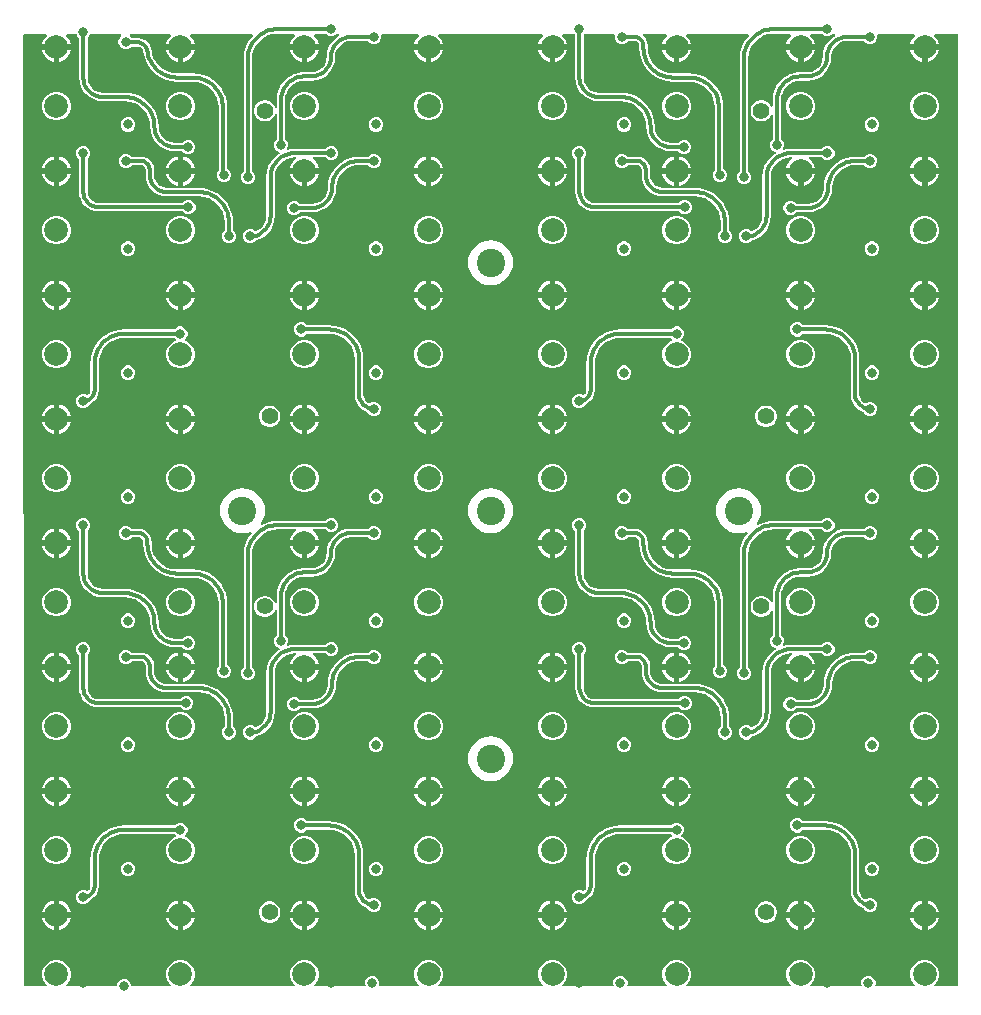
<source format=gbl>
G04*
G04 #@! TF.GenerationSoftware,Altium Limited,Altium Designer,23.3.1 (30)*
G04*
G04 Layer_Physical_Order=4*
G04 Layer_Color=16711680*
%FSLAX26Y26*%
%MOIN*%
G70*
G04*
G04 #@! TF.SameCoordinates,A73F04FC-B1A5-4ADC-8500-56C492F8F9A9*
G04*
G04*
G04 #@! TF.FilePolarity,Positive*
G04*
G01*
G75*
%ADD28C,0.094488*%
%ADD30C,0.011811*%
%ADD33C,0.078740*%
%ADD34C,0.031496*%
%ADD35C,0.055118*%
G36*
X1558071Y-1585630D02*
X1480381D01*
X1478310Y-1580630D01*
X1484655Y-1574285D01*
X1490875Y-1563512D01*
X1494095Y-1551496D01*
Y-1539056D01*
X1490875Y-1527041D01*
X1484655Y-1516268D01*
X1475859Y-1507472D01*
X1465086Y-1501252D01*
X1453070Y-1498032D01*
X1440631D01*
X1428615Y-1501252D01*
X1417842Y-1507472D01*
X1409046Y-1516268D01*
X1402826Y-1527041D01*
X1399607Y-1539056D01*
Y-1551496D01*
X1402826Y-1563512D01*
X1409046Y-1574285D01*
X1415391Y-1580630D01*
X1413320Y-1585630D01*
X1285426D01*
X1282648Y-1581473D01*
X1283465Y-1579502D01*
Y-1570104D01*
X1279868Y-1561422D01*
X1273223Y-1554777D01*
X1264541Y-1551181D01*
X1255144D01*
X1246462Y-1554777D01*
X1239817Y-1561422D01*
X1236220Y-1570104D01*
Y-1579502D01*
X1237037Y-1581473D01*
X1234259Y-1585630D01*
X1066995D01*
X1064924Y-1580630D01*
X1071269Y-1574285D01*
X1077489Y-1563512D01*
X1080709Y-1551496D01*
Y-1539056D01*
X1077489Y-1527041D01*
X1071269Y-1516268D01*
X1062473Y-1507472D01*
X1051700Y-1501252D01*
X1039684Y-1498032D01*
X1027245D01*
X1015229Y-1501252D01*
X1004456Y-1507472D01*
X995660Y-1516268D01*
X989440Y-1527041D01*
X986221Y-1539056D01*
Y-1551496D01*
X989440Y-1563512D01*
X995660Y-1574285D01*
X1002005Y-1580630D01*
X999934Y-1585630D01*
X653609D01*
X651538Y-1580630D01*
X657883Y-1574285D01*
X664103Y-1563512D01*
X667323Y-1551496D01*
Y-1539056D01*
X664103Y-1527041D01*
X657883Y-1516268D01*
X649087Y-1507472D01*
X638314Y-1501252D01*
X626298Y-1498032D01*
X613859D01*
X601843Y-1501252D01*
X591070Y-1507472D01*
X582274Y-1516268D01*
X576054Y-1527041D01*
X572835Y-1539056D01*
Y-1551496D01*
X576054Y-1563512D01*
X582274Y-1574285D01*
X588619Y-1580630D01*
X586548Y-1585630D01*
X458655D01*
X455877Y-1581473D01*
X456693Y-1579502D01*
Y-1570104D01*
X453097Y-1561422D01*
X446452Y-1554777D01*
X437770Y-1551181D01*
X428372D01*
X419690Y-1554777D01*
X413045Y-1561422D01*
X409449Y-1570104D01*
Y-1579502D01*
X410265Y-1581473D01*
X407487Y-1585630D01*
X240223D01*
X238152Y-1580630D01*
X244497Y-1574285D01*
X250717Y-1563512D01*
X253937Y-1551496D01*
Y-1539056D01*
X250717Y-1527041D01*
X244497Y-1516268D01*
X235701Y-1507472D01*
X224928Y-1501252D01*
X212912Y-1498032D01*
X200473D01*
X188457Y-1501252D01*
X177684Y-1507472D01*
X168888Y-1516268D01*
X162668Y-1527041D01*
X159448Y-1539056D01*
Y-1551496D01*
X162668Y-1563512D01*
X168888Y-1574285D01*
X175233Y-1580630D01*
X173162Y-1585630D01*
X-173163D01*
X-175234Y-1580630D01*
X-168889Y-1574285D01*
X-162669Y-1563512D01*
X-159449Y-1551496D01*
Y-1539056D01*
X-162669Y-1527041D01*
X-168889Y-1516268D01*
X-177685Y-1507472D01*
X-188458Y-1501252D01*
X-200474Y-1498032D01*
X-212913D01*
X-224929Y-1501252D01*
X-235702Y-1507472D01*
X-244498Y-1516268D01*
X-250718Y-1527041D01*
X-253938Y-1539056D01*
Y-1551496D01*
X-250718Y-1563512D01*
X-244498Y-1574285D01*
X-238153Y-1580630D01*
X-240224Y-1585630D01*
X-368117D01*
X-370895Y-1581473D01*
X-370079Y-1579502D01*
Y-1570104D01*
X-373675Y-1561422D01*
X-380320Y-1554777D01*
X-389002Y-1551181D01*
X-398399D01*
X-407082Y-1554777D01*
X-413727Y-1561422D01*
X-417323Y-1570104D01*
Y-1579502D01*
X-416507Y-1581473D01*
X-419284Y-1585630D01*
X-586549D01*
X-588620Y-1580630D01*
X-582275Y-1574285D01*
X-576055Y-1563512D01*
X-572835Y-1551496D01*
Y-1539056D01*
X-576055Y-1527041D01*
X-582275Y-1516268D01*
X-591071Y-1507472D01*
X-601844Y-1501252D01*
X-613860Y-1498032D01*
X-626299D01*
X-638315Y-1501252D01*
X-649088Y-1507472D01*
X-657884Y-1516268D01*
X-664104Y-1527041D01*
X-667323Y-1539056D01*
Y-1551496D01*
X-664104Y-1563512D01*
X-657884Y-1574285D01*
X-651539Y-1580630D01*
X-653610Y-1585630D01*
X-999935D01*
X-1002006Y-1580630D01*
X-995661Y-1574285D01*
X-989441Y-1563512D01*
X-986221Y-1551496D01*
Y-1539056D01*
X-989441Y-1527041D01*
X-995661Y-1516268D01*
X-1004457Y-1507472D01*
X-1015230Y-1501252D01*
X-1027246Y-1498032D01*
X-1039685D01*
X-1051701Y-1501252D01*
X-1062474Y-1507472D01*
X-1071270Y-1516268D01*
X-1077490Y-1527041D01*
X-1080709Y-1539056D01*
Y-1551496D01*
X-1077490Y-1563512D01*
X-1071270Y-1574285D01*
X-1064925Y-1580630D01*
X-1066996Y-1585630D01*
X-1196850D01*
Y-1579947D01*
X-1200447Y-1571265D01*
X-1207092Y-1564620D01*
X-1215774Y-1561024D01*
X-1225171D01*
X-1233853Y-1564620D01*
X-1240498Y-1571265D01*
X-1244094Y-1579947D01*
Y-1585630D01*
X-1413319D01*
X-1415390Y-1580630D01*
X-1409045Y-1574285D01*
X-1402825Y-1563512D01*
X-1399605Y-1551496D01*
Y-1539056D01*
X-1402825Y-1527041D01*
X-1409045Y-1516268D01*
X-1417841Y-1507472D01*
X-1428614Y-1501252D01*
X-1440630Y-1498032D01*
X-1453069D01*
X-1465085Y-1501252D01*
X-1475858Y-1507472D01*
X-1484654Y-1516268D01*
X-1490874Y-1527041D01*
X-1494093Y-1539056D01*
Y-1551496D01*
X-1490874Y-1563512D01*
X-1484654Y-1574285D01*
X-1478309Y-1580630D01*
X-1480380Y-1585630D01*
X-1556188D01*
X-1557132Y1584062D01*
X-1553597Y1587598D01*
X-1481418D01*
X-1479347Y1582598D01*
X-1486355Y1575590D01*
X-1492855Y1564332D01*
X-1495324Y1555118D01*
X-1446849D01*
X-1398375D01*
X-1400844Y1564332D01*
X-1407343Y1575590D01*
X-1414352Y1582598D01*
X-1412281Y1587598D01*
X-1379183D01*
X-1377309Y1583076D01*
X-1371333Y1577100D01*
Y1443898D01*
X-1371444D01*
X-1369924Y1428462D01*
X-1365421Y1413619D01*
X-1358110Y1399940D01*
X-1348270Y1387951D01*
X-1336280Y1378111D01*
X-1322601Y1370799D01*
X-1307759Y1366297D01*
X-1292323Y1364776D01*
Y1364888D01*
X-1218504D01*
X-1217908Y1365006D01*
X-1202008Y1363440D01*
X-1186147Y1358628D01*
X-1171529Y1350815D01*
X-1158716Y1340300D01*
X-1148201Y1327487D01*
X-1140387Y1312869D01*
X-1135576Y1297007D01*
X-1134436Y1285436D01*
X-1134254Y1280512D01*
X-1134254D01*
X-1132676Y1264497D01*
X-1128005Y1249098D01*
X-1120419Y1234906D01*
X-1110210Y1222467D01*
X-1097771Y1212258D01*
X-1083579Y1204672D01*
X-1068180Y1200001D01*
X-1052165Y1198424D01*
Y1198549D01*
X-1027231D01*
X-1021255Y1192573D01*
X-1012573Y1188976D01*
X-1003175D01*
X-994493Y1192573D01*
X-987848Y1199218D01*
X-984252Y1207900D01*
Y1217297D01*
X-987848Y1225979D01*
X-994493Y1232624D01*
X-1003175Y1236220D01*
X-1012573D01*
X-1021255Y1232624D01*
X-1027231Y1226648D01*
X-1052165D01*
X-1052870Y1226508D01*
X-1066167Y1228258D01*
X-1079214Y1233663D01*
X-1090417Y1242260D01*
X-1099014Y1253463D01*
X-1104419Y1266511D01*
X-1105622Y1275649D01*
X-1105952Y1280512D01*
X-1105952D01*
X-1107338Y1298119D01*
X-1111461Y1315292D01*
X-1118220Y1331609D01*
X-1127448Y1346668D01*
X-1138918Y1360098D01*
X-1152348Y1371568D01*
X-1167407Y1380796D01*
X-1183724Y1387555D01*
X-1200897Y1391678D01*
X-1218504Y1393063D01*
Y1392986D01*
X-1292323D01*
X-1292950Y1392862D01*
X-1305553Y1394521D01*
X-1317882Y1399628D01*
X-1328469Y1407752D01*
X-1336593Y1418338D01*
X-1341699Y1430667D01*
X-1343359Y1443271D01*
X-1343234Y1443898D01*
Y1577100D01*
X-1337258Y1583076D01*
X-1335384Y1587598D01*
X-1232017D01*
X-1230884Y1585175D01*
X-1230484Y1582598D01*
X-1236581Y1576502D01*
X-1240177Y1567820D01*
Y1558422D01*
X-1236581Y1549740D01*
X-1229936Y1543095D01*
X-1221254Y1539499D01*
X-1211856D01*
X-1203174Y1543095D01*
X-1199295Y1546974D01*
X-1175452D01*
X-1175120Y1547040D01*
X-1168241Y1545672D01*
X-1162128Y1541587D01*
X-1158043Y1535474D01*
X-1157538Y1532933D01*
X-1156741Y1528263D01*
X-1156442Y1524716D01*
X-1156150Y1523499D01*
X-1152319Y1507542D01*
X-1145560Y1491225D01*
X-1136332Y1476167D01*
X-1124862Y1462737D01*
X-1111432Y1451267D01*
X-1096373Y1442039D01*
X-1080056Y1435280D01*
X-1062883Y1431157D01*
X-1045276Y1429771D01*
Y1429848D01*
X-991732D01*
X-991111Y1429972D01*
X-974928Y1428378D01*
X-958770Y1423476D01*
X-943878Y1415516D01*
X-930825Y1404804D01*
X-920113Y1391752D01*
X-912154Y1376860D01*
X-907252Y1360702D01*
X-905658Y1344519D01*
X-905782Y1343898D01*
Y1135499D01*
X-908805Y1132475D01*
X-912402Y1123793D01*
Y1114396D01*
X-908805Y1105714D01*
X-902160Y1099069D01*
X-893478Y1095473D01*
X-884081D01*
X-875399Y1099069D01*
X-868754Y1105714D01*
X-865158Y1114396D01*
Y1123793D01*
X-868754Y1132475D01*
X-875399Y1139120D01*
X-877683Y1140066D01*
Y1343898D01*
X-877601D01*
X-879006Y1361752D01*
X-883187Y1379166D01*
X-890041Y1395712D01*
X-899398Y1410982D01*
X-911029Y1424601D01*
X-924648Y1436232D01*
X-939918Y1445589D01*
X-956464Y1452443D01*
X-973878Y1456624D01*
X-991732Y1458029D01*
Y1457947D01*
X-1045276D01*
X-1045871Y1457829D01*
X-1061771Y1459395D01*
X-1077633Y1464206D01*
X-1092251Y1472020D01*
X-1105063Y1482535D01*
X-1115579Y1495348D01*
X-1123392Y1509966D01*
X-1128204Y1525827D01*
X-1129233Y1536281D01*
X-1129563Y1536258D01*
X-1130110Y1540412D01*
X-1134799Y1551734D01*
X-1142259Y1561456D01*
X-1151981Y1568916D01*
X-1163303Y1573605D01*
X-1175452Y1575205D01*
Y1575073D01*
X-1195937D01*
X-1196529Y1576502D01*
X-1202626Y1582598D01*
X-1202226Y1585175D01*
X-1201093Y1587598D01*
X-1068034D01*
X-1065963Y1582598D01*
X-1072971Y1575590D01*
X-1079471Y1564332D01*
X-1081940Y1555118D01*
X-1033465D01*
X-984991D01*
X-987460Y1564332D01*
X-993960Y1575590D01*
X-1000968Y1582598D01*
X-998897Y1587598D01*
X-794984D01*
X-792679Y1582598D01*
X-801389Y1572400D01*
X-810747Y1557130D01*
X-817600Y1540583D01*
X-821781Y1523169D01*
X-823186Y1505315D01*
X-823105D01*
Y1130578D01*
X-829081Y1124601D01*
X-832677Y1115919D01*
Y1106522D01*
X-829081Y1097840D01*
X-822436Y1091195D01*
X-813754Y1087599D01*
X-804356D01*
X-795674Y1091195D01*
X-789029Y1097840D01*
X-785433Y1106522D01*
Y1115919D01*
X-789029Y1124601D01*
X-795006Y1130578D01*
Y1505315D01*
X-795129Y1505936D01*
X-793535Y1522119D01*
X-788634Y1538278D01*
X-780674Y1553169D01*
X-769962Y1566222D01*
X-756909Y1576934D01*
X-742018Y1584894D01*
X-733101Y1587598D01*
X-654648D01*
X-652577Y1582598D01*
X-659585Y1575590D01*
X-666085Y1564332D01*
X-668554Y1555118D01*
X-620079D01*
X-571605D01*
X-574074Y1564332D01*
X-580573Y1575590D01*
X-587582Y1582598D01*
X-585511Y1587598D01*
X-546202D01*
X-543893Y1585289D01*
X-535210Y1581693D01*
X-525813D01*
X-517131Y1585289D01*
X-514822Y1587598D01*
X-506367D01*
X-505152Y1582748D01*
X-510173Y1580065D01*
X-522612Y1569856D01*
X-532821Y1557417D01*
X-540407Y1543225D01*
X-545078Y1527826D01*
X-546655Y1511811D01*
X-546655D01*
X-546972Y1506942D01*
X-548039Y1498838D01*
X-553047Y1486748D01*
X-561013Y1476367D01*
X-571394Y1468401D01*
X-583483Y1463393D01*
X-595855Y1461764D01*
X-596457Y1461884D01*
X-620079D01*
Y1462062D01*
X-630123Y1461072D01*
X-630632Y1461174D01*
X-632138Y1460874D01*
X-638216Y1460275D01*
X-655656Y1454985D01*
X-671729Y1446394D01*
X-685817Y1434832D01*
X-697378Y1420744D01*
X-705969Y1404671D01*
X-711260Y1387231D01*
X-713046Y1369094D01*
X-712868D01*
Y1343959D01*
X-717868Y1343301D01*
X-718950Y1347338D01*
X-723615Y1355418D01*
X-730212Y1362015D01*
X-738292Y1366680D01*
X-747304Y1369094D01*
X-756633D01*
X-765645Y1366680D01*
X-773725Y1362015D01*
X-780322Y1355418D01*
X-784987Y1347338D01*
X-787402Y1338326D01*
Y1328997D01*
X-784987Y1319985D01*
X-780322Y1311905D01*
X-773725Y1305308D01*
X-765645Y1300643D01*
X-756633Y1298228D01*
X-747304D01*
X-738292Y1300643D01*
X-730212Y1305308D01*
X-723615Y1311905D01*
X-718950Y1319985D01*
X-717868Y1324022D01*
X-712868Y1323364D01*
Y1239830D01*
X-718845Y1233853D01*
X-722441Y1225171D01*
Y1215774D01*
X-718845Y1207092D01*
X-712200Y1200447D01*
X-703518Y1196850D01*
X-703407D01*
X-702154Y1191850D01*
X-705308Y1190165D01*
X-719696Y1178357D01*
X-731503Y1163969D01*
X-740277Y1147554D01*
X-745680Y1129743D01*
X-747504Y1111220D01*
X-747317D01*
Y982284D01*
X-747177Y981579D01*
X-748928Y968282D01*
X-754332Y955235D01*
X-762929Y944031D01*
X-774133Y935434D01*
X-784532Y931127D01*
X-787800Y934396D01*
X-796482Y937992D01*
X-805880D01*
X-814562Y934396D01*
X-821207Y927751D01*
X-824803Y919069D01*
Y909671D01*
X-821207Y900989D01*
X-814562Y894344D01*
X-805880Y890748D01*
X-796482D01*
X-787800Y894344D01*
X-781155Y900989D01*
X-780208Y903277D01*
X-769767Y906444D01*
X-755575Y914030D01*
X-743136Y924238D01*
X-732927Y936678D01*
X-725341Y950870D01*
X-720670Y966269D01*
X-719093Y982284D01*
X-719218D01*
Y1111220D01*
X-719279Y1111528D01*
X-718027Y1124243D01*
X-714229Y1136765D01*
X-708060Y1148305D01*
X-699759Y1158420D01*
X-689644Y1166722D01*
X-678103Y1172890D01*
X-665582Y1176688D01*
X-652866Y1177941D01*
X-652559Y1177880D01*
X-648822D01*
X-647528Y1173050D01*
X-650393Y1171396D01*
X-659585Y1162204D01*
X-666085Y1150946D01*
X-668554Y1141732D01*
X-620079D01*
X-571605D01*
X-574074Y1150946D01*
X-580573Y1162204D01*
X-589765Y1171396D01*
X-592631Y1173050D01*
X-591337Y1177880D01*
X-549869D01*
X-543893Y1171903D01*
X-535210Y1168307D01*
X-525813D01*
X-517131Y1171903D01*
X-510486Y1178548D01*
X-506890Y1187230D01*
Y1196628D01*
X-510486Y1205310D01*
X-517131Y1211955D01*
X-525813Y1215551D01*
X-535210D01*
X-543893Y1211955D01*
X-549869Y1205979D01*
X-652559D01*
Y1206166D01*
X-671082Y1204341D01*
X-675948Y1202865D01*
X-678420Y1206538D01*
X-678729Y1207247D01*
X-675197Y1215774D01*
Y1225171D01*
X-678793Y1233853D01*
X-684769Y1239830D01*
Y1369094D01*
X-684824Y1369370D01*
X-683607Y1381731D01*
X-679921Y1393882D01*
X-673935Y1405080D01*
X-665880Y1414896D01*
X-656064Y1422951D01*
X-644866Y1428937D01*
X-632715Y1432622D01*
X-628724Y1433016D01*
X-620354Y1433840D01*
X-620079Y1433785D01*
X-596457D01*
Y1433679D01*
X-581214Y1435180D01*
X-566557Y1439626D01*
X-553049Y1446847D01*
X-541209Y1456563D01*
X-531492Y1468403D01*
X-524272Y1481911D01*
X-519826Y1496568D01*
X-518325Y1511811D01*
X-518324D01*
X-518022Y1516686D01*
X-516820Y1525812D01*
X-511416Y1538859D01*
X-502819Y1550063D01*
X-491615Y1558660D01*
X-478568Y1564064D01*
X-465271Y1565815D01*
X-464567Y1565675D01*
X-408137D01*
X-402160Y1559699D01*
X-393478Y1556102D01*
X-384081D01*
X-375399Y1559699D01*
X-368754Y1566344D01*
X-365157Y1575026D01*
Y1584423D01*
X-363036Y1587598D01*
X-241262D01*
X-239191Y1582598D01*
X-246199Y1575590D01*
X-252699Y1564332D01*
X-255168Y1555118D01*
X-206693D01*
X-158219D01*
X-160688Y1564332D01*
X-167188Y1575590D01*
X-174196Y1582598D01*
X-172125Y1587598D01*
X172124D01*
X174195Y1582598D01*
X167187Y1575590D01*
X160687Y1564332D01*
X158218Y1555118D01*
X206693D01*
X255167D01*
X252698Y1564332D01*
X246198Y1575590D01*
X239190Y1582598D01*
X241261Y1587598D01*
X280570D01*
X282211Y1585958D01*
Y1443898D01*
X282100D01*
X283620Y1428462D01*
X288122Y1413619D01*
X295434Y1399940D01*
X305274Y1387951D01*
X317263Y1378111D01*
X330942Y1370799D01*
X345785Y1366297D01*
X361221Y1364776D01*
Y1364888D01*
X435040D01*
X435635Y1365006D01*
X451535Y1363440D01*
X467397Y1358628D01*
X482015Y1350815D01*
X494828Y1340300D01*
X505343Y1327487D01*
X513156Y1312869D01*
X517968Y1297007D01*
X519107Y1285436D01*
X519290Y1280512D01*
X519290D01*
X520867Y1264497D01*
X525539Y1249098D01*
X533125Y1234906D01*
X543333Y1222467D01*
X555773Y1212258D01*
X569965Y1204672D01*
X585364Y1200001D01*
X601378Y1198424D01*
Y1198549D01*
X626312D01*
X632289Y1192573D01*
X640971Y1188976D01*
X650368D01*
X659050Y1192573D01*
X665695Y1199218D01*
X669292Y1207900D01*
Y1217297D01*
X665695Y1225979D01*
X659050Y1232624D01*
X650368Y1236220D01*
X640971D01*
X632289Y1232624D01*
X626312Y1226648D01*
X601378D01*
X600674Y1226508D01*
X587377Y1228258D01*
X574330Y1233663D01*
X563126Y1242260D01*
X554529Y1253463D01*
X549125Y1266511D01*
X547922Y1275649D01*
X547591Y1280512D01*
X547591D01*
X546206Y1298119D01*
X542083Y1315292D01*
X535324Y1331609D01*
X526096Y1346668D01*
X514626Y1360098D01*
X501196Y1371568D01*
X486137Y1380796D01*
X469820Y1387555D01*
X452647Y1391678D01*
X435040Y1393063D01*
Y1392986D01*
X361221D01*
X360594Y1392862D01*
X347990Y1394521D01*
X335662Y1399628D01*
X325075Y1407752D01*
X316951Y1418338D01*
X311844Y1430667D01*
X310185Y1443271D01*
X310310Y1443898D01*
Y1585958D01*
X311950Y1587598D01*
X412249D01*
X414370Y1584423D01*
Y1575026D01*
X417967Y1566344D01*
X424612Y1559699D01*
X433294Y1556102D01*
X442691D01*
X451373Y1559699D01*
X457349Y1565675D01*
X479331D01*
X479552Y1565719D01*
X485664Y1564503D01*
X491034Y1560915D01*
X494622Y1555546D01*
X495837Y1549434D01*
X495793Y1549213D01*
Y1542323D01*
X495716D01*
X497102Y1524716D01*
X501225Y1507542D01*
X507984Y1491225D01*
X517212Y1476167D01*
X528682Y1462737D01*
X542112Y1451267D01*
X557171Y1442039D01*
X573488Y1435280D01*
X590661Y1431157D01*
X608268Y1429771D01*
Y1429848D01*
X661811D01*
X662433Y1429972D01*
X678615Y1428378D01*
X694774Y1423476D01*
X709665Y1415516D01*
X722718Y1404804D01*
X733430Y1391752D01*
X741390Y1376860D01*
X746292Y1360702D01*
X747885Y1344519D01*
X747762Y1343898D01*
Y1135499D01*
X744738Y1132475D01*
X741142Y1123793D01*
Y1114396D01*
X744738Y1105714D01*
X751383Y1099069D01*
X760065Y1095473D01*
X769463D01*
X778145Y1099069D01*
X784790Y1105714D01*
X788386Y1114396D01*
Y1123793D01*
X784790Y1132475D01*
X778145Y1139120D01*
X775861Y1140066D01*
Y1343898D01*
X775943D01*
X774538Y1361752D01*
X770357Y1379166D01*
X763503Y1395712D01*
X754145Y1410982D01*
X742514Y1424601D01*
X728896Y1436232D01*
X713626Y1445589D01*
X697080Y1452443D01*
X679665Y1456624D01*
X661811Y1458029D01*
Y1457947D01*
X608268D01*
X607673Y1457829D01*
X591773Y1459395D01*
X575911Y1464206D01*
X561293Y1472020D01*
X548480Y1482535D01*
X537965Y1495348D01*
X530151Y1509966D01*
X525340Y1525827D01*
X523774Y1541727D01*
X523892Y1542323D01*
Y1549213D01*
X524005D01*
X522482Y1560775D01*
X518019Y1571549D01*
X510920Y1580802D01*
X508232Y1582864D01*
X509840Y1587598D01*
X585510D01*
X587581Y1582598D01*
X580573Y1575590D01*
X574073Y1564332D01*
X571604Y1555118D01*
X620079D01*
X668553D01*
X666084Y1564332D01*
X659585Y1575590D01*
X652576Y1582598D01*
X654647Y1587598D01*
X858560D01*
X860865Y1582598D01*
X852154Y1572400D01*
X842797Y1557130D01*
X835943Y1540583D01*
X831762Y1523169D01*
X830357Y1505315D01*
X830439D01*
Y1130578D01*
X824463Y1124601D01*
X820866Y1115919D01*
Y1106522D01*
X824463Y1097840D01*
X831108Y1091195D01*
X839790Y1087599D01*
X849187D01*
X857869Y1091195D01*
X864514Y1097840D01*
X868111Y1106522D01*
Y1115919D01*
X864514Y1124601D01*
X858538Y1130578D01*
Y1505315D01*
X858414Y1505936D01*
X860008Y1522119D01*
X864910Y1538278D01*
X872870Y1553169D01*
X883582Y1566222D01*
X896634Y1576934D01*
X911526Y1584894D01*
X920442Y1587598D01*
X998896D01*
X1000967Y1582598D01*
X993959Y1575590D01*
X987459Y1564332D01*
X984990Y1555118D01*
X1033465D01*
X1081939D01*
X1079470Y1564332D01*
X1072970Y1575590D01*
X1065962Y1582598D01*
X1068033Y1587598D01*
X1107342D01*
X1109651Y1585289D01*
X1118333Y1581693D01*
X1127731D01*
X1136413Y1585289D01*
X1138722Y1587598D01*
X1147176D01*
X1148391Y1582748D01*
X1143371Y1580065D01*
X1130932Y1569856D01*
X1120723Y1557417D01*
X1113137Y1543225D01*
X1108466Y1527826D01*
X1106889Y1511811D01*
X1106888D01*
X1106572Y1506942D01*
X1105505Y1498838D01*
X1100497Y1486748D01*
X1092531Y1476367D01*
X1082150Y1468401D01*
X1070060Y1463393D01*
X1057688Y1461764D01*
X1057087Y1461884D01*
X1033465D01*
Y1462062D01*
X1023421Y1461072D01*
X1022912Y1461174D01*
X1021406Y1460874D01*
X1015328Y1460275D01*
X997888Y1454985D01*
X981815Y1446394D01*
X967727Y1434832D01*
X956165Y1420744D01*
X947574Y1404671D01*
X942284Y1387231D01*
X940497Y1369094D01*
X940675D01*
Y1347625D01*
X935675Y1346967D01*
X935576Y1347338D01*
X930911Y1355418D01*
X924314Y1362015D01*
X916234Y1366680D01*
X907222Y1369094D01*
X897893D01*
X888881Y1366680D01*
X880801Y1362015D01*
X874204Y1355418D01*
X869539Y1347338D01*
X867125Y1338326D01*
Y1328997D01*
X869539Y1319985D01*
X874204Y1311905D01*
X880801Y1305308D01*
X888881Y1300643D01*
X897893Y1298228D01*
X907222D01*
X916234Y1300643D01*
X924314Y1305308D01*
X930911Y1311905D01*
X935576Y1319985D01*
X935675Y1320356D01*
X940675Y1319697D01*
Y1239830D01*
X934699Y1233853D01*
X931103Y1225171D01*
Y1215774D01*
X934699Y1207092D01*
X941344Y1200447D01*
X950026Y1196850D01*
X950137D01*
X951390Y1191850D01*
X948236Y1190165D01*
X933848Y1178357D01*
X922040Y1163969D01*
X913266Y1147554D01*
X907864Y1129743D01*
X906039Y1111220D01*
X906226D01*
Y982284D01*
X906366Y981579D01*
X904616Y968282D01*
X899212Y955235D01*
X890615Y944031D01*
X879411Y935434D01*
X869012Y931127D01*
X865743Y934396D01*
X857061Y937992D01*
X847664D01*
X838982Y934396D01*
X832337Y927751D01*
X828740Y919069D01*
Y909671D01*
X832337Y900989D01*
X838982Y894344D01*
X847664Y890748D01*
X857061D01*
X865743Y894344D01*
X872388Y900989D01*
X873336Y903277D01*
X883776Y906444D01*
X897968Y914030D01*
X910408Y924238D01*
X920616Y936678D01*
X928202Y950870D01*
X932873Y966269D01*
X934451Y982284D01*
X934325D01*
Y1111220D01*
X934264Y1111528D01*
X935517Y1124243D01*
X939315Y1136765D01*
X945484Y1148305D01*
X953785Y1158420D01*
X963900Y1166722D01*
X975440Y1172890D01*
X987962Y1176688D01*
X1000677Y1177941D01*
X1000985Y1177880D01*
X1004722D01*
X1006016Y1173050D01*
X1003151Y1171396D01*
X993959Y1162204D01*
X987459Y1150946D01*
X984990Y1141732D01*
X1033465D01*
X1081939D01*
X1079470Y1150946D01*
X1072970Y1162204D01*
X1063778Y1171396D01*
X1060913Y1173050D01*
X1062207Y1177880D01*
X1103675D01*
X1109651Y1171903D01*
X1118333Y1168307D01*
X1127731D01*
X1136413Y1171903D01*
X1143058Y1178548D01*
X1146654Y1187230D01*
Y1196628D01*
X1143058Y1205310D01*
X1136413Y1211955D01*
X1127731Y1215551D01*
X1118333D01*
X1109651Y1211955D01*
X1103675Y1205979D01*
X1000985D01*
Y1206166D01*
X982462Y1204341D01*
X977595Y1202865D01*
X975123Y1206538D01*
X974815Y1207247D01*
X978347Y1215774D01*
Y1225171D01*
X974750Y1233853D01*
X968774Y1239830D01*
Y1369094D01*
X968719Y1369370D01*
X969937Y1381731D01*
X973623Y1393882D01*
X979609Y1405080D01*
X987664Y1414896D01*
X997479Y1422951D01*
X1008678Y1428937D01*
X1020828Y1432622D01*
X1024820Y1433016D01*
X1033189Y1433840D01*
X1033465Y1433785D01*
X1057087D01*
Y1433679D01*
X1072330Y1435180D01*
X1086987Y1439626D01*
X1100495Y1446847D01*
X1112335Y1456563D01*
X1122051Y1468403D01*
X1129272Y1481911D01*
X1133718Y1496568D01*
X1135219Y1511811D01*
X1135219D01*
X1135522Y1516686D01*
X1136723Y1525812D01*
X1142128Y1538859D01*
X1150725Y1550063D01*
X1161928Y1558660D01*
X1174975Y1564064D01*
X1188273Y1565815D01*
X1188977Y1565675D01*
X1245407D01*
X1251383Y1559699D01*
X1260065Y1556102D01*
X1269463D01*
X1278145Y1559699D01*
X1284790Y1566344D01*
X1288386Y1575026D01*
Y1584423D01*
X1290508Y1587598D01*
X1412282D01*
X1414353Y1582598D01*
X1407345Y1575590D01*
X1400845Y1564332D01*
X1398376Y1555118D01*
X1446851D01*
X1495325D01*
X1492856Y1564332D01*
X1486357Y1575590D01*
X1479348Y1582598D01*
X1481419Y1587598D01*
X1558071D01*
Y-1585630D01*
D02*
G37*
%LPC*%
G36*
X668553Y1535433D02*
X629921D01*
Y1496801D01*
X639135Y1499270D01*
X650393Y1505770D01*
X659585Y1514962D01*
X666084Y1526220D01*
X668553Y1535433D01*
D02*
G37*
G36*
X255167D02*
X216535D01*
Y1496801D01*
X225749Y1499270D01*
X237006Y1505770D01*
X246198Y1514962D01*
X252698Y1526220D01*
X255167Y1535433D01*
D02*
G37*
G36*
X1495325D02*
X1456693D01*
Y1496801D01*
X1465907Y1499270D01*
X1477165Y1505770D01*
X1486357Y1514962D01*
X1492856Y1526220D01*
X1495325Y1535433D01*
D02*
G37*
G36*
X1081939D02*
X1043307D01*
Y1496801D01*
X1052521Y1499270D01*
X1063778Y1505770D01*
X1072970Y1514962D01*
X1079470Y1526220D01*
X1081939Y1535433D01*
D02*
G37*
G36*
X-158219D02*
X-196851D01*
Y1496801D01*
X-187637Y1499270D01*
X-176380Y1505770D01*
X-167188Y1514962D01*
X-160688Y1526220D01*
X-158219Y1535433D01*
D02*
G37*
G36*
X-571605D02*
X-610237D01*
Y1496801D01*
X-601023Y1499270D01*
X-589765Y1505770D01*
X-580573Y1514962D01*
X-574074Y1526220D01*
X-571605Y1535433D01*
D02*
G37*
G36*
X-1398375D02*
X-1437007D01*
Y1496801D01*
X-1427793Y1499270D01*
X-1416535Y1505770D01*
X-1407343Y1514962D01*
X-1400844Y1526220D01*
X-1398375Y1535433D01*
D02*
G37*
G36*
X-984991D02*
X-1023623D01*
Y1496801D01*
X-1014409Y1499270D01*
X-1003152Y1505770D01*
X-993960Y1514962D01*
X-987460Y1526220D01*
X-984991Y1535433D01*
D02*
G37*
G36*
X-1043308D02*
X-1081940D01*
X-1079471Y1526220D01*
X-1072971Y1514962D01*
X-1063779Y1505770D01*
X-1052522Y1499270D01*
X-1043308Y1496801D01*
Y1535433D01*
D02*
G37*
G36*
X1437008D02*
X1398376D01*
X1400845Y1526220D01*
X1407345Y1514962D01*
X1416537Y1505770D01*
X1427794Y1499270D01*
X1437008Y1496801D01*
Y1535433D01*
D02*
G37*
G36*
X1023622D02*
X984990D01*
X987459Y1526220D01*
X993959Y1514962D01*
X1003151Y1505770D01*
X1014409Y1499270D01*
X1023622Y1496801D01*
Y1535433D01*
D02*
G37*
G36*
X-216536D02*
X-255168D01*
X-252699Y1526220D01*
X-246199Y1514962D01*
X-237007Y1505770D01*
X-225750Y1499270D01*
X-216536Y1496801D01*
Y1535433D01*
D02*
G37*
G36*
X-629922D02*
X-668554D01*
X-666085Y1526220D01*
X-659585Y1514962D01*
X-650393Y1505770D01*
X-639135Y1499270D01*
X-629922Y1496801D01*
Y1535433D01*
D02*
G37*
G36*
X-1456692D02*
X-1495324D01*
X-1492855Y1526220D01*
X-1486355Y1514962D01*
X-1477163Y1505770D01*
X-1465906Y1499270D01*
X-1456692Y1496801D01*
Y1535433D01*
D02*
G37*
G36*
X610236D02*
X571604D01*
X574073Y1526220D01*
X580573Y1514962D01*
X589765Y1505770D01*
X601023Y1499270D01*
X610236Y1496801D01*
Y1535433D01*
D02*
G37*
G36*
X196850D02*
X158218D01*
X160687Y1526220D01*
X167187Y1514962D01*
X176379Y1505770D01*
X187637Y1499270D01*
X196850Y1496801D01*
Y1535433D01*
D02*
G37*
G36*
X1453070Y1395670D02*
X1440631D01*
X1428615Y1392450D01*
X1417842Y1386230D01*
X1409046Y1377434D01*
X1402826Y1366661D01*
X1399607Y1354646D01*
Y1342206D01*
X1402826Y1330190D01*
X1409046Y1319417D01*
X1417842Y1310621D01*
X1428615Y1304401D01*
X1440631Y1301182D01*
X1453070D01*
X1465086Y1304401D01*
X1475859Y1310621D01*
X1484655Y1319417D01*
X1490875Y1330190D01*
X1494095Y1342206D01*
Y1354646D01*
X1490875Y1366661D01*
X1484655Y1377434D01*
X1475859Y1386230D01*
X1465086Y1392450D01*
X1453070Y1395670D01*
D02*
G37*
G36*
X1039684D02*
X1027245D01*
X1015229Y1392450D01*
X1004456Y1386230D01*
X995660Y1377434D01*
X989440Y1366661D01*
X986221Y1354646D01*
Y1342206D01*
X989440Y1330190D01*
X995660Y1319417D01*
X1004456Y1310621D01*
X1015229Y1304401D01*
X1027245Y1301182D01*
X1039684D01*
X1051700Y1304401D01*
X1062473Y1310621D01*
X1071269Y1319417D01*
X1077489Y1330190D01*
X1080709Y1342206D01*
Y1354646D01*
X1077489Y1366661D01*
X1071269Y1377434D01*
X1062473Y1386230D01*
X1051700Y1392450D01*
X1039684Y1395670D01*
D02*
G37*
G36*
X626298D02*
X613859D01*
X601843Y1392450D01*
X591070Y1386230D01*
X582274Y1377434D01*
X576054Y1366661D01*
X572835Y1354646D01*
Y1342206D01*
X576054Y1330190D01*
X582274Y1319417D01*
X591070Y1310621D01*
X601843Y1304401D01*
X613859Y1301182D01*
X626298D01*
X638314Y1304401D01*
X649087Y1310621D01*
X657883Y1319417D01*
X664103Y1330190D01*
X667323Y1342206D01*
Y1354646D01*
X664103Y1366661D01*
X657883Y1377434D01*
X649087Y1386230D01*
X638314Y1392450D01*
X626298Y1395670D01*
D02*
G37*
G36*
X212912D02*
X200473D01*
X188457Y1392450D01*
X177684Y1386230D01*
X168888Y1377434D01*
X162668Y1366661D01*
X159448Y1354646D01*
Y1342206D01*
X162668Y1330190D01*
X168888Y1319417D01*
X177684Y1310621D01*
X188457Y1304401D01*
X200473Y1301182D01*
X212912D01*
X224928Y1304401D01*
X235701Y1310621D01*
X244497Y1319417D01*
X250717Y1330190D01*
X253937Y1342206D01*
Y1354646D01*
X250717Y1366661D01*
X244497Y1377434D01*
X235701Y1386230D01*
X224928Y1392450D01*
X212912Y1395670D01*
D02*
G37*
G36*
X-200474D02*
X-212913D01*
X-224929Y1392450D01*
X-235702Y1386230D01*
X-244498Y1377434D01*
X-250718Y1366661D01*
X-253938Y1354646D01*
Y1342206D01*
X-250718Y1330190D01*
X-244498Y1319417D01*
X-235702Y1310621D01*
X-224929Y1304401D01*
X-212913Y1301182D01*
X-200474D01*
X-188458Y1304401D01*
X-177685Y1310621D01*
X-168889Y1319417D01*
X-162669Y1330190D01*
X-159449Y1342206D01*
Y1354646D01*
X-162669Y1366661D01*
X-168889Y1377434D01*
X-177685Y1386230D01*
X-188458Y1392450D01*
X-200474Y1395670D01*
D02*
G37*
G36*
X-613860D02*
X-626299D01*
X-638315Y1392450D01*
X-649088Y1386230D01*
X-657884Y1377434D01*
X-664104Y1366661D01*
X-667323Y1354646D01*
Y1342206D01*
X-664104Y1330190D01*
X-657884Y1319417D01*
X-649088Y1310621D01*
X-638315Y1304401D01*
X-626299Y1301182D01*
X-613860D01*
X-601844Y1304401D01*
X-591071Y1310621D01*
X-582275Y1319417D01*
X-576055Y1330190D01*
X-572835Y1342206D01*
Y1354646D01*
X-576055Y1366661D01*
X-582275Y1377434D01*
X-591071Y1386230D01*
X-601844Y1392450D01*
X-613860Y1395670D01*
D02*
G37*
G36*
X-1027246D02*
X-1039685D01*
X-1051701Y1392450D01*
X-1062474Y1386230D01*
X-1071270Y1377434D01*
X-1077490Y1366661D01*
X-1080709Y1354646D01*
Y1342206D01*
X-1077490Y1330190D01*
X-1071270Y1319417D01*
X-1062474Y1310621D01*
X-1051701Y1304401D01*
X-1039685Y1301182D01*
X-1027246D01*
X-1015230Y1304401D01*
X-1004457Y1310621D01*
X-995661Y1319417D01*
X-989441Y1330190D01*
X-986221Y1342206D01*
Y1354646D01*
X-989441Y1366661D01*
X-995661Y1377434D01*
X-1004457Y1386230D01*
X-1015230Y1392450D01*
X-1027246Y1395670D01*
D02*
G37*
G36*
X-1440630D02*
X-1453069D01*
X-1465085Y1392450D01*
X-1475858Y1386230D01*
X-1484654Y1377434D01*
X-1490874Y1366661D01*
X-1494093Y1354646D01*
Y1342206D01*
X-1490874Y1330190D01*
X-1484654Y1319417D01*
X-1475858Y1310621D01*
X-1465085Y1304401D01*
X-1453069Y1301182D01*
X-1440630D01*
X-1428614Y1304401D01*
X-1417841Y1310621D01*
X-1409045Y1319417D01*
X-1402825Y1330190D01*
X-1399605Y1342206D01*
Y1354646D01*
X-1402825Y1366661D01*
X-1409045Y1377434D01*
X-1417841Y1386230D01*
X-1428614Y1392450D01*
X-1440630Y1395670D01*
D02*
G37*
G36*
X1277337Y1311024D02*
X1267939D01*
X1259257Y1307427D01*
X1252612Y1300782D01*
X1249016Y1292100D01*
Y1282703D01*
X1252612Y1274021D01*
X1259257Y1267376D01*
X1267939Y1263780D01*
X1277337D01*
X1286019Y1267376D01*
X1292664Y1274021D01*
X1296260Y1282703D01*
Y1292100D01*
X1292664Y1300782D01*
X1286019Y1307427D01*
X1277337Y1311024D01*
D02*
G37*
G36*
X450565D02*
X441168D01*
X432486Y1307427D01*
X425841Y1300782D01*
X422244Y1292100D01*
Y1282703D01*
X425841Y1274021D01*
X432486Y1267376D01*
X441168Y1263780D01*
X450565D01*
X459247Y1267376D01*
X465892Y1274021D01*
X469488Y1282703D01*
Y1292100D01*
X465892Y1300782D01*
X459247Y1307427D01*
X450565Y1311024D01*
D02*
G37*
G36*
X-376207D02*
X-385604D01*
X-394286Y1307427D01*
X-400931Y1300782D01*
X-404527Y1292100D01*
Y1282703D01*
X-400931Y1274021D01*
X-394286Y1267376D01*
X-385604Y1263780D01*
X-376207D01*
X-367525Y1267376D01*
X-360880Y1274021D01*
X-357283Y1282703D01*
Y1292100D01*
X-360880Y1300782D01*
X-367525Y1307427D01*
X-376207Y1311024D01*
D02*
G37*
G36*
X-1202978D02*
X-1212376D01*
X-1221058Y1307427D01*
X-1227703Y1300782D01*
X-1231299Y1292100D01*
Y1282703D01*
X-1227703Y1274021D01*
X-1221058Y1267376D01*
X-1212376Y1263780D01*
X-1202978D01*
X-1194296Y1267376D01*
X-1187651Y1274021D01*
X-1184055Y1282703D01*
Y1292100D01*
X-1187651Y1300782D01*
X-1194296Y1307427D01*
X-1202978Y1311024D01*
D02*
G37*
G36*
X1269463Y1189960D02*
X1260065D01*
X1251383Y1186364D01*
X1245407Y1180388D01*
X1216536D01*
Y1180444D01*
X1200010Y1179143D01*
X1183891Y1175273D01*
X1168576Y1168930D01*
X1154442Y1160268D01*
X1141836Y1149502D01*
X1131071Y1136897D01*
X1122409Y1122763D01*
X1116065Y1107448D01*
X1112196Y1091329D01*
X1110895Y1074803D01*
X1110895D01*
X1110528Y1069955D01*
X1109391Y1061316D01*
X1104185Y1048748D01*
X1095904Y1037955D01*
X1085111Y1029674D01*
X1072543Y1024468D01*
X1059708Y1022778D01*
X1059055Y1022908D01*
X1019357D01*
X1013381Y1028884D01*
X1004699Y1032480D01*
X995302D01*
X986620Y1028884D01*
X979975Y1022239D01*
X976378Y1013557D01*
Y1004160D01*
X979975Y995477D01*
X986620Y988832D01*
X995302Y985236D01*
X1004699D01*
X1013381Y988832D01*
X1019357Y994809D01*
X1059055D01*
Y994693D01*
X1074684Y996232D01*
X1089712Y1000791D01*
X1103562Y1008194D01*
X1115702Y1018157D01*
X1125665Y1030296D01*
X1133068Y1044146D01*
X1137626Y1059174D01*
X1139166Y1074803D01*
X1139166D01*
X1139389Y1079710D01*
X1140398Y1089948D01*
X1144815Y1104511D01*
X1151989Y1117932D01*
X1161643Y1129696D01*
X1173407Y1139350D01*
X1186828Y1146524D01*
X1201391Y1150941D01*
X1216052Y1152385D01*
X1216536Y1152289D01*
X1245407D01*
X1251383Y1146313D01*
X1260065Y1142716D01*
X1269463D01*
X1278145Y1146313D01*
X1284790Y1152958D01*
X1288386Y1161640D01*
Y1171037D01*
X1284790Y1179719D01*
X1278145Y1186364D01*
X1269463Y1189960D01*
D02*
G37*
G36*
X-384081D02*
X-393478D01*
X-402160Y1186364D01*
X-408137Y1180388D01*
X-437008D01*
Y1180444D01*
X-453534Y1179143D01*
X-469653Y1175273D01*
X-484968Y1168930D01*
X-499102Y1160268D01*
X-511707Y1149502D01*
X-522473Y1136897D01*
X-531134Y1122763D01*
X-537478Y1107448D01*
X-541348Y1091329D01*
X-542649Y1074803D01*
X-542649D01*
X-543015Y1069955D01*
X-544153Y1061316D01*
X-549359Y1048748D01*
X-557640Y1037955D01*
X-568433Y1029674D01*
X-581001Y1024468D01*
X-593835Y1022778D01*
X-594488Y1022908D01*
X-634186D01*
X-640163Y1028884D01*
X-648845Y1032480D01*
X-658242D01*
X-666924Y1028884D01*
X-673569Y1022239D01*
X-677165Y1013557D01*
Y1004160D01*
X-673569Y995477D01*
X-666924Y988832D01*
X-658242Y985236D01*
X-648845D01*
X-640163Y988832D01*
X-634186Y994809D01*
X-594488D01*
Y994693D01*
X-578859Y996232D01*
X-563831Y1000791D01*
X-549981Y1008194D01*
X-537842Y1018157D01*
X-527879Y1030296D01*
X-520476Y1044146D01*
X-515917Y1059174D01*
X-514378Y1074803D01*
X-514378D01*
X-514154Y1079710D01*
X-513146Y1089948D01*
X-508728Y1104511D01*
X-501555Y1117932D01*
X-491900Y1129696D01*
X-480137Y1139350D01*
X-466716Y1146524D01*
X-452153Y1150941D01*
X-437491Y1152385D01*
X-437008Y1152289D01*
X-408137D01*
X-402160Y1146313D01*
X-393478Y1142716D01*
X-384081D01*
X-375399Y1146313D01*
X-368754Y1152958D01*
X-365157Y1161640D01*
Y1171037D01*
X-368754Y1179719D01*
X-375399Y1186364D01*
X-384081Y1189960D01*
D02*
G37*
G36*
X1456693Y1180364D02*
Y1141732D01*
X1495325D01*
X1492856Y1150946D01*
X1486357Y1162204D01*
X1477165Y1171396D01*
X1465907Y1177895D01*
X1456693Y1180364D01*
D02*
G37*
G36*
X629921D02*
Y1141732D01*
X668553D01*
X666084Y1150946D01*
X659585Y1162204D01*
X650393Y1171396D01*
X639135Y1177895D01*
X629921Y1180364D01*
D02*
G37*
G36*
X216535D02*
Y1141732D01*
X255167D01*
X252698Y1150946D01*
X246198Y1162204D01*
X237006Y1171396D01*
X225749Y1177895D01*
X216535Y1180364D01*
D02*
G37*
G36*
X-196851D02*
Y1141732D01*
X-158219D01*
X-160688Y1150946D01*
X-167188Y1162204D01*
X-176380Y1171396D01*
X-187637Y1177895D01*
X-196851Y1180364D01*
D02*
G37*
G36*
X-1023623D02*
Y1141732D01*
X-984991D01*
X-987460Y1150946D01*
X-993960Y1162204D01*
X-1003152Y1171396D01*
X-1014409Y1177895D01*
X-1023623Y1180364D01*
D02*
G37*
G36*
X-1437007D02*
Y1141732D01*
X-1398375D01*
X-1400844Y1150946D01*
X-1407343Y1162204D01*
X-1416535Y1171396D01*
X-1427793Y1177895D01*
X-1437007Y1180364D01*
D02*
G37*
G36*
X1437008D02*
X1427794Y1177895D01*
X1416537Y1171396D01*
X1407345Y1162204D01*
X1400845Y1150946D01*
X1398376Y1141732D01*
X1437008D01*
Y1180364D01*
D02*
G37*
G36*
X610236D02*
X601023Y1177895D01*
X589765Y1171396D01*
X580573Y1162204D01*
X574073Y1150946D01*
X571604Y1141732D01*
X610236D01*
Y1180364D01*
D02*
G37*
G36*
X-216536D02*
X-225750Y1177895D01*
X-237007Y1171396D01*
X-246199Y1162204D01*
X-252699Y1150946D01*
X-255168Y1141732D01*
X-216536D01*
Y1180364D01*
D02*
G37*
G36*
X-1043308D02*
X-1052522Y1177895D01*
X-1063779Y1171396D01*
X-1072971Y1162204D01*
X-1079471Y1150946D01*
X-1081940Y1141732D01*
X-1043308D01*
Y1180364D01*
D02*
G37*
G36*
X-1456692D02*
X-1465906Y1177895D01*
X-1477163Y1171396D01*
X-1486355Y1162204D01*
X-1492855Y1150946D01*
X-1495324Y1141732D01*
X-1456692D01*
Y1180364D01*
D02*
G37*
G36*
X196850D02*
X187637Y1177895D01*
X176379Y1171396D01*
X167187Y1162204D01*
X160687Y1150946D01*
X158218Y1141732D01*
X196850D01*
Y1180364D01*
D02*
G37*
G36*
X668553Y1122047D02*
X629921D01*
Y1083415D01*
X639135Y1085884D01*
X650393Y1092384D01*
X659585Y1101576D01*
X666084Y1112834D01*
X668553Y1122047D01*
D02*
G37*
G36*
X255167D02*
X216535D01*
Y1083415D01*
X225749Y1085884D01*
X237006Y1092384D01*
X246198Y1101576D01*
X252698Y1112834D01*
X255167Y1122047D01*
D02*
G37*
G36*
X1495325D02*
X1456693D01*
Y1083415D01*
X1465907Y1085884D01*
X1477165Y1092384D01*
X1486357Y1101576D01*
X1492856Y1112834D01*
X1495325Y1122047D01*
D02*
G37*
G36*
X1081939D02*
X1043307D01*
Y1083415D01*
X1052521Y1085884D01*
X1063778Y1092384D01*
X1072970Y1101576D01*
X1079470Y1112834D01*
X1081939Y1122047D01*
D02*
G37*
G36*
X-158219D02*
X-196851D01*
Y1083415D01*
X-187637Y1085884D01*
X-176380Y1092384D01*
X-167188Y1101576D01*
X-160688Y1112834D01*
X-158219Y1122047D01*
D02*
G37*
G36*
X-571605D02*
X-610237D01*
Y1083415D01*
X-601023Y1085884D01*
X-589765Y1092384D01*
X-580573Y1101576D01*
X-574074Y1112834D01*
X-571605Y1122047D01*
D02*
G37*
G36*
X-984991D02*
X-1023623D01*
Y1083415D01*
X-1014409Y1085884D01*
X-1003152Y1092384D01*
X-993960Y1101576D01*
X-987460Y1112834D01*
X-984991Y1122047D01*
D02*
G37*
G36*
X-1398375D02*
X-1437007D01*
Y1083415D01*
X-1427793Y1085884D01*
X-1416535Y1092384D01*
X-1407343Y1101576D01*
X-1400844Y1112834D01*
X-1398375Y1122047D01*
D02*
G37*
G36*
X-1043308D02*
X-1081940D01*
X-1079471Y1112834D01*
X-1072971Y1101576D01*
X-1063779Y1092384D01*
X-1052522Y1085884D01*
X-1043308Y1083415D01*
Y1122047D01*
D02*
G37*
G36*
X1437008D02*
X1398376D01*
X1400845Y1112834D01*
X1407345Y1101576D01*
X1416537Y1092384D01*
X1427794Y1085884D01*
X1437008Y1083415D01*
Y1122047D01*
D02*
G37*
G36*
X1023622D02*
X984990D01*
X987459Y1112834D01*
X993959Y1101576D01*
X1003151Y1092384D01*
X1014409Y1085884D01*
X1023622Y1083415D01*
Y1122047D01*
D02*
G37*
G36*
X-216536D02*
X-255168D01*
X-252699Y1112834D01*
X-246199Y1101576D01*
X-237007Y1092384D01*
X-225750Y1085884D01*
X-216536Y1083415D01*
Y1122047D01*
D02*
G37*
G36*
X-629922D02*
X-668554D01*
X-666085Y1112834D01*
X-659585Y1101576D01*
X-650393Y1092384D01*
X-639135Y1085884D01*
X-629922Y1083415D01*
Y1122047D01*
D02*
G37*
G36*
X-1456692D02*
X-1495324D01*
X-1492855Y1112834D01*
X-1486355Y1101576D01*
X-1477163Y1092384D01*
X-1465906Y1085884D01*
X-1456692Y1083415D01*
Y1122047D01*
D02*
G37*
G36*
X610236D02*
X571604D01*
X574073Y1112834D01*
X580573Y1101576D01*
X589765Y1092384D01*
X601023Y1085884D01*
X610236Y1083415D01*
Y1122047D01*
D02*
G37*
G36*
X196850D02*
X158218D01*
X160687Y1112834D01*
X167187Y1101576D01*
X176379Y1092384D01*
X187637Y1085884D01*
X196850Y1083415D01*
Y1122047D01*
D02*
G37*
G36*
X300959Y1215551D02*
X291561D01*
X282879Y1211955D01*
X276234Y1205310D01*
X272638Y1196628D01*
Y1187230D01*
X276234Y1178548D01*
X282211Y1172572D01*
Y1062992D01*
X282166D01*
X283421Y1050258D01*
X287135Y1038013D01*
X293167Y1026727D01*
X301285Y1016836D01*
X311176Y1008718D01*
X322462Y1002686D01*
X334707Y998971D01*
X347441Y997717D01*
Y997761D01*
X627297D01*
X633273Y991785D01*
X641955Y988189D01*
X651352D01*
X660035Y991785D01*
X666680Y998430D01*
X670276Y1007112D01*
Y1016510D01*
X666680Y1025192D01*
X660035Y1031837D01*
X651352Y1035433D01*
X641955D01*
X633273Y1031837D01*
X627297Y1025861D01*
X347441D01*
X347174Y1025807D01*
X337808Y1027040D01*
X328831Y1030759D01*
X321123Y1036674D01*
X315208Y1044382D01*
X311489Y1053359D01*
X310256Y1062725D01*
X310310Y1062992D01*
Y1172572D01*
X316286Y1178548D01*
X319882Y1187230D01*
Y1196628D01*
X316286Y1205310D01*
X309641Y1211955D01*
X300959Y1215551D01*
D02*
G37*
G36*
X-1352585D02*
X-1361982D01*
X-1370664Y1211955D01*
X-1377309Y1205310D01*
X-1380906Y1196628D01*
Y1187230D01*
X-1377309Y1178548D01*
X-1371333Y1172572D01*
Y1062992D01*
X-1371377D01*
X-1370123Y1050258D01*
X-1366409Y1038013D01*
X-1360377Y1026727D01*
X-1352259Y1016836D01*
X-1342367Y1008718D01*
X-1331082Y1002686D01*
X-1318837Y998971D01*
X-1306102Y997717D01*
Y997761D01*
X-1026247D01*
X-1020271Y991785D01*
X-1011588Y988189D01*
X-1002191D01*
X-993509Y991785D01*
X-986864Y998430D01*
X-983268Y1007112D01*
Y1016510D01*
X-986864Y1025192D01*
X-993509Y1031837D01*
X-1002191Y1035433D01*
X-1011588D01*
X-1020271Y1031837D01*
X-1026247Y1025861D01*
X-1306102D01*
X-1306370Y1025807D01*
X-1315736Y1027040D01*
X-1324712Y1030759D01*
X-1332421Y1036674D01*
X-1338336Y1044382D01*
X-1342054Y1053359D01*
X-1343287Y1062725D01*
X-1343234Y1062992D01*
Y1172572D01*
X-1337258Y1178548D01*
X-1333661Y1187230D01*
Y1196628D01*
X-1337258Y1205310D01*
X-1343903Y1211955D01*
X-1352585Y1215551D01*
D02*
G37*
G36*
X442691Y1189960D02*
X433294D01*
X424612Y1186364D01*
X417967Y1179719D01*
X414370Y1171037D01*
Y1161640D01*
X417967Y1152958D01*
X424612Y1146313D01*
X433294Y1142716D01*
X442691D01*
X451373Y1146313D01*
X457349Y1152289D01*
X488189D01*
X488362Y1152323D01*
X494139Y1151174D01*
X499183Y1147804D01*
X502553Y1142761D01*
X503702Y1136984D01*
X503667Y1136811D01*
Y1119094D01*
X503594D01*
X504963Y1105202D01*
X509015Y1091844D01*
X515595Y1079533D01*
X524451Y1068742D01*
X535242Y1059886D01*
X547553Y1053306D01*
X560911Y1049254D01*
X574803Y1047886D01*
Y1047958D01*
X681496D01*
X682118Y1048082D01*
X698301Y1046488D01*
X714459Y1041586D01*
X729351Y1033627D01*
X742403Y1022915D01*
X753115Y1009862D01*
X761075Y994971D01*
X765976Y978812D01*
X767570Y962629D01*
X767447Y962008D01*
Y933727D01*
X761471Y927751D01*
X757874Y919069D01*
Y909671D01*
X761471Y900989D01*
X768115Y894344D01*
X776798Y890748D01*
X786195D01*
X794877Y894344D01*
X801522Y900989D01*
X805118Y909671D01*
Y919069D01*
X801522Y927751D01*
X795546Y933727D01*
Y962008D01*
X795628D01*
X794222Y979862D01*
X790042Y997276D01*
X783188Y1013822D01*
X773831Y1029093D01*
X762199Y1042711D01*
X748581Y1054342D01*
X733311Y1063700D01*
X716765Y1070553D01*
X699350Y1074734D01*
X681496Y1076139D01*
Y1076057D01*
X574803D01*
X574382Y1075974D01*
X563629Y1077389D01*
X553215Y1081703D01*
X544273Y1088564D01*
X537412Y1097506D01*
X533098Y1107920D01*
X531682Y1118673D01*
X531766Y1119094D01*
Y1136811D01*
X531870D01*
X530382Y1148116D01*
X526018Y1158651D01*
X519076Y1167698D01*
X510030Y1174640D01*
X499495Y1179003D01*
X488189Y1180492D01*
Y1180388D01*
X457349D01*
X451373Y1186364D01*
X442691Y1189960D01*
D02*
G37*
G36*
X-1210852D02*
X-1220250D01*
X-1228932Y1186364D01*
X-1235577Y1179719D01*
X-1239173Y1171037D01*
Y1161640D01*
X-1235577Y1152958D01*
X-1228932Y1146313D01*
X-1220250Y1142716D01*
X-1210852D01*
X-1202170Y1146313D01*
X-1196194Y1152289D01*
X-1165354D01*
X-1165182Y1152323D01*
X-1159405Y1151174D01*
X-1154361Y1147804D01*
X-1150991Y1142761D01*
X-1149842Y1136984D01*
X-1149876Y1136811D01*
Y1119094D01*
X-1149949D01*
X-1148581Y1105202D01*
X-1144529Y1091844D01*
X-1137948Y1079533D01*
X-1129093Y1068742D01*
X-1118302Y1059886D01*
X-1105991Y1053306D01*
X-1092632Y1049254D01*
X-1078740Y1047886D01*
Y1047958D01*
X-972047D01*
X-971426Y1048082D01*
X-955243Y1046488D01*
X-939085Y1041586D01*
X-924193Y1033627D01*
X-911140Y1022915D01*
X-900428Y1009862D01*
X-892469Y994971D01*
X-887567Y978812D01*
X-885973Y962629D01*
X-886097Y962008D01*
Y933727D01*
X-892073Y927751D01*
X-895669Y919069D01*
Y909671D01*
X-892073Y900989D01*
X-885428Y894344D01*
X-876746Y890748D01*
X-867349D01*
X-858667Y894344D01*
X-852021Y900989D01*
X-848425Y909671D01*
Y919069D01*
X-852021Y927751D01*
X-857998Y933727D01*
Y962008D01*
X-857916D01*
X-859321Y979862D01*
X-863502Y997276D01*
X-870356Y1013822D01*
X-879713Y1029093D01*
X-891344Y1042711D01*
X-904963Y1054342D01*
X-920233Y1063700D01*
X-936779Y1070553D01*
X-954193Y1074734D01*
X-972047Y1076139D01*
Y1076057D01*
X-1078740D01*
X-1079162Y1075974D01*
X-1089915Y1077389D01*
X-1100328Y1081703D01*
X-1109271Y1088564D01*
X-1116132Y1097506D01*
X-1120446Y1107920D01*
X-1121861Y1118673D01*
X-1121777Y1119094D01*
Y1136811D01*
X-1121674D01*
X-1123162Y1148116D01*
X-1127526Y1158651D01*
X-1134467Y1167698D01*
X-1143514Y1174640D01*
X-1154049Y1179003D01*
X-1165354Y1180492D01*
Y1180388D01*
X-1196194D01*
X-1202170Y1186364D01*
X-1210852Y1189960D01*
D02*
G37*
G36*
X1453070Y982284D02*
X1440631D01*
X1428615Y979064D01*
X1417842Y972845D01*
X1409046Y964048D01*
X1402826Y953275D01*
X1399607Y941260D01*
Y928820D01*
X1402826Y916804D01*
X1409046Y906031D01*
X1417842Y897235D01*
X1428615Y891015D01*
X1440631Y887796D01*
X1453070D01*
X1465086Y891015D01*
X1475859Y897235D01*
X1484655Y906031D01*
X1490875Y916804D01*
X1494095Y928820D01*
Y941260D01*
X1490875Y953275D01*
X1484655Y964048D01*
X1475859Y972845D01*
X1465086Y979064D01*
X1453070Y982284D01*
D02*
G37*
G36*
X1039684D02*
X1027245D01*
X1015229Y979064D01*
X1004456Y972845D01*
X995660Y964048D01*
X989440Y953275D01*
X986221Y941260D01*
Y928820D01*
X989440Y916804D01*
X995660Y906031D01*
X1004456Y897235D01*
X1015229Y891015D01*
X1027245Y887796D01*
X1039684D01*
X1051700Y891015D01*
X1062473Y897235D01*
X1071269Y906031D01*
X1077489Y916804D01*
X1080709Y928820D01*
Y941260D01*
X1077489Y953275D01*
X1071269Y964048D01*
X1062473Y972845D01*
X1051700Y979064D01*
X1039684Y982284D01*
D02*
G37*
G36*
X626298D02*
X613859D01*
X601843Y979064D01*
X591070Y972845D01*
X582274Y964048D01*
X576054Y953275D01*
X572835Y941260D01*
Y928820D01*
X576054Y916804D01*
X582274Y906031D01*
X591070Y897235D01*
X601843Y891015D01*
X613859Y887796D01*
X626298D01*
X638314Y891015D01*
X649087Y897235D01*
X657883Y906031D01*
X664103Y916804D01*
X667323Y928820D01*
Y941260D01*
X664103Y953275D01*
X657883Y964048D01*
X649087Y972845D01*
X638314Y979064D01*
X626298Y982284D01*
D02*
G37*
G36*
X212912D02*
X200473D01*
X188457Y979064D01*
X177684Y972845D01*
X168888Y964048D01*
X162668Y953275D01*
X159448Y941260D01*
Y928820D01*
X162668Y916804D01*
X168888Y906031D01*
X177684Y897235D01*
X188457Y891015D01*
X200473Y887796D01*
X212912D01*
X224928Y891015D01*
X235701Y897235D01*
X244497Y906031D01*
X250717Y916804D01*
X253937Y928820D01*
Y941260D01*
X250717Y953275D01*
X244497Y964048D01*
X235701Y972845D01*
X224928Y979064D01*
X212912Y982284D01*
D02*
G37*
G36*
X-200474D02*
X-212913D01*
X-224929Y979064D01*
X-235702Y972845D01*
X-244498Y964048D01*
X-250718Y953275D01*
X-253938Y941260D01*
Y928820D01*
X-250718Y916804D01*
X-244498Y906031D01*
X-235702Y897235D01*
X-224929Y891015D01*
X-212913Y887796D01*
X-200474D01*
X-188458Y891015D01*
X-177685Y897235D01*
X-168889Y906031D01*
X-162669Y916804D01*
X-159449Y928820D01*
Y941260D01*
X-162669Y953275D01*
X-168889Y964048D01*
X-177685Y972845D01*
X-188458Y979064D01*
X-200474Y982284D01*
D02*
G37*
G36*
X-613860D02*
X-626299D01*
X-638315Y979064D01*
X-649088Y972845D01*
X-657884Y964048D01*
X-664104Y953275D01*
X-667323Y941260D01*
Y928820D01*
X-664104Y916804D01*
X-657884Y906031D01*
X-649088Y897235D01*
X-638315Y891015D01*
X-626299Y887796D01*
X-613860D01*
X-601844Y891015D01*
X-591071Y897235D01*
X-582275Y906031D01*
X-576055Y916804D01*
X-572835Y928820D01*
Y941260D01*
X-576055Y953275D01*
X-582275Y964048D01*
X-591071Y972845D01*
X-601844Y979064D01*
X-613860Y982284D01*
D02*
G37*
G36*
X-1027246D02*
X-1039685D01*
X-1051701Y979064D01*
X-1062474Y972845D01*
X-1071270Y964048D01*
X-1077490Y953275D01*
X-1080709Y941260D01*
Y928820D01*
X-1077490Y916804D01*
X-1071270Y906031D01*
X-1062474Y897235D01*
X-1051701Y891015D01*
X-1039685Y887796D01*
X-1027246D01*
X-1015230Y891015D01*
X-1004457Y897235D01*
X-995661Y906031D01*
X-989441Y916804D01*
X-986221Y928820D01*
Y941260D01*
X-989441Y953275D01*
X-995661Y964048D01*
X-1004457Y972845D01*
X-1015230Y979064D01*
X-1027246Y982284D01*
D02*
G37*
G36*
X-1440630D02*
X-1453069D01*
X-1465085Y979064D01*
X-1475858Y972845D01*
X-1484654Y964048D01*
X-1490874Y953275D01*
X-1494093Y941260D01*
Y928820D01*
X-1490874Y916804D01*
X-1484654Y906031D01*
X-1475858Y897235D01*
X-1465085Y891015D01*
X-1453069Y887796D01*
X-1440630D01*
X-1428614Y891015D01*
X-1417841Y897235D01*
X-1409045Y906031D01*
X-1402825Y916804D01*
X-1399605Y928820D01*
Y941260D01*
X-1402825Y953275D01*
X-1409045Y964048D01*
X-1417841Y972845D01*
X-1428614Y979064D01*
X-1440630Y982284D01*
D02*
G37*
G36*
X1277337Y897638D02*
X1267939D01*
X1259257Y894042D01*
X1252612Y887396D01*
X1249016Y878714D01*
Y869317D01*
X1252612Y860635D01*
X1259257Y853990D01*
X1267939Y850394D01*
X1277337D01*
X1286019Y853990D01*
X1292664Y860635D01*
X1296260Y869317D01*
Y878714D01*
X1292664Y887396D01*
X1286019Y894042D01*
X1277337Y897638D01*
D02*
G37*
G36*
X450565D02*
X441168D01*
X432486Y894042D01*
X425841Y887396D01*
X422244Y878714D01*
Y869317D01*
X425841Y860635D01*
X432486Y853990D01*
X441168Y850394D01*
X450565D01*
X459247Y853990D01*
X465892Y860635D01*
X469488Y869317D01*
Y878714D01*
X465892Y887396D01*
X459247Y894042D01*
X450565Y897638D01*
D02*
G37*
G36*
X-376207D02*
X-385604D01*
X-394286Y894042D01*
X-400931Y887396D01*
X-404527Y878714D01*
Y869317D01*
X-400931Y860635D01*
X-394286Y853990D01*
X-385604Y850394D01*
X-376207D01*
X-367525Y853990D01*
X-360880Y860635D01*
X-357283Y869317D01*
Y878714D01*
X-360880Y887396D01*
X-367525Y894042D01*
X-376207Y897638D01*
D02*
G37*
G36*
X-1202978D02*
X-1212376D01*
X-1221058Y894042D01*
X-1227703Y887396D01*
X-1231299Y878714D01*
Y869317D01*
X-1227703Y860635D01*
X-1221058Y853990D01*
X-1212376Y850394D01*
X-1202978D01*
X-1194296Y853990D01*
X-1187651Y860635D01*
X-1184055Y869317D01*
Y878714D01*
X-1187651Y887396D01*
X-1194296Y894042D01*
X-1202978Y897638D01*
D02*
G37*
G36*
X0Y901945D02*
X-14666Y900501D01*
X-28768Y896223D01*
X-41764Y889276D01*
X-53156Y879927D01*
X-62505Y868536D01*
X-69451Y855539D01*
X-73729Y841437D01*
X-75174Y826772D01*
X-73729Y812106D01*
X-69451Y798004D01*
X-62505Y785007D01*
X-53156Y773616D01*
X-41764Y764267D01*
X-28768Y757320D01*
X-14666Y753042D01*
X0Y751598D01*
X14666Y753042D01*
X28768Y757320D01*
X41764Y764267D01*
X53156Y773616D01*
X62505Y785007D01*
X69451Y798004D01*
X73729Y812106D01*
X75174Y826772D01*
X73729Y841437D01*
X69451Y855539D01*
X62505Y868536D01*
X53156Y879927D01*
X41764Y889276D01*
X28768Y896223D01*
X14666Y900501D01*
X0Y901945D01*
D02*
G37*
G36*
X1456693Y766978D02*
Y728346D01*
X1495325D01*
X1492856Y737560D01*
X1486357Y748818D01*
X1477165Y758010D01*
X1465907Y764509D01*
X1456693Y766978D01*
D02*
G37*
G36*
X1043307D02*
Y728346D01*
X1081939D01*
X1079470Y737560D01*
X1072970Y748818D01*
X1063778Y758010D01*
X1052521Y764509D01*
X1043307Y766978D01*
D02*
G37*
G36*
X629921D02*
Y728346D01*
X668553D01*
X666084Y737560D01*
X659585Y748818D01*
X650393Y758010D01*
X639135Y764509D01*
X629921Y766978D01*
D02*
G37*
G36*
X216535D02*
Y728346D01*
X255167D01*
X252698Y737560D01*
X246198Y748818D01*
X237006Y758010D01*
X225749Y764509D01*
X216535Y766978D01*
D02*
G37*
G36*
X-196851D02*
Y728346D01*
X-158219D01*
X-160688Y737560D01*
X-167188Y748818D01*
X-176380Y758010D01*
X-187637Y764509D01*
X-196851Y766978D01*
D02*
G37*
G36*
X-610237D02*
Y728346D01*
X-571605D01*
X-574074Y737560D01*
X-580573Y748818D01*
X-589765Y758010D01*
X-601023Y764509D01*
X-610237Y766978D01*
D02*
G37*
G36*
X-1023623D02*
Y728346D01*
X-984991D01*
X-987460Y737560D01*
X-993960Y748818D01*
X-1003152Y758010D01*
X-1014409Y764509D01*
X-1023623Y766978D01*
D02*
G37*
G36*
X-1437007D02*
Y728346D01*
X-1398375D01*
X-1400844Y737560D01*
X-1407343Y748818D01*
X-1416535Y758010D01*
X-1427793Y764509D01*
X-1437007Y766978D01*
D02*
G37*
G36*
X1437008D02*
X1427794Y764509D01*
X1416537Y758010D01*
X1407345Y748818D01*
X1400845Y737560D01*
X1398376Y728346D01*
X1437008D01*
Y766978D01*
D02*
G37*
G36*
X1023622D02*
X1014409Y764509D01*
X1003151Y758010D01*
X993959Y748818D01*
X987459Y737560D01*
X984990Y728346D01*
X1023622D01*
Y766978D01*
D02*
G37*
G36*
X610236D02*
X601023Y764509D01*
X589765Y758010D01*
X580573Y748818D01*
X574073Y737560D01*
X571604Y728346D01*
X610236D01*
Y766978D01*
D02*
G37*
G36*
X196850D02*
X187637Y764509D01*
X176379Y758010D01*
X167187Y748818D01*
X160687Y737560D01*
X158218Y728346D01*
X196850D01*
Y766978D01*
D02*
G37*
G36*
X-216536D02*
X-225750Y764509D01*
X-237007Y758010D01*
X-246199Y748818D01*
X-252699Y737560D01*
X-255168Y728346D01*
X-216536D01*
Y766978D01*
D02*
G37*
G36*
X-629922D02*
X-639135Y764509D01*
X-650393Y758010D01*
X-659585Y748818D01*
X-666085Y737560D01*
X-668554Y728346D01*
X-629922D01*
Y766978D01*
D02*
G37*
G36*
X-1043308D02*
X-1052522Y764509D01*
X-1063779Y758010D01*
X-1072971Y748818D01*
X-1079471Y737560D01*
X-1081940Y728346D01*
X-1043308D01*
Y766978D01*
D02*
G37*
G36*
X-1456692D02*
X-1465906Y764509D01*
X-1477163Y758010D01*
X-1486355Y748818D01*
X-1492855Y737560D01*
X-1495324Y728346D01*
X-1456692D01*
Y766978D01*
D02*
G37*
G36*
X668553Y708661D02*
X629921D01*
Y670029D01*
X639135Y672498D01*
X650393Y678998D01*
X659585Y688190D01*
X666084Y699448D01*
X668553Y708661D01*
D02*
G37*
G36*
X255167D02*
X216535D01*
Y670029D01*
X225749Y672498D01*
X237006Y678998D01*
X246198Y688190D01*
X252698Y699448D01*
X255167Y708661D01*
D02*
G37*
G36*
X1495325D02*
X1456693D01*
Y670029D01*
X1465907Y672498D01*
X1477165Y678998D01*
X1486357Y688190D01*
X1492856Y699448D01*
X1495325Y708661D01*
D02*
G37*
G36*
X1081939D02*
X1043307D01*
Y670029D01*
X1052521Y672498D01*
X1063778Y678998D01*
X1072970Y688190D01*
X1079470Y699448D01*
X1081939Y708661D01*
D02*
G37*
G36*
X-158219D02*
X-196851D01*
Y670029D01*
X-187637Y672498D01*
X-176380Y678998D01*
X-167188Y688190D01*
X-160688Y699448D01*
X-158219Y708661D01*
D02*
G37*
G36*
X-571605D02*
X-610237D01*
Y670029D01*
X-601023Y672498D01*
X-589765Y678998D01*
X-580573Y688190D01*
X-574074Y699448D01*
X-571605Y708661D01*
D02*
G37*
G36*
X-984991D02*
X-1023623D01*
Y670029D01*
X-1014409Y672498D01*
X-1003152Y678998D01*
X-993960Y688190D01*
X-987460Y699448D01*
X-984991Y708661D01*
D02*
G37*
G36*
X-1398375D02*
X-1437007D01*
Y670029D01*
X-1427793Y672498D01*
X-1416535Y678998D01*
X-1407343Y688190D01*
X-1400844Y699448D01*
X-1398375Y708661D01*
D02*
G37*
G36*
X1437008D02*
X1398376D01*
X1400845Y699448D01*
X1407345Y688190D01*
X1416537Y678998D01*
X1427794Y672498D01*
X1437008Y670029D01*
Y708661D01*
D02*
G37*
G36*
X1023622D02*
X984990D01*
X987459Y699448D01*
X993959Y688190D01*
X1003151Y678998D01*
X1014409Y672498D01*
X1023622Y670029D01*
Y708661D01*
D02*
G37*
G36*
X-216536D02*
X-255168D01*
X-252699Y699448D01*
X-246199Y688190D01*
X-237007Y678998D01*
X-225750Y672498D01*
X-216536Y670029D01*
Y708661D01*
D02*
G37*
G36*
X-629922D02*
X-668554D01*
X-666085Y699448D01*
X-659585Y688190D01*
X-650393Y678998D01*
X-639135Y672498D01*
X-629922Y670029D01*
Y708661D01*
D02*
G37*
G36*
X-1043308D02*
X-1081940D01*
X-1079471Y699448D01*
X-1072971Y688190D01*
X-1063779Y678998D01*
X-1052522Y672498D01*
X-1043308Y670029D01*
Y708661D01*
D02*
G37*
G36*
X-1456692D02*
X-1495324D01*
X-1492855Y699448D01*
X-1486355Y688190D01*
X-1477163Y678998D01*
X-1465906Y672498D01*
X-1456692Y670029D01*
Y708661D01*
D02*
G37*
G36*
X610236D02*
X571604D01*
X574073Y699448D01*
X580573Y688190D01*
X589765Y678998D01*
X601023Y672498D01*
X610236Y670029D01*
Y708661D01*
D02*
G37*
G36*
X196850D02*
X158218D01*
X160687Y699448D01*
X167187Y688190D01*
X176379Y678998D01*
X187637Y672498D01*
X196850Y670029D01*
Y708661D01*
D02*
G37*
G36*
X624778Y614173D02*
X615380D01*
X606698Y610577D01*
X600722Y604601D01*
X433662D01*
Y604683D01*
X415808Y603277D01*
X398393Y599096D01*
X381847Y592243D01*
X366577Y582885D01*
X352959Y571254D01*
X341327Y557636D01*
X331970Y542366D01*
X325116Y525820D01*
X320935Y508405D01*
X319530Y490551D01*
X319612D01*
Y402559D01*
X319724Y401998D01*
X318041Y393537D01*
X314129Y387683D01*
X309641Y385183D01*
X300959Y388779D01*
X291561D01*
X282879Y385183D01*
X276234Y378538D01*
X272638Y369856D01*
Y360459D01*
X276234Y351776D01*
X282879Y345132D01*
X291561Y341535D01*
X300959D01*
X309641Y345132D01*
X316286Y351776D01*
X318126Y356218D01*
X322071Y357852D01*
X332763Y366056D01*
X340967Y376748D01*
X346124Y389198D01*
X347883Y402559D01*
X347711D01*
Y490551D01*
X347588Y491173D01*
X349182Y507355D01*
X354083Y523514D01*
X362043Y538405D01*
X372755Y551458D01*
X385808Y562170D01*
X400699Y570130D01*
X416858Y575031D01*
X433040Y576625D01*
X433662Y576502D01*
X600722D01*
X605412Y571811D01*
X604567Y566408D01*
X601843Y565678D01*
X591070Y559458D01*
X582274Y550662D01*
X576054Y539889D01*
X572835Y527874D01*
Y515434D01*
X576054Y503418D01*
X582274Y492645D01*
X591070Y483849D01*
X601843Y477629D01*
X613859Y474410D01*
X626298D01*
X638314Y477629D01*
X649087Y483849D01*
X657883Y492645D01*
X664103Y503418D01*
X667323Y515434D01*
Y527874D01*
X664103Y539889D01*
X657883Y550662D01*
X649087Y559458D01*
X638314Y565678D01*
X635591Y566408D01*
X634745Y571811D01*
X640105Y577170D01*
X643701Y585852D01*
Y595250D01*
X640105Y603932D01*
X633460Y610577D01*
X624778Y614173D01*
D02*
G37*
G36*
X-1028766D02*
X-1038163D01*
X-1046845Y610577D01*
X-1052822Y604601D01*
X-1219882D01*
Y604683D01*
X-1237736Y603277D01*
X-1255150Y599096D01*
X-1271696Y592243D01*
X-1286967Y582885D01*
X-1300585Y571254D01*
X-1312216Y557636D01*
X-1321574Y542366D01*
X-1328427Y525820D01*
X-1332608Y508405D01*
X-1334013Y490551D01*
X-1333931D01*
Y402559D01*
X-1333820Y401998D01*
X-1335503Y393537D01*
X-1339414Y387683D01*
X-1343903Y385183D01*
X-1352585Y388779D01*
X-1361982D01*
X-1370664Y385183D01*
X-1377309Y378538D01*
X-1380906Y369856D01*
Y360459D01*
X-1377309Y351776D01*
X-1370664Y345132D01*
X-1361982Y341535D01*
X-1352585D01*
X-1343903Y345132D01*
X-1337258Y351776D01*
X-1335418Y356218D01*
X-1331472Y357852D01*
X-1320781Y366056D01*
X-1312577Y376748D01*
X-1307420Y389198D01*
X-1305661Y402559D01*
X-1305832D01*
Y490551D01*
X-1305956Y491173D01*
X-1304362Y507355D01*
X-1299460Y523514D01*
X-1291501Y538405D01*
X-1280789Y551458D01*
X-1267736Y562170D01*
X-1252844Y570130D01*
X-1236686Y575031D01*
X-1220503Y576625D01*
X-1219882Y576502D01*
X-1052822D01*
X-1048131Y571811D01*
X-1048977Y566408D01*
X-1051701Y565678D01*
X-1062474Y559458D01*
X-1071270Y550662D01*
X-1077490Y539889D01*
X-1080709Y527874D01*
Y515434D01*
X-1077490Y503418D01*
X-1071270Y492645D01*
X-1062474Y483849D01*
X-1051701Y477629D01*
X-1039685Y474410D01*
X-1027246D01*
X-1015230Y477629D01*
X-1004457Y483849D01*
X-995661Y492645D01*
X-989441Y503418D01*
X-986221Y515434D01*
Y527874D01*
X-989441Y539889D01*
X-995661Y550662D01*
X-1004457Y559458D01*
X-1015230Y565678D01*
X-1017953Y566408D01*
X-1018798Y571811D01*
X-1013439Y577170D01*
X-1009843Y585852D01*
Y595250D01*
X-1013439Y603932D01*
X-1020084Y610577D01*
X-1028766Y614173D01*
D02*
G37*
G36*
X1453070Y568898D02*
X1440631D01*
X1428615Y565678D01*
X1417842Y559458D01*
X1409046Y550662D01*
X1402826Y539889D01*
X1399607Y527874D01*
Y515434D01*
X1402826Y503418D01*
X1409046Y492645D01*
X1417842Y483849D01*
X1428615Y477629D01*
X1440631Y474410D01*
X1453070D01*
X1465086Y477629D01*
X1475859Y483849D01*
X1484655Y492645D01*
X1490875Y503418D01*
X1494095Y515434D01*
Y527874D01*
X1490875Y539889D01*
X1484655Y550662D01*
X1475859Y559458D01*
X1465086Y565678D01*
X1453070Y568898D01*
D02*
G37*
G36*
X1039684D02*
X1027245D01*
X1015229Y565678D01*
X1004456Y559458D01*
X995660Y550662D01*
X989440Y539889D01*
X986221Y527874D01*
Y515434D01*
X989440Y503418D01*
X995660Y492645D01*
X1004456Y483849D01*
X1015229Y477629D01*
X1027245Y474410D01*
X1039684D01*
X1051700Y477629D01*
X1062473Y483849D01*
X1071269Y492645D01*
X1077489Y503418D01*
X1080709Y515434D01*
Y527874D01*
X1077489Y539889D01*
X1071269Y550662D01*
X1062473Y559458D01*
X1051700Y565678D01*
X1039684Y568898D01*
D02*
G37*
G36*
X212912D02*
X200473D01*
X188457Y565678D01*
X177684Y559458D01*
X168888Y550662D01*
X162668Y539889D01*
X159448Y527874D01*
Y515434D01*
X162668Y503418D01*
X168888Y492645D01*
X177684Y483849D01*
X188457Y477629D01*
X200473Y474410D01*
X212912D01*
X224928Y477629D01*
X235701Y483849D01*
X244497Y492645D01*
X250717Y503418D01*
X253937Y515434D01*
Y527874D01*
X250717Y539889D01*
X244497Y550662D01*
X235701Y559458D01*
X224928Y565678D01*
X212912Y568898D01*
D02*
G37*
G36*
X-200474D02*
X-212913D01*
X-224929Y565678D01*
X-235702Y559458D01*
X-244498Y550662D01*
X-250718Y539889D01*
X-253938Y527874D01*
Y515434D01*
X-250718Y503418D01*
X-244498Y492645D01*
X-235702Y483849D01*
X-224929Y477629D01*
X-212913Y474410D01*
X-200474D01*
X-188458Y477629D01*
X-177685Y483849D01*
X-168889Y492645D01*
X-162669Y503418D01*
X-159449Y515434D01*
Y527874D01*
X-162669Y539889D01*
X-168889Y550662D01*
X-177685Y559458D01*
X-188458Y565678D01*
X-200474Y568898D01*
D02*
G37*
G36*
X-613860D02*
X-626299D01*
X-638315Y565678D01*
X-649088Y559458D01*
X-657884Y550662D01*
X-664104Y539889D01*
X-667323Y527874D01*
Y515434D01*
X-664104Y503418D01*
X-657884Y492645D01*
X-649088Y483849D01*
X-638315Y477629D01*
X-626299Y474410D01*
X-613860D01*
X-601844Y477629D01*
X-591071Y483849D01*
X-582275Y492645D01*
X-576055Y503418D01*
X-572835Y515434D01*
Y527874D01*
X-576055Y539889D01*
X-582275Y550662D01*
X-591071Y559458D01*
X-601844Y565678D01*
X-613860Y568898D01*
D02*
G37*
G36*
X-1440630D02*
X-1453069D01*
X-1465085Y565678D01*
X-1475858Y559458D01*
X-1484654Y550662D01*
X-1490874Y539889D01*
X-1494093Y527874D01*
Y515434D01*
X-1490874Y503418D01*
X-1484654Y492645D01*
X-1475858Y483849D01*
X-1465085Y477629D01*
X-1453069Y474410D01*
X-1440630D01*
X-1428614Y477629D01*
X-1417841Y483849D01*
X-1409045Y492645D01*
X-1402825Y503418D01*
X-1399605Y515434D01*
Y527874D01*
X-1402825Y539889D01*
X-1409045Y550662D01*
X-1417841Y559458D01*
X-1428614Y565678D01*
X-1440630Y568898D01*
D02*
G37*
G36*
X1277337Y484252D02*
X1267939D01*
X1259257Y480656D01*
X1252612Y474011D01*
X1249016Y465329D01*
Y455931D01*
X1252612Y447249D01*
X1259257Y440604D01*
X1267939Y437008D01*
X1277337D01*
X1286019Y440604D01*
X1292664Y447249D01*
X1296260Y455931D01*
Y465329D01*
X1292664Y474011D01*
X1286019Y480656D01*
X1277337Y484252D01*
D02*
G37*
G36*
X450565D02*
X441168D01*
X432486Y480656D01*
X425841Y474011D01*
X422244Y465329D01*
Y455931D01*
X425841Y447249D01*
X432486Y440604D01*
X441168Y437008D01*
X450565D01*
X459247Y440604D01*
X465892Y447249D01*
X469488Y455931D01*
Y465329D01*
X465892Y474011D01*
X459247Y480656D01*
X450565Y484252D01*
D02*
G37*
G36*
X-376207D02*
X-385604D01*
X-394286Y480656D01*
X-400931Y474011D01*
X-404527Y465329D01*
Y455931D01*
X-400931Y447249D01*
X-394286Y440604D01*
X-385604Y437008D01*
X-376207D01*
X-367525Y440604D01*
X-360880Y447249D01*
X-357283Y455931D01*
Y465329D01*
X-360880Y474011D01*
X-367525Y480656D01*
X-376207Y484252D01*
D02*
G37*
G36*
X-1202978D02*
X-1212376D01*
X-1221058Y480656D01*
X-1227703Y474011D01*
X-1231299Y465329D01*
Y455931D01*
X-1227703Y447249D01*
X-1221058Y440604D01*
X-1212376Y437008D01*
X-1202978D01*
X-1194296Y440604D01*
X-1187651Y447249D01*
X-1184055Y455931D01*
Y465329D01*
X-1187651Y474011D01*
X-1194296Y480656D01*
X-1202978Y484252D01*
D02*
G37*
G36*
X1027337Y627953D02*
X1017939D01*
X1009257Y624356D01*
X1002612Y617712D01*
X999016Y609029D01*
Y599632D01*
X1002612Y590950D01*
X1009257Y584305D01*
X1017939Y580709D01*
X1027337D01*
X1036019Y584305D01*
X1041995Y590281D01*
X1115552D01*
X1116173Y590405D01*
X1132356Y588811D01*
X1148514Y583909D01*
X1163406Y575950D01*
X1176458Y565238D01*
X1187170Y552185D01*
X1195130Y537293D01*
X1200032Y521135D01*
X1201626Y504952D01*
X1201502Y504331D01*
Y388779D01*
X1201467D01*
X1202683Y376431D01*
X1206285Y364557D01*
X1212135Y353613D01*
X1220006Y344022D01*
X1229598Y336150D01*
X1240542Y330301D01*
X1243392Y329436D01*
X1244738Y326186D01*
X1251383Y319541D01*
X1260065Y315945D01*
X1269463D01*
X1278145Y319541D01*
X1284790Y326186D01*
X1288386Y334868D01*
Y344265D01*
X1284790Y352947D01*
X1278145Y359592D01*
X1269463Y363189D01*
X1260065D01*
X1251383Y359592D01*
X1249204Y357413D01*
X1247147Y358265D01*
X1239850Y363865D01*
X1234250Y371162D01*
X1230730Y379660D01*
X1229558Y388563D01*
X1229601Y388779D01*
Y504331D01*
X1229683D01*
X1228278Y522185D01*
X1224097Y539599D01*
X1217243Y556145D01*
X1207886Y571415D01*
X1196255Y585034D01*
X1182636Y596665D01*
X1167366Y606022D01*
X1150820Y612876D01*
X1133406Y617057D01*
X1115552Y618462D01*
Y618380D01*
X1041995D01*
X1036019Y624356D01*
X1027337Y627953D01*
D02*
G37*
G36*
X-626207D02*
X-635604D01*
X-644286Y624356D01*
X-650931Y617712D01*
X-654528Y609029D01*
Y599632D01*
X-650931Y590950D01*
X-644286Y584305D01*
X-635604Y580709D01*
X-626207D01*
X-617525Y584305D01*
X-611548Y590281D01*
X-537992D01*
X-537371Y590405D01*
X-521188Y588811D01*
X-505029Y583909D01*
X-490138Y575950D01*
X-477085Y565238D01*
X-466373Y552185D01*
X-458413Y537293D01*
X-453512Y521135D01*
X-451918Y504952D01*
X-452042Y504331D01*
Y388779D01*
X-452076D01*
X-450860Y376431D01*
X-447258Y364557D01*
X-441409Y353613D01*
X-433537Y344022D01*
X-423945Y336150D01*
X-413002Y330301D01*
X-410151Y329436D01*
X-408805Y326186D01*
X-402160Y319541D01*
X-393478Y315945D01*
X-384081D01*
X-375399Y319541D01*
X-368754Y326186D01*
X-365157Y334868D01*
Y344265D01*
X-368754Y352947D01*
X-375399Y359592D01*
X-384081Y363189D01*
X-393478D01*
X-402160Y359592D01*
X-404339Y357413D01*
X-406397Y358265D01*
X-413694Y363865D01*
X-419293Y371162D01*
X-422813Y379660D01*
X-423986Y388563D01*
X-423943Y388779D01*
Y504331D01*
X-423861D01*
X-425266Y522185D01*
X-429447Y539599D01*
X-436300Y556145D01*
X-445658Y571415D01*
X-457289Y585034D01*
X-470907Y596665D01*
X-486178Y606022D01*
X-502724Y612876D01*
X-520138Y617057D01*
X-537992Y618462D01*
Y618380D01*
X-611548D01*
X-617525Y624356D01*
X-626207Y627953D01*
D02*
G37*
G36*
X1456693Y353592D02*
Y314960D01*
X1495325D01*
X1492856Y324174D01*
X1486357Y335432D01*
X1477165Y344624D01*
X1465907Y351123D01*
X1456693Y353592D01*
D02*
G37*
G36*
X1043307D02*
Y314960D01*
X1081939D01*
X1079470Y324174D01*
X1072970Y335432D01*
X1063778Y344624D01*
X1052521Y351123D01*
X1043307Y353592D01*
D02*
G37*
G36*
X629921D02*
Y314960D01*
X668553D01*
X666084Y324174D01*
X659585Y335432D01*
X650393Y344624D01*
X639135Y351123D01*
X629921Y353592D01*
D02*
G37*
G36*
X216535D02*
Y314960D01*
X255167D01*
X252698Y324174D01*
X246198Y335432D01*
X237006Y344624D01*
X225749Y351123D01*
X216535Y353592D01*
D02*
G37*
G36*
X-196851D02*
Y314960D01*
X-158219D01*
X-160688Y324174D01*
X-167188Y335432D01*
X-176380Y344624D01*
X-187637Y351123D01*
X-196851Y353592D01*
D02*
G37*
G36*
X-610237D02*
Y314960D01*
X-571605D01*
X-574074Y324174D01*
X-580573Y335432D01*
X-589765Y344624D01*
X-601023Y351123D01*
X-610237Y353592D01*
D02*
G37*
G36*
X-1023623D02*
Y314960D01*
X-984991D01*
X-987460Y324174D01*
X-993960Y335432D01*
X-1003152Y344624D01*
X-1014409Y351123D01*
X-1023623Y353592D01*
D02*
G37*
G36*
X-1437007D02*
Y314960D01*
X-1398375D01*
X-1400844Y324174D01*
X-1407343Y335432D01*
X-1416535Y344624D01*
X-1427793Y351123D01*
X-1437007Y353592D01*
D02*
G37*
G36*
X-216536D02*
X-225750Y351123D01*
X-237007Y344624D01*
X-246199Y335432D01*
X-252699Y324174D01*
X-255168Y314960D01*
X-216536D01*
Y353592D01*
D02*
G37*
G36*
X-629922D02*
X-639135Y351123D01*
X-650393Y344624D01*
X-659585Y335432D01*
X-666085Y324174D01*
X-668554Y314960D01*
X-629922D01*
Y353592D01*
D02*
G37*
G36*
X-1456692D02*
X-1465906Y351123D01*
X-1477163Y344624D01*
X-1486355Y335432D01*
X-1492855Y324174D01*
X-1495324Y314960D01*
X-1456692D01*
Y353592D01*
D02*
G37*
G36*
X-1043308D02*
X-1052522Y351123D01*
X-1063779Y344624D01*
X-1072971Y335432D01*
X-1079471Y324174D01*
X-1081940Y314960D01*
X-1043308D01*
Y353592D01*
D02*
G37*
G36*
X1437008D02*
X1427794Y351123D01*
X1416537Y344624D01*
X1407345Y335432D01*
X1400845Y324174D01*
X1398376Y314960D01*
X1437008D01*
Y353592D01*
D02*
G37*
G36*
X1023622D02*
X1014409Y351123D01*
X1003151Y344624D01*
X993959Y335432D01*
X987459Y324174D01*
X984990Y314960D01*
X1023622D01*
Y353592D01*
D02*
G37*
G36*
X610236D02*
X601023Y351123D01*
X589765Y344624D01*
X580573Y335432D01*
X574073Y324174D01*
X571604Y314960D01*
X610236D01*
Y353592D01*
D02*
G37*
G36*
X196850D02*
X187637Y351123D01*
X176379Y344624D01*
X167187Y335432D01*
X160687Y324174D01*
X158218Y314960D01*
X196850D01*
Y353592D01*
D02*
G37*
G36*
X922970Y350394D02*
X913641D01*
X904629Y347979D01*
X896549Y343314D01*
X889952Y336717D01*
X885287Y328637D01*
X882872Y319625D01*
Y310296D01*
X885287Y301284D01*
X889952Y293204D01*
X896549Y286607D01*
X904629Y281942D01*
X913641Y279528D01*
X922970D01*
X931982Y281942D01*
X940062Y286607D01*
X946659Y293204D01*
X951324Y301284D01*
X953739Y310296D01*
Y319625D01*
X951324Y328637D01*
X946659Y336717D01*
X940062Y343314D01*
X931982Y347979D01*
X922970Y350394D01*
D02*
G37*
G36*
X-731556D02*
X-740885D01*
X-749897Y347979D01*
X-757977Y343314D01*
X-764574Y336717D01*
X-769239Y328637D01*
X-771654Y319625D01*
Y310296D01*
X-769239Y301284D01*
X-764574Y293204D01*
X-757977Y286607D01*
X-749897Y281942D01*
X-740885Y279528D01*
X-731556D01*
X-722544Y281942D01*
X-714464Y286607D01*
X-707867Y293204D01*
X-703202Y301284D01*
X-700788Y310296D01*
Y319625D01*
X-703202Y328637D01*
X-707867Y336717D01*
X-714464Y343314D01*
X-722544Y347979D01*
X-731556Y350394D01*
D02*
G37*
G36*
X1081939Y295275D02*
X1043307D01*
Y256643D01*
X1052521Y259112D01*
X1063778Y265612D01*
X1072970Y274804D01*
X1079470Y286062D01*
X1081939Y295275D01*
D02*
G37*
G36*
X668553D02*
X629921D01*
Y256643D01*
X639135Y259112D01*
X650393Y265612D01*
X659585Y274804D01*
X666084Y286062D01*
X668553Y295275D01*
D02*
G37*
G36*
X255167D02*
X216535D01*
Y256643D01*
X225749Y259112D01*
X237006Y265612D01*
X246198Y274804D01*
X252698Y286062D01*
X255167Y295275D01*
D02*
G37*
G36*
X-984991D02*
X-1023623D01*
Y256643D01*
X-1014409Y259112D01*
X-1003152Y265612D01*
X-993960Y274804D01*
X-987460Y286062D01*
X-984991Y295275D01*
D02*
G37*
G36*
X-571605D02*
X-610237D01*
Y256643D01*
X-601023Y259112D01*
X-589765Y265612D01*
X-580573Y274804D01*
X-574074Y286062D01*
X-571605Y295275D01*
D02*
G37*
G36*
X1495325D02*
X1456693D01*
Y256643D01*
X1465907Y259112D01*
X1477165Y265612D01*
X1486357Y274804D01*
X1492856Y286062D01*
X1495325Y295275D01*
D02*
G37*
G36*
X-158219D02*
X-196851D01*
Y256643D01*
X-187637Y259112D01*
X-176380Y265612D01*
X-167188Y274804D01*
X-160688Y286062D01*
X-158219Y295275D01*
D02*
G37*
G36*
X-1398375D02*
X-1437007D01*
Y256643D01*
X-1427793Y259112D01*
X-1416535Y265612D01*
X-1407343Y274804D01*
X-1400844Y286062D01*
X-1398375Y295275D01*
D02*
G37*
G36*
X1437008D02*
X1398376D01*
X1400845Y286062D01*
X1407345Y274804D01*
X1416537Y265612D01*
X1427794Y259112D01*
X1437008Y256643D01*
Y295275D01*
D02*
G37*
G36*
X-216536D02*
X-255168D01*
X-252699Y286062D01*
X-246199Y274804D01*
X-237007Y265612D01*
X-225750Y259112D01*
X-216536Y256643D01*
Y295275D01*
D02*
G37*
G36*
X-1456692D02*
X-1495324D01*
X-1492855Y286062D01*
X-1486355Y274804D01*
X-1477163Y265612D01*
X-1465906Y259112D01*
X-1456692Y256643D01*
Y295275D01*
D02*
G37*
G36*
X-629922D02*
X-668554D01*
X-666085Y286062D01*
X-659585Y274804D01*
X-650393Y265612D01*
X-639135Y259112D01*
X-629922Y256643D01*
Y295275D01*
D02*
G37*
G36*
X1023622D02*
X984990D01*
X987459Y286062D01*
X993959Y274804D01*
X1003151Y265612D01*
X1014409Y259112D01*
X1023622Y256643D01*
Y295275D01*
D02*
G37*
G36*
X610236D02*
X571604D01*
X574073Y286062D01*
X580573Y274804D01*
X589765Y265612D01*
X601023Y259112D01*
X610236Y256643D01*
Y295275D01*
D02*
G37*
G36*
X196850D02*
X158218D01*
X160687Y286062D01*
X167187Y274804D01*
X176379Y265612D01*
X187637Y259112D01*
X196850Y256643D01*
Y295275D01*
D02*
G37*
G36*
X-1043308D02*
X-1081940D01*
X-1079471Y286062D01*
X-1072971Y274804D01*
X-1063779Y265612D01*
X-1052522Y259112D01*
X-1043308Y256643D01*
Y295275D01*
D02*
G37*
G36*
X1453070Y155512D02*
X1440631D01*
X1428615Y152292D01*
X1417842Y146072D01*
X1409046Y137276D01*
X1402826Y126503D01*
X1399607Y114488D01*
Y102048D01*
X1402826Y90032D01*
X1409046Y79259D01*
X1417842Y70463D01*
X1428615Y64243D01*
X1440631Y61024D01*
X1453070D01*
X1465086Y64243D01*
X1475859Y70463D01*
X1484655Y79259D01*
X1490875Y90032D01*
X1494095Y102048D01*
Y114488D01*
X1490875Y126503D01*
X1484655Y137276D01*
X1475859Y146072D01*
X1465086Y152292D01*
X1453070Y155512D01*
D02*
G37*
G36*
X1039684D02*
X1027245D01*
X1015229Y152292D01*
X1004456Y146072D01*
X995660Y137276D01*
X989440Y126503D01*
X986221Y114488D01*
Y102048D01*
X989440Y90032D01*
X995660Y79259D01*
X1004456Y70463D01*
X1015229Y64243D01*
X1027245Y61024D01*
X1039684D01*
X1051700Y64243D01*
X1062473Y70463D01*
X1071269Y79259D01*
X1077489Y90032D01*
X1080709Y102048D01*
Y114488D01*
X1077489Y126503D01*
X1071269Y137276D01*
X1062473Y146072D01*
X1051700Y152292D01*
X1039684Y155512D01*
D02*
G37*
G36*
X626298D02*
X613859D01*
X601843Y152292D01*
X591070Y146072D01*
X582274Y137276D01*
X576054Y126503D01*
X572835Y114488D01*
Y102048D01*
X576054Y90032D01*
X582274Y79259D01*
X591070Y70463D01*
X601843Y64243D01*
X613859Y61024D01*
X626298D01*
X638314Y64243D01*
X649087Y70463D01*
X657883Y79259D01*
X664103Y90032D01*
X667323Y102048D01*
Y114488D01*
X664103Y126503D01*
X657883Y137276D01*
X649087Y146072D01*
X638314Y152292D01*
X626298Y155512D01*
D02*
G37*
G36*
X212912D02*
X200473D01*
X188457Y152292D01*
X177684Y146072D01*
X168888Y137276D01*
X162668Y126503D01*
X159448Y114488D01*
Y102048D01*
X162668Y90032D01*
X168888Y79259D01*
X177684Y70463D01*
X188457Y64243D01*
X200473Y61024D01*
X212912D01*
X224928Y64243D01*
X235701Y70463D01*
X244497Y79259D01*
X250717Y90032D01*
X253937Y102048D01*
Y114488D01*
X250717Y126503D01*
X244497Y137276D01*
X235701Y146072D01*
X224928Y152292D01*
X212912Y155512D01*
D02*
G37*
G36*
X-200474D02*
X-212913D01*
X-224929Y152292D01*
X-235702Y146072D01*
X-244498Y137276D01*
X-250718Y126503D01*
X-253938Y114488D01*
Y102048D01*
X-250718Y90032D01*
X-244498Y79259D01*
X-235702Y70463D01*
X-224929Y64243D01*
X-212913Y61024D01*
X-200474D01*
X-188458Y64243D01*
X-177685Y70463D01*
X-168889Y79259D01*
X-162669Y90032D01*
X-159449Y102048D01*
Y114488D01*
X-162669Y126503D01*
X-168889Y137276D01*
X-177685Y146072D01*
X-188458Y152292D01*
X-200474Y155512D01*
D02*
G37*
G36*
X-613860D02*
X-626299D01*
X-638315Y152292D01*
X-649088Y146072D01*
X-657884Y137276D01*
X-664104Y126503D01*
X-667323Y114488D01*
Y102048D01*
X-664104Y90032D01*
X-657884Y79259D01*
X-649088Y70463D01*
X-638315Y64243D01*
X-626299Y61024D01*
X-613860D01*
X-601844Y64243D01*
X-591071Y70463D01*
X-582275Y79259D01*
X-576055Y90032D01*
X-572835Y102048D01*
Y114488D01*
X-576055Y126503D01*
X-582275Y137276D01*
X-591071Y146072D01*
X-601844Y152292D01*
X-613860Y155512D01*
D02*
G37*
G36*
X-1027246D02*
X-1039685D01*
X-1051701Y152292D01*
X-1062474Y146072D01*
X-1071270Y137276D01*
X-1077490Y126503D01*
X-1080709Y114488D01*
Y102048D01*
X-1077490Y90032D01*
X-1071270Y79259D01*
X-1062474Y70463D01*
X-1051701Y64243D01*
X-1039685Y61024D01*
X-1027246D01*
X-1015230Y64243D01*
X-1004457Y70463D01*
X-995661Y79259D01*
X-989441Y90032D01*
X-986221Y102048D01*
Y114488D01*
X-989441Y126503D01*
X-995661Y137276D01*
X-1004457Y146072D01*
X-1015230Y152292D01*
X-1027246Y155512D01*
D02*
G37*
G36*
X-1440630D02*
X-1453069D01*
X-1465085Y152292D01*
X-1475858Y146072D01*
X-1484654Y137276D01*
X-1490874Y126503D01*
X-1494093Y114488D01*
Y102048D01*
X-1490874Y90032D01*
X-1484654Y79259D01*
X-1475858Y70463D01*
X-1465085Y64243D01*
X-1453069Y61024D01*
X-1440630D01*
X-1428614Y64243D01*
X-1417841Y70463D01*
X-1409045Y79259D01*
X-1402825Y90032D01*
X-1399605Y102048D01*
Y114488D01*
X-1402825Y126503D01*
X-1409045Y137276D01*
X-1417841Y146072D01*
X-1428614Y152292D01*
X-1440630Y155512D01*
D02*
G37*
G36*
X1277337Y70866D02*
X1267939D01*
X1259257Y67270D01*
X1252612Y60625D01*
X1249016Y51943D01*
Y42545D01*
X1252612Y33863D01*
X1259257Y27218D01*
X1267939Y23622D01*
X1277337D01*
X1286019Y27218D01*
X1292664Y33863D01*
X1296260Y42545D01*
Y51943D01*
X1292664Y60625D01*
X1286019Y67270D01*
X1277337Y70866D01*
D02*
G37*
G36*
X450565D02*
X441168D01*
X432486Y67270D01*
X425841Y60625D01*
X422244Y51943D01*
Y42545D01*
X425841Y33863D01*
X432486Y27218D01*
X441168Y23622D01*
X450565D01*
X459247Y27218D01*
X465892Y33863D01*
X469488Y42545D01*
Y51943D01*
X465892Y60625D01*
X459247Y67270D01*
X450565Y70866D01*
D02*
G37*
G36*
X-376207D02*
X-385604D01*
X-394286Y67270D01*
X-400931Y60625D01*
X-404527Y51943D01*
Y42545D01*
X-400931Y33863D01*
X-394286Y27218D01*
X-385604Y23622D01*
X-376207D01*
X-367525Y27218D01*
X-360880Y33863D01*
X-357283Y42545D01*
Y51943D01*
X-360880Y60625D01*
X-367525Y67270D01*
X-376207Y70866D01*
D02*
G37*
G36*
X-1202978D02*
X-1212376D01*
X-1221058Y67270D01*
X-1227703Y60625D01*
X-1231299Y51943D01*
Y42545D01*
X-1227703Y33863D01*
X-1221058Y27218D01*
X-1212376Y23622D01*
X-1202978D01*
X-1194296Y27218D01*
X-1187651Y33863D01*
X-1184055Y42545D01*
Y51943D01*
X-1187651Y60625D01*
X-1194296Y67270D01*
X-1202978Y70866D01*
D02*
G37*
G36*
X1269463Y-50197D02*
X1260065D01*
X1251383Y-53793D01*
X1245407Y-59770D01*
X1188977D01*
Y-59644D01*
X1172962Y-61222D01*
X1157563Y-65893D01*
X1143371Y-73479D01*
X1130932Y-83688D01*
X1120723Y-96127D01*
X1113137Y-110319D01*
X1108466Y-125718D01*
X1106889Y-141732D01*
X1106888D01*
X1106572Y-146601D01*
X1105505Y-154706D01*
X1100497Y-166795D01*
X1092531Y-177177D01*
X1082150Y-185143D01*
X1070060Y-190150D01*
X1057688Y-191779D01*
X1057087Y-191660D01*
X1033465D01*
Y-191482D01*
X1023421Y-192471D01*
X1022912Y-192370D01*
X1021406Y-192670D01*
X1015328Y-193268D01*
X997888Y-198559D01*
X981815Y-207150D01*
X967727Y-218711D01*
X956165Y-232799D01*
X947574Y-248872D01*
X942284Y-266312D01*
X940497Y-284449D01*
X940675D01*
Y-304832D01*
X935675Y-305490D01*
X935656Y-305418D01*
X930991Y-297338D01*
X924394Y-290741D01*
X916314Y-286076D01*
X907302Y-283662D01*
X897973D01*
X888961Y-286076D01*
X880881Y-290741D01*
X874284Y-297338D01*
X869619Y-305418D01*
X867205Y-314430D01*
Y-323759D01*
X869619Y-332771D01*
X874284Y-340851D01*
X880881Y-347448D01*
X888961Y-352113D01*
X897973Y-354528D01*
X907302D01*
X916314Y-352113D01*
X924394Y-347448D01*
X930991Y-340851D01*
X935656Y-332771D01*
X935675Y-332699D01*
X940675Y-333357D01*
Y-413714D01*
X934699Y-419690D01*
X931103Y-428373D01*
Y-437770D01*
X934699Y-446452D01*
X941344Y-453097D01*
X950026Y-456693D01*
X950137D01*
X951390Y-461693D01*
X948236Y-463379D01*
X933848Y-475187D01*
X922040Y-489574D01*
X913266Y-505989D01*
X907864Y-523800D01*
X906039Y-542323D01*
X906226D01*
Y-671260D01*
X906366Y-671964D01*
X904616Y-685261D01*
X899212Y-698308D01*
X890615Y-709512D01*
X879411Y-718109D01*
X869012Y-722417D01*
X865743Y-719148D01*
X857061Y-715552D01*
X847664D01*
X838982Y-719148D01*
X832337Y-725793D01*
X828740Y-734475D01*
Y-743872D01*
X832337Y-752554D01*
X838982Y-759199D01*
X847664Y-762795D01*
X857061D01*
X865743Y-759199D01*
X872388Y-752554D01*
X873336Y-750267D01*
X883776Y-747100D01*
X897968Y-739514D01*
X910408Y-729305D01*
X920616Y-716866D01*
X928202Y-702674D01*
X932873Y-687275D01*
X934451Y-671260D01*
X934325D01*
Y-542323D01*
X934264Y-542016D01*
X935517Y-529301D01*
X939315Y-516779D01*
X945484Y-505238D01*
X953785Y-495123D01*
X963900Y-486822D01*
X975440Y-480654D01*
X987962Y-476855D01*
X1000677Y-475603D01*
X1000985Y-475664D01*
X1004722D01*
X1006017Y-480494D01*
X1003151Y-482148D01*
X993959Y-491340D01*
X987459Y-502598D01*
X984990Y-511812D01*
X1033465D01*
X1081939D01*
X1079470Y-502598D01*
X1072970Y-491340D01*
X1063778Y-482148D01*
X1060913Y-480494D01*
X1062207Y-475664D01*
X1103675D01*
X1109651Y-481640D01*
X1118333Y-485236D01*
X1127731D01*
X1136413Y-481640D01*
X1143058Y-474995D01*
X1146654Y-466313D01*
Y-456916D01*
X1143058Y-448234D01*
X1136413Y-441589D01*
X1127731Y-437993D01*
X1118333D01*
X1109651Y-441589D01*
X1103675Y-447565D01*
X1000985D01*
Y-447378D01*
X982462Y-449202D01*
X977595Y-450678D01*
X975123Y-447005D01*
X974815Y-446297D01*
X978347Y-437770D01*
Y-428373D01*
X974750Y-419690D01*
X968774Y-413714D01*
Y-284449D01*
X968719Y-284174D01*
X969937Y-271813D01*
X973623Y-259662D01*
X979609Y-248464D01*
X987664Y-238648D01*
X997479Y-230593D01*
X1008678Y-224607D01*
X1020828Y-220921D01*
X1024820Y-220528D01*
X1033189Y-219704D01*
X1033465Y-219758D01*
X1057087D01*
Y-219865D01*
X1072330Y-218363D01*
X1086987Y-213917D01*
X1100495Y-206697D01*
X1112335Y-196980D01*
X1122051Y-185141D01*
X1129272Y-171632D01*
X1133718Y-156975D01*
X1135219Y-141733D01*
X1135219D01*
X1135522Y-136858D01*
X1136723Y-127731D01*
X1142128Y-114684D01*
X1150725Y-103481D01*
X1161928Y-94883D01*
X1174975Y-89479D01*
X1188273Y-87729D01*
X1188977Y-87869D01*
X1245407D01*
X1251383Y-93845D01*
X1260065Y-97441D01*
X1269463D01*
X1278145Y-93845D01*
X1284790Y-87200D01*
X1288386Y-78518D01*
Y-69121D01*
X1284790Y-60438D01*
X1278145Y-53793D01*
X1269463Y-50197D01*
D02*
G37*
G36*
X-384081D02*
X-393478D01*
X-402160Y-53793D01*
X-408137Y-59770D01*
X-464567D01*
Y-59644D01*
X-480582Y-61222D01*
X-495981Y-65893D01*
X-510173Y-73479D01*
X-522612Y-83688D01*
X-532821Y-96127D01*
X-540407Y-110319D01*
X-545078Y-125718D01*
X-546655Y-141732D01*
X-546655D01*
X-546972Y-146601D01*
X-548039Y-154706D01*
X-553047Y-166795D01*
X-561013Y-177177D01*
X-571394Y-185143D01*
X-583483Y-190150D01*
X-595855Y-191779D01*
X-596457Y-191660D01*
X-620079D01*
Y-191482D01*
X-630123Y-192471D01*
X-630632Y-192370D01*
X-632138Y-192670D01*
X-638216Y-193268D01*
X-655656Y-198559D01*
X-671729Y-207150D01*
X-685817Y-218711D01*
X-697378Y-232799D01*
X-705969Y-248872D01*
X-711260Y-266312D01*
X-713046Y-284449D01*
X-712868D01*
Y-308797D01*
X-717868Y-309455D01*
X-718950Y-305418D01*
X-723615Y-297338D01*
X-730212Y-290741D01*
X-738292Y-286076D01*
X-747304Y-283662D01*
X-756633D01*
X-765645Y-286076D01*
X-773725Y-290741D01*
X-780322Y-297338D01*
X-784987Y-305418D01*
X-787402Y-314430D01*
Y-323759D01*
X-784987Y-332771D01*
X-780322Y-340851D01*
X-773725Y-347448D01*
X-765645Y-352113D01*
X-756633Y-354528D01*
X-747304D01*
X-738292Y-352113D01*
X-730212Y-347448D01*
X-723615Y-340851D01*
X-718950Y-332771D01*
X-717868Y-328734D01*
X-712868Y-329392D01*
Y-413714D01*
X-718845Y-419690D01*
X-722441Y-428373D01*
Y-437770D01*
X-718845Y-446452D01*
X-712200Y-453097D01*
X-703518Y-456693D01*
X-703407D01*
X-702154Y-461693D01*
X-705308Y-463379D01*
X-719696Y-475187D01*
X-731503Y-489574D01*
X-740277Y-505989D01*
X-745680Y-523800D01*
X-747504Y-542323D01*
X-747317D01*
Y-671260D01*
X-747177Y-671964D01*
X-748928Y-685261D01*
X-754332Y-698308D01*
X-762929Y-709512D01*
X-774133Y-718109D01*
X-784532Y-722417D01*
X-787800Y-719148D01*
X-796482Y-715552D01*
X-805880D01*
X-814562Y-719148D01*
X-821207Y-725793D01*
X-824803Y-734475D01*
Y-743872D01*
X-821207Y-752554D01*
X-814562Y-759199D01*
X-805880Y-762795D01*
X-796482D01*
X-787800Y-759199D01*
X-781155Y-752554D01*
X-780208Y-750267D01*
X-769767Y-747100D01*
X-755575Y-739514D01*
X-743136Y-729305D01*
X-732927Y-716866D01*
X-725341Y-702674D01*
X-720670Y-687275D01*
X-719093Y-671260D01*
X-719218D01*
Y-542323D01*
X-719279Y-542016D01*
X-718027Y-529301D01*
X-714229Y-516779D01*
X-708060Y-505238D01*
X-699759Y-495123D01*
X-689644Y-486822D01*
X-678103Y-480654D01*
X-665582Y-476855D01*
X-652866Y-475603D01*
X-652559Y-475664D01*
X-648822D01*
X-647527Y-480494D01*
X-650393Y-482148D01*
X-659585Y-491340D01*
X-666085Y-502598D01*
X-668554Y-511812D01*
X-620079D01*
X-571605D01*
X-574074Y-502598D01*
X-580573Y-491340D01*
X-589765Y-482148D01*
X-592631Y-480494D01*
X-591337Y-475664D01*
X-549869D01*
X-543893Y-481640D01*
X-535210Y-485236D01*
X-525813D01*
X-517131Y-481640D01*
X-510486Y-474995D01*
X-506890Y-466313D01*
Y-456916D01*
X-510486Y-448234D01*
X-517131Y-441589D01*
X-525813Y-437993D01*
X-535210D01*
X-543893Y-441589D01*
X-549869Y-447565D01*
X-652559D01*
Y-447378D01*
X-671082Y-449202D01*
X-675948Y-450678D01*
X-678420Y-447005D01*
X-678729Y-446297D01*
X-675197Y-437770D01*
Y-428373D01*
X-678793Y-419690D01*
X-684769Y-413714D01*
Y-284449D01*
X-684824Y-284174D01*
X-683607Y-271813D01*
X-679921Y-259662D01*
X-673935Y-248464D01*
X-665880Y-238648D01*
X-656064Y-230593D01*
X-644866Y-224607D01*
X-632715Y-220921D01*
X-628724Y-220528D01*
X-620354Y-219704D01*
X-620079Y-219758D01*
X-596457D01*
Y-219865D01*
X-581214Y-218363D01*
X-566557Y-213917D01*
X-553049Y-206697D01*
X-541209Y-196980D01*
X-531492Y-185141D01*
X-524272Y-171632D01*
X-519826Y-156975D01*
X-518325Y-141733D01*
X-518324D01*
X-518022Y-136858D01*
X-516820Y-127731D01*
X-511416Y-114684D01*
X-502819Y-103481D01*
X-491615Y-94883D01*
X-478568Y-89479D01*
X-465271Y-87729D01*
X-464567Y-87869D01*
X-408137D01*
X-402160Y-93845D01*
X-393478Y-97441D01*
X-384081D01*
X-375399Y-93845D01*
X-368754Y-87200D01*
X-365157Y-78518D01*
Y-69121D01*
X-368754Y-60438D01*
X-375399Y-53793D01*
X-384081Y-50197D01*
D02*
G37*
G36*
X826772Y75174D02*
X812106Y73729D01*
X798004Y69451D01*
X785007Y62505D01*
X773616Y53156D01*
X764267Y41764D01*
X757320Y28768D01*
X753042Y14666D01*
X751598Y0D01*
X753042Y-14666D01*
X757320Y-28768D01*
X764267Y-41764D01*
X773616Y-53156D01*
X785007Y-62505D01*
X798004Y-69451D01*
X812106Y-73729D01*
X826772Y-75174D01*
X841437Y-73729D01*
X855539Y-69451D01*
X855587Y-69426D01*
X858776Y-73391D01*
X852154Y-81144D01*
X842797Y-96414D01*
X835943Y-112960D01*
X831762Y-130375D01*
X830357Y-148229D01*
X830439D01*
Y-522966D01*
X824463Y-528942D01*
X820866Y-537624D01*
Y-547022D01*
X824463Y-555704D01*
X831108Y-562349D01*
X839790Y-565945D01*
X849187D01*
X857869Y-562349D01*
X864514Y-555704D01*
X868111Y-547022D01*
Y-537624D01*
X864514Y-528942D01*
X858538Y-522966D01*
Y-148229D01*
X858414Y-147607D01*
X860008Y-131424D01*
X864910Y-115266D01*
X872870Y-100374D01*
X883582Y-87322D01*
X896634Y-76610D01*
X911526Y-68650D01*
X927684Y-63748D01*
X943867Y-62154D01*
X944489Y-62278D01*
X1004722D01*
X1006016Y-67108D01*
X1003151Y-68762D01*
X993959Y-77954D01*
X987459Y-89212D01*
X984990Y-98426D01*
X1033465D01*
X1081939D01*
X1079470Y-89212D01*
X1072970Y-77954D01*
X1063778Y-68762D01*
X1060913Y-67108D01*
X1062207Y-62278D01*
X1103675D01*
X1109651Y-68254D01*
X1118333Y-71851D01*
X1127731D01*
X1136413Y-68254D01*
X1143058Y-61609D01*
X1146654Y-52927D01*
Y-43530D01*
X1143058Y-34848D01*
X1136413Y-28203D01*
X1127731Y-24607D01*
X1118333D01*
X1109651Y-28203D01*
X1103675Y-34179D01*
X944489D01*
Y-34097D01*
X926634Y-35502D01*
X909220Y-39683D01*
X892674Y-46537D01*
X890971Y-47580D01*
X887641Y-43757D01*
X889276Y-41764D01*
X896223Y-28768D01*
X900501Y-14666D01*
X901945Y0D01*
X900501Y14666D01*
X896223Y28768D01*
X889276Y41764D01*
X879927Y53156D01*
X868536Y62505D01*
X855539Y69451D01*
X841437Y73729D01*
X826772Y75174D01*
D02*
G37*
G36*
X-826772D02*
X-841437Y73729D01*
X-855539Y69451D01*
X-868536Y62505D01*
X-879928Y53156D01*
X-889276Y41764D01*
X-896223Y28768D01*
X-900501Y14666D01*
X-901945Y0D01*
X-900501Y-14666D01*
X-896223Y-28768D01*
X-889276Y-41764D01*
X-879928Y-53156D01*
X-868536Y-62505D01*
X-855539Y-69451D01*
X-841437Y-73729D01*
X-826772Y-75174D01*
X-812106Y-73729D01*
X-798004Y-69451D01*
X-797957Y-69426D01*
X-794768Y-73391D01*
X-801389Y-81144D01*
X-810747Y-96414D01*
X-817600Y-112960D01*
X-821781Y-130375D01*
X-823186Y-148229D01*
X-823105D01*
Y-522966D01*
X-829081Y-528942D01*
X-832677Y-537624D01*
Y-547022D01*
X-829081Y-555704D01*
X-822436Y-562349D01*
X-813754Y-565945D01*
X-804356D01*
X-795674Y-562349D01*
X-789029Y-555704D01*
X-785433Y-547022D01*
Y-537624D01*
X-789029Y-528942D01*
X-795006Y-522966D01*
Y-148229D01*
X-795129Y-147607D01*
X-793535Y-131424D01*
X-788634Y-115266D01*
X-780674Y-100374D01*
X-769962Y-87322D01*
X-756909Y-76610D01*
X-742018Y-68650D01*
X-725859Y-63748D01*
X-709677Y-62154D01*
X-709055Y-62278D01*
X-648822D01*
X-647528Y-67108D01*
X-650393Y-68762D01*
X-659585Y-77954D01*
X-666085Y-89212D01*
X-668554Y-98426D01*
X-620079D01*
X-571605D01*
X-574074Y-89212D01*
X-580573Y-77954D01*
X-589765Y-68762D01*
X-592631Y-67108D01*
X-591337Y-62278D01*
X-549869D01*
X-543893Y-68254D01*
X-535210Y-71851D01*
X-525813D01*
X-517131Y-68254D01*
X-510486Y-61609D01*
X-506890Y-52927D01*
Y-43530D01*
X-510486Y-34848D01*
X-517131Y-28203D01*
X-525813Y-24607D01*
X-535210D01*
X-543893Y-28203D01*
X-549869Y-34179D01*
X-709055D01*
Y-34097D01*
X-726909Y-35502D01*
X-744324Y-39683D01*
X-760870Y-46537D01*
X-762572Y-47580D01*
X-765902Y-43757D01*
X-764267Y-41764D01*
X-757320Y-28768D01*
X-753043Y-14666D01*
X-751598Y0D01*
X-753043Y14666D01*
X-757320Y28768D01*
X-764267Y41764D01*
X-773616Y53156D01*
X-785008Y62505D01*
X-798004Y69451D01*
X-812106Y73729D01*
X-826772Y75174D01*
D02*
G37*
G36*
X0D02*
X-14666Y73729D01*
X-28768Y69451D01*
X-41764Y62505D01*
X-53156Y53156D01*
X-62505Y41764D01*
X-69451Y28768D01*
X-73729Y14666D01*
X-75174Y0D01*
X-73729Y-14666D01*
X-69451Y-28768D01*
X-62505Y-41764D01*
X-53156Y-53156D01*
X-41764Y-62505D01*
X-28768Y-69451D01*
X-14666Y-73729D01*
X0Y-75174D01*
X14666Y-73729D01*
X28768Y-69451D01*
X41764Y-62505D01*
X53156Y-53156D01*
X62505Y-41764D01*
X69451Y-28768D01*
X73729Y-14666D01*
X75174Y0D01*
X73729Y14666D01*
X69451Y28768D01*
X62505Y41764D01*
X53156Y53156D01*
X41764Y62505D01*
X28768Y69451D01*
X14666Y73729D01*
X0Y75174D01*
D02*
G37*
G36*
X1456693Y-59794D02*
Y-98426D01*
X1495325D01*
X1492856Y-89212D01*
X1486357Y-77954D01*
X1477165Y-68762D01*
X1465907Y-62263D01*
X1456693Y-59794D01*
D02*
G37*
G36*
X629921D02*
Y-98426D01*
X668553D01*
X666084Y-89212D01*
X659585Y-77954D01*
X650393Y-68762D01*
X639135Y-62263D01*
X629921Y-59794D01*
D02*
G37*
G36*
X216535D02*
Y-98426D01*
X255167D01*
X252698Y-89212D01*
X246198Y-77954D01*
X237006Y-68762D01*
X225749Y-62263D01*
X216535Y-59794D01*
D02*
G37*
G36*
X-196851D02*
Y-98426D01*
X-158219D01*
X-160688Y-89212D01*
X-167188Y-77954D01*
X-176380Y-68762D01*
X-187637Y-62263D01*
X-196851Y-59794D01*
D02*
G37*
G36*
X-1023623D02*
Y-98426D01*
X-984991D01*
X-987460Y-89212D01*
X-993960Y-77954D01*
X-1003152Y-68762D01*
X-1014409Y-62263D01*
X-1023623Y-59794D01*
D02*
G37*
G36*
X-1437007D02*
Y-98426D01*
X-1398375D01*
X-1400844Y-89212D01*
X-1407343Y-77954D01*
X-1416535Y-68762D01*
X-1427793Y-62263D01*
X-1437007Y-59794D01*
D02*
G37*
G36*
X1437008D02*
X1427794Y-62263D01*
X1416537Y-68762D01*
X1407345Y-77954D01*
X1400845Y-89212D01*
X1398376Y-98426D01*
X1437008D01*
Y-59794D01*
D02*
G37*
G36*
X610236D02*
X601023Y-62263D01*
X589765Y-68762D01*
X580573Y-77954D01*
X574073Y-89212D01*
X571604Y-98426D01*
X610236D01*
Y-59794D01*
D02*
G37*
G36*
X196850D02*
X187637Y-62263D01*
X176379Y-68762D01*
X167187Y-77954D01*
X160687Y-89212D01*
X158218Y-98426D01*
X196850D01*
Y-59794D01*
D02*
G37*
G36*
X-216536D02*
X-225750Y-62263D01*
X-237007Y-68762D01*
X-246199Y-77954D01*
X-252699Y-89212D01*
X-255168Y-98426D01*
X-216536D01*
Y-59794D01*
D02*
G37*
G36*
X-1456692D02*
X-1465906Y-62263D01*
X-1477163Y-68762D01*
X-1486355Y-77954D01*
X-1492855Y-89212D01*
X-1495324Y-98426D01*
X-1456692D01*
Y-59794D01*
D02*
G37*
G36*
X-1043308D02*
X-1052522Y-62263D01*
X-1063779Y-68762D01*
X-1072971Y-77954D01*
X-1079471Y-89212D01*
X-1081940Y-98426D01*
X-1043308D01*
Y-59794D01*
D02*
G37*
G36*
X1081939Y-118111D02*
X1043307D01*
Y-156743D01*
X1052521Y-154274D01*
X1063778Y-147774D01*
X1072970Y-138582D01*
X1079470Y-127324D01*
X1081939Y-118111D01*
D02*
G37*
G36*
X668553D02*
X629921D01*
Y-156743D01*
X639135Y-154274D01*
X650393Y-147774D01*
X659585Y-138582D01*
X666084Y-127324D01*
X668553Y-118111D01*
D02*
G37*
G36*
X255167D02*
X216535D01*
Y-156743D01*
X225749Y-154274D01*
X237006Y-147774D01*
X246198Y-138582D01*
X252698Y-127324D01*
X255167Y-118111D01*
D02*
G37*
G36*
X-984991D02*
X-1023623D01*
Y-156743D01*
X-1014409Y-154274D01*
X-1003152Y-147774D01*
X-993960Y-138582D01*
X-987460Y-127324D01*
X-984991Y-118111D01*
D02*
G37*
G36*
X-571605D02*
X-610237D01*
Y-156743D01*
X-601023Y-154274D01*
X-589765Y-147774D01*
X-580573Y-138582D01*
X-574074Y-127324D01*
X-571605Y-118111D01*
D02*
G37*
G36*
X1495325D02*
X1456693D01*
Y-156743D01*
X1465907Y-154274D01*
X1477165Y-147774D01*
X1486357Y-138582D01*
X1492856Y-127324D01*
X1495325Y-118111D01*
D02*
G37*
G36*
X-1398375D02*
X-1437007D01*
Y-156743D01*
X-1427793Y-154274D01*
X-1416535Y-147774D01*
X-1407343Y-138582D01*
X-1400844Y-127324D01*
X-1398375Y-118111D01*
D02*
G37*
G36*
X-158219D02*
X-196851D01*
Y-156743D01*
X-187637Y-154274D01*
X-176380Y-147774D01*
X-167188Y-138582D01*
X-160688Y-127324D01*
X-158219Y-118111D01*
D02*
G37*
G36*
X-216536D02*
X-255168D01*
X-252699Y-127324D01*
X-246199Y-138582D01*
X-237007Y-147774D01*
X-225750Y-154274D01*
X-216536Y-156743D01*
Y-118111D01*
D02*
G37*
G36*
X-1456692D02*
X-1495324D01*
X-1492855Y-127324D01*
X-1486355Y-138582D01*
X-1477163Y-147774D01*
X-1465906Y-154274D01*
X-1456692Y-156743D01*
Y-118111D01*
D02*
G37*
G36*
X1437008D02*
X1398376D01*
X1400845Y-127324D01*
X1407345Y-138582D01*
X1416537Y-147774D01*
X1427794Y-154274D01*
X1437008Y-156743D01*
Y-118111D01*
D02*
G37*
G36*
X-629922D02*
X-668554D01*
X-666085Y-127324D01*
X-659585Y-138582D01*
X-650393Y-147774D01*
X-639135Y-154274D01*
X-629922Y-156743D01*
Y-118111D01*
D02*
G37*
G36*
X-1043308D02*
X-1081940D01*
X-1079471Y-127324D01*
X-1072971Y-138582D01*
X-1063779Y-147774D01*
X-1052522Y-154274D01*
X-1043308Y-156743D01*
Y-118111D01*
D02*
G37*
G36*
X1023622D02*
X984990D01*
X987459Y-127324D01*
X993959Y-138582D01*
X1003151Y-147774D01*
X1014409Y-154274D01*
X1023622Y-156743D01*
Y-118111D01*
D02*
G37*
G36*
X610236D02*
X571604D01*
X574073Y-127324D01*
X580573Y-138582D01*
X589765Y-147774D01*
X601023Y-154274D01*
X610236Y-156743D01*
Y-118111D01*
D02*
G37*
G36*
X196850D02*
X158218D01*
X160687Y-127324D01*
X167187Y-138582D01*
X176379Y-147774D01*
X187637Y-154274D01*
X196850Y-156743D01*
Y-118111D01*
D02*
G37*
G36*
X1453070Y-257874D02*
X1440631D01*
X1428615Y-261094D01*
X1417842Y-267313D01*
X1409046Y-276110D01*
X1402826Y-286883D01*
X1399607Y-298898D01*
Y-311338D01*
X1402826Y-323354D01*
X1409046Y-334127D01*
X1417842Y-342923D01*
X1428615Y-349143D01*
X1440631Y-352362D01*
X1453070D01*
X1465086Y-349143D01*
X1475859Y-342923D01*
X1484655Y-334127D01*
X1490875Y-323354D01*
X1494095Y-311338D01*
Y-298898D01*
X1490875Y-286883D01*
X1484655Y-276110D01*
X1475859Y-267313D01*
X1465086Y-261094D01*
X1453070Y-257874D01*
D02*
G37*
G36*
X1039684D02*
X1027245D01*
X1015229Y-261094D01*
X1004456Y-267313D01*
X995660Y-276110D01*
X989440Y-286883D01*
X986221Y-298898D01*
Y-311338D01*
X989440Y-323354D01*
X995660Y-334127D01*
X1004456Y-342923D01*
X1015229Y-349143D01*
X1027245Y-352362D01*
X1039684D01*
X1051700Y-349143D01*
X1062473Y-342923D01*
X1071269Y-334127D01*
X1077489Y-323354D01*
X1080709Y-311338D01*
Y-298898D01*
X1077489Y-286883D01*
X1071269Y-276110D01*
X1062473Y-267313D01*
X1051700Y-261094D01*
X1039684Y-257874D01*
D02*
G37*
G36*
X626298D02*
X613859D01*
X601843Y-261094D01*
X591070Y-267313D01*
X582274Y-276110D01*
X576054Y-286883D01*
X572835Y-298898D01*
Y-311338D01*
X576054Y-323354D01*
X582274Y-334127D01*
X591070Y-342923D01*
X601843Y-349143D01*
X613859Y-352362D01*
X626298D01*
X638314Y-349143D01*
X649087Y-342923D01*
X657883Y-334127D01*
X664103Y-323354D01*
X667323Y-311338D01*
Y-298898D01*
X664103Y-286883D01*
X657883Y-276110D01*
X649087Y-267313D01*
X638314Y-261094D01*
X626298Y-257874D01*
D02*
G37*
G36*
X212912D02*
X200473D01*
X188457Y-261094D01*
X177684Y-267313D01*
X168888Y-276110D01*
X162668Y-286883D01*
X159448Y-298898D01*
Y-311338D01*
X162668Y-323354D01*
X168888Y-334127D01*
X177684Y-342923D01*
X188457Y-349143D01*
X200473Y-352362D01*
X212912D01*
X224928Y-349143D01*
X235701Y-342923D01*
X244497Y-334127D01*
X250717Y-323354D01*
X253937Y-311338D01*
Y-298898D01*
X250717Y-286883D01*
X244497Y-276110D01*
X235701Y-267313D01*
X224928Y-261094D01*
X212912Y-257874D01*
D02*
G37*
G36*
X-200474D02*
X-212913D01*
X-224929Y-261094D01*
X-235702Y-267313D01*
X-244498Y-276110D01*
X-250718Y-286883D01*
X-253938Y-298898D01*
Y-311338D01*
X-250718Y-323354D01*
X-244498Y-334127D01*
X-235702Y-342923D01*
X-224929Y-349143D01*
X-212913Y-352362D01*
X-200474D01*
X-188458Y-349143D01*
X-177685Y-342923D01*
X-168889Y-334127D01*
X-162669Y-323354D01*
X-159449Y-311338D01*
Y-298898D01*
X-162669Y-286883D01*
X-168889Y-276110D01*
X-177685Y-267313D01*
X-188458Y-261094D01*
X-200474Y-257874D01*
D02*
G37*
G36*
X-613860D02*
X-626299D01*
X-638315Y-261094D01*
X-649088Y-267313D01*
X-657884Y-276110D01*
X-664104Y-286883D01*
X-667323Y-298898D01*
Y-311338D01*
X-664104Y-323354D01*
X-657884Y-334127D01*
X-649088Y-342923D01*
X-638315Y-349143D01*
X-626299Y-352362D01*
X-613860D01*
X-601844Y-349143D01*
X-591071Y-342923D01*
X-582275Y-334127D01*
X-576055Y-323354D01*
X-572835Y-311338D01*
Y-298898D01*
X-576055Y-286883D01*
X-582275Y-276110D01*
X-591071Y-267313D01*
X-601844Y-261094D01*
X-613860Y-257874D01*
D02*
G37*
G36*
X-1027246D02*
X-1039685D01*
X-1051701Y-261094D01*
X-1062474Y-267313D01*
X-1071270Y-276110D01*
X-1077490Y-286883D01*
X-1080709Y-298898D01*
Y-311338D01*
X-1077490Y-323354D01*
X-1071270Y-334127D01*
X-1062474Y-342923D01*
X-1051701Y-349143D01*
X-1039685Y-352362D01*
X-1027246D01*
X-1015230Y-349143D01*
X-1004457Y-342923D01*
X-995661Y-334127D01*
X-989441Y-323354D01*
X-986221Y-311338D01*
Y-298898D01*
X-989441Y-286883D01*
X-995661Y-276110D01*
X-1004457Y-267313D01*
X-1015230Y-261094D01*
X-1027246Y-257874D01*
D02*
G37*
G36*
X-1440630D02*
X-1453069D01*
X-1465085Y-261094D01*
X-1475858Y-267313D01*
X-1484654Y-276110D01*
X-1490874Y-286883D01*
X-1494093Y-298898D01*
Y-311338D01*
X-1490874Y-323354D01*
X-1484654Y-334127D01*
X-1475858Y-342923D01*
X-1465085Y-349143D01*
X-1453069Y-352362D01*
X-1440630D01*
X-1428614Y-349143D01*
X-1417841Y-342923D01*
X-1409045Y-334127D01*
X-1402825Y-323354D01*
X-1399605Y-311338D01*
Y-298898D01*
X-1402825Y-286883D01*
X-1409045Y-276110D01*
X-1417841Y-267313D01*
X-1428614Y-261094D01*
X-1440630Y-257874D01*
D02*
G37*
G36*
X1277337Y-342520D02*
X1267939D01*
X1259257Y-346116D01*
X1252612Y-352761D01*
X1249016Y-361443D01*
Y-370841D01*
X1252612Y-379523D01*
X1259257Y-386168D01*
X1267939Y-389764D01*
X1277337D01*
X1286019Y-386168D01*
X1292664Y-379523D01*
X1296260Y-370841D01*
Y-361443D01*
X1292664Y-352761D01*
X1286019Y-346116D01*
X1277337Y-342520D01*
D02*
G37*
G36*
X450565D02*
X441168D01*
X432486Y-346116D01*
X425841Y-352761D01*
X422244Y-361443D01*
Y-370841D01*
X425841Y-379523D01*
X432486Y-386168D01*
X441168Y-389764D01*
X450565D01*
X459247Y-386168D01*
X465892Y-379523D01*
X469488Y-370841D01*
Y-361443D01*
X465892Y-352761D01*
X459247Y-346116D01*
X450565Y-342520D01*
D02*
G37*
G36*
X-376207D02*
X-385604D01*
X-394286Y-346116D01*
X-400931Y-352761D01*
X-404527Y-361443D01*
Y-370841D01*
X-400931Y-379523D01*
X-394286Y-386168D01*
X-385604Y-389764D01*
X-376207D01*
X-367525Y-386168D01*
X-360880Y-379523D01*
X-357283Y-370841D01*
Y-361443D01*
X-360880Y-352761D01*
X-367525Y-346116D01*
X-376207Y-342520D01*
D02*
G37*
G36*
X-1202978D02*
X-1212376D01*
X-1221058Y-346116D01*
X-1227703Y-352761D01*
X-1231299Y-361443D01*
Y-370841D01*
X-1227703Y-379523D01*
X-1221058Y-386168D01*
X-1212376Y-389764D01*
X-1202978D01*
X-1194296Y-386168D01*
X-1187651Y-379523D01*
X-1184055Y-370841D01*
Y-361443D01*
X-1187651Y-352761D01*
X-1194296Y-346116D01*
X-1202978Y-342520D01*
D02*
G37*
G36*
X300959Y-24607D02*
X291561D01*
X282879Y-28203D01*
X276234Y-34848D01*
X272638Y-43530D01*
Y-52927D01*
X276234Y-61609D01*
X282211Y-67586D01*
Y-209646D01*
X282100D01*
X283620Y-225082D01*
X288122Y-239924D01*
X295434Y-253603D01*
X305274Y-265593D01*
X317263Y-275433D01*
X330942Y-282744D01*
X345785Y-287247D01*
X361221Y-288767D01*
Y-288656D01*
X435040D01*
X435635Y-288538D01*
X451535Y-290104D01*
X467397Y-294915D01*
X482015Y-302729D01*
X494828Y-313244D01*
X505343Y-326057D01*
X513156Y-340675D01*
X517968Y-356536D01*
X519107Y-368107D01*
X519290Y-373032D01*
X519290D01*
X520867Y-389046D01*
X525539Y-404446D01*
X533125Y-418638D01*
X543333Y-431077D01*
X555773Y-441286D01*
X569965Y-448871D01*
X585364Y-453543D01*
X601378Y-455120D01*
Y-454995D01*
X626312D01*
X632289Y-460971D01*
X640971Y-464567D01*
X650368D01*
X659050Y-460971D01*
X665695Y-454326D01*
X669292Y-445644D01*
Y-436247D01*
X665695Y-427564D01*
X659050Y-420919D01*
X650368Y-417323D01*
X640971D01*
X632289Y-420919D01*
X626312Y-426896D01*
X601378D01*
X600674Y-427036D01*
X587377Y-425285D01*
X574330Y-419881D01*
X563126Y-411284D01*
X554529Y-400080D01*
X549125Y-387033D01*
X547922Y-377895D01*
X547591Y-373032D01*
X547591D01*
X546206Y-355425D01*
X542083Y-338251D01*
X535324Y-321934D01*
X526096Y-306876D01*
X514626Y-293446D01*
X501196Y-281976D01*
X486137Y-272748D01*
X469820Y-265989D01*
X452647Y-261866D01*
X435040Y-260480D01*
Y-260557D01*
X361221D01*
X360594Y-260682D01*
X347990Y-259023D01*
X335662Y-253916D01*
X325075Y-245792D01*
X316951Y-235205D01*
X311844Y-222876D01*
X310185Y-210273D01*
X310310Y-209646D01*
Y-67586D01*
X316286Y-61609D01*
X319882Y-52927D01*
Y-43530D01*
X316286Y-34848D01*
X309641Y-28203D01*
X300959Y-24607D01*
D02*
G37*
G36*
X-1352585D02*
X-1361982D01*
X-1370664Y-28203D01*
X-1377309Y-34848D01*
X-1380906Y-43530D01*
Y-52927D01*
X-1377309Y-61609D01*
X-1371333Y-67586D01*
Y-209646D01*
X-1371444D01*
X-1369924Y-225082D01*
X-1365421Y-239924D01*
X-1358110Y-253603D01*
X-1348270Y-265593D01*
X-1336280Y-275433D01*
X-1322601Y-282744D01*
X-1307759Y-287247D01*
X-1292323Y-288767D01*
Y-288656D01*
X-1218504D01*
X-1217908Y-288538D01*
X-1202008Y-290104D01*
X-1186147Y-294915D01*
X-1171529Y-302729D01*
X-1158716Y-313244D01*
X-1148201Y-326057D01*
X-1140387Y-340675D01*
X-1135576Y-356536D01*
X-1134436Y-368107D01*
X-1134254Y-373032D01*
X-1134254D01*
X-1132676Y-389046D01*
X-1128005Y-404446D01*
X-1120419Y-418638D01*
X-1110210Y-431077D01*
X-1097771Y-441286D01*
X-1083579Y-448871D01*
X-1068180Y-453543D01*
X-1052165Y-455120D01*
Y-454995D01*
X-1027231D01*
X-1021255Y-460971D01*
X-1012573Y-464567D01*
X-1003175D01*
X-994493Y-460971D01*
X-987848Y-454326D01*
X-984252Y-445644D01*
Y-436247D01*
X-987848Y-427564D01*
X-994493Y-420919D01*
X-1003175Y-417323D01*
X-1012573D01*
X-1021255Y-420919D01*
X-1027231Y-426896D01*
X-1052165D01*
X-1052870Y-427036D01*
X-1066167Y-425285D01*
X-1079214Y-419881D01*
X-1090417Y-411284D01*
X-1099014Y-400080D01*
X-1104419Y-387033D01*
X-1105622Y-377895D01*
X-1105952Y-373032D01*
X-1105952D01*
X-1107338Y-355425D01*
X-1111461Y-338251D01*
X-1118220Y-321934D01*
X-1127448Y-306876D01*
X-1138918Y-293446D01*
X-1152348Y-281976D01*
X-1167407Y-272748D01*
X-1183724Y-265989D01*
X-1200897Y-261866D01*
X-1218504Y-260480D01*
Y-260557D01*
X-1292323D01*
X-1292950Y-260682D01*
X-1305553Y-259023D01*
X-1317882Y-253916D01*
X-1328469Y-245792D01*
X-1336593Y-235205D01*
X-1341699Y-222876D01*
X-1343359Y-210273D01*
X-1343234Y-209646D01*
Y-67586D01*
X-1337258Y-61609D01*
X-1333661Y-52927D01*
Y-43530D01*
X-1337258Y-34848D01*
X-1343903Y-28203D01*
X-1352585Y-24607D01*
D02*
G37*
G36*
X1269463Y-463583D02*
X1260065D01*
X1251383Y-467179D01*
X1245407Y-473156D01*
X1216536D01*
Y-473100D01*
X1200010Y-474401D01*
X1183891Y-478270D01*
X1168576Y-484614D01*
X1154442Y-493276D01*
X1141836Y-504041D01*
X1131071Y-516646D01*
X1122409Y-530781D01*
X1116065Y-546096D01*
X1112196Y-562215D01*
X1110895Y-578740D01*
X1110895D01*
X1110528Y-583589D01*
X1109391Y-592228D01*
X1104185Y-604796D01*
X1095904Y-615589D01*
X1085111Y-623870D01*
X1072543Y-629076D01*
X1059708Y-630766D01*
X1059055Y-630636D01*
X1019357D01*
X1013381Y-624659D01*
X1004699Y-621063D01*
X995302D01*
X986620Y-624659D01*
X979975Y-631304D01*
X976378Y-639987D01*
Y-649384D01*
X979975Y-658066D01*
X986620Y-664711D01*
X995302Y-668307D01*
X1004699D01*
X1013381Y-664711D01*
X1019357Y-658735D01*
X1059055D01*
Y-658851D01*
X1074684Y-657311D01*
X1089712Y-652753D01*
X1103562Y-645350D01*
X1115702Y-635387D01*
X1125665Y-623247D01*
X1133068Y-609397D01*
X1137626Y-594369D01*
X1139166Y-578741D01*
X1139166D01*
X1139389Y-573833D01*
X1140398Y-563596D01*
X1144815Y-549033D01*
X1151989Y-535612D01*
X1161643Y-523848D01*
X1173407Y-514194D01*
X1186828Y-507020D01*
X1201391Y-502602D01*
X1216052Y-501158D01*
X1216536Y-501255D01*
X1245407D01*
X1251383Y-507231D01*
X1260065Y-510827D01*
X1269463D01*
X1278145Y-507231D01*
X1284790Y-500586D01*
X1288386Y-491904D01*
Y-482506D01*
X1284790Y-473824D01*
X1278145Y-467179D01*
X1269463Y-463583D01*
D02*
G37*
G36*
X-384081D02*
X-393478D01*
X-402160Y-467179D01*
X-408137Y-473156D01*
X-437008D01*
Y-473100D01*
X-453534Y-474401D01*
X-469653Y-478270D01*
X-484968Y-484614D01*
X-499102Y-493276D01*
X-511707Y-504041D01*
X-522473Y-516646D01*
X-531134Y-530781D01*
X-537478Y-546096D01*
X-541348Y-562215D01*
X-542649Y-578740D01*
X-542649D01*
X-543015Y-583589D01*
X-544153Y-592228D01*
X-549359Y-604796D01*
X-557640Y-615589D01*
X-568433Y-623870D01*
X-581001Y-629076D01*
X-593835Y-630766D01*
X-594488Y-630636D01*
X-634186D01*
X-640163Y-624659D01*
X-648845Y-621063D01*
X-658242D01*
X-666924Y-624659D01*
X-673569Y-631304D01*
X-677165Y-639987D01*
Y-649384D01*
X-673569Y-658066D01*
X-666924Y-664711D01*
X-658242Y-668307D01*
X-648845D01*
X-640163Y-664711D01*
X-634186Y-658735D01*
X-594488D01*
Y-658851D01*
X-578859Y-657311D01*
X-563831Y-652753D01*
X-549981Y-645350D01*
X-537842Y-635387D01*
X-527879Y-623247D01*
X-520476Y-609397D01*
X-515917Y-594369D01*
X-514378Y-578741D01*
X-514378D01*
X-514154Y-573833D01*
X-513146Y-563596D01*
X-508728Y-549033D01*
X-501555Y-535612D01*
X-491900Y-523848D01*
X-480137Y-514194D01*
X-466716Y-507020D01*
X-452153Y-502602D01*
X-437491Y-501158D01*
X-437008Y-501255D01*
X-408137D01*
X-402160Y-507231D01*
X-393478Y-510827D01*
X-384081D01*
X-375399Y-507231D01*
X-368754Y-500586D01*
X-365157Y-491904D01*
Y-482506D01*
X-368754Y-473824D01*
X-375399Y-467179D01*
X-384081Y-463583D01*
D02*
G37*
G36*
X1456693Y-473180D02*
Y-511812D01*
X1495325D01*
X1492856Y-502598D01*
X1486357Y-491340D01*
X1477165Y-482148D01*
X1465907Y-475649D01*
X1456693Y-473180D01*
D02*
G37*
G36*
X629921D02*
Y-511812D01*
X668553D01*
X666084Y-502598D01*
X659585Y-491340D01*
X650393Y-482148D01*
X639135Y-475649D01*
X629921Y-473180D01*
D02*
G37*
G36*
X216535D02*
Y-511812D01*
X255167D01*
X252698Y-502598D01*
X246198Y-491340D01*
X237006Y-482148D01*
X225749Y-475649D01*
X216535Y-473180D01*
D02*
G37*
G36*
X-196851D02*
Y-511812D01*
X-158219D01*
X-160688Y-502598D01*
X-167188Y-491340D01*
X-176380Y-482148D01*
X-187637Y-475649D01*
X-196851Y-473180D01*
D02*
G37*
G36*
X-1023623D02*
Y-511812D01*
X-984991D01*
X-987460Y-502598D01*
X-993960Y-491340D01*
X-1003152Y-482148D01*
X-1014409Y-475649D01*
X-1023623Y-473180D01*
D02*
G37*
G36*
X-1437007D02*
Y-511812D01*
X-1398375D01*
X-1400844Y-502598D01*
X-1407343Y-491340D01*
X-1416535Y-482148D01*
X-1427793Y-475649D01*
X-1437007Y-473180D01*
D02*
G37*
G36*
X1437008D02*
X1427794Y-475649D01*
X1416537Y-482148D01*
X1407345Y-491340D01*
X1400845Y-502598D01*
X1398376Y-511812D01*
X1437008D01*
Y-473180D01*
D02*
G37*
G36*
X610236D02*
X601023Y-475649D01*
X589765Y-482148D01*
X580573Y-491340D01*
X574073Y-502598D01*
X571604Y-511812D01*
X610236D01*
Y-473180D01*
D02*
G37*
G36*
X196850D02*
X187637Y-475649D01*
X176379Y-482148D01*
X167187Y-491340D01*
X160687Y-502598D01*
X158218Y-511812D01*
X196850D01*
Y-473180D01*
D02*
G37*
G36*
X-216536D02*
X-225750Y-475649D01*
X-237007Y-482148D01*
X-246199Y-491340D01*
X-252699Y-502598D01*
X-255168Y-511812D01*
X-216536D01*
Y-473180D01*
D02*
G37*
G36*
X-1456692D02*
X-1465906Y-475649D01*
X-1477163Y-482148D01*
X-1486355Y-491340D01*
X-1492855Y-502598D01*
X-1495324Y-511812D01*
X-1456692D01*
Y-473180D01*
D02*
G37*
G36*
X-1043308D02*
X-1052522Y-475649D01*
X-1063779Y-482148D01*
X-1072971Y-491340D01*
X-1079471Y-502598D01*
X-1081940Y-511812D01*
X-1043308D01*
Y-473180D01*
D02*
G37*
G36*
X442691Y-50197D02*
X433294D01*
X424612Y-53793D01*
X417967Y-60438D01*
X414370Y-69121D01*
Y-78518D01*
X417967Y-87200D01*
X424612Y-93845D01*
X433294Y-97441D01*
X442691D01*
X451373Y-93845D01*
X457349Y-87869D01*
X479331D01*
X479552Y-87825D01*
X485664Y-89040D01*
X491034Y-92628D01*
X494622Y-97998D01*
X495837Y-104110D01*
X495793Y-104331D01*
Y-111221D01*
X495716D01*
X497102Y-128828D01*
X501225Y-146001D01*
X507984Y-162318D01*
X517212Y-177377D01*
X528682Y-190807D01*
X542112Y-202277D01*
X557171Y-211505D01*
X573488Y-218264D01*
X590661Y-222387D01*
X608268Y-223773D01*
Y-223696D01*
X661811D01*
X662433Y-223572D01*
X678615Y-225166D01*
X694774Y-230067D01*
X709665Y-238027D01*
X722718Y-248739D01*
X733430Y-261792D01*
X741390Y-276683D01*
X746292Y-292842D01*
X747885Y-309025D01*
X747762Y-309646D01*
Y-518045D01*
X744738Y-521068D01*
X741142Y-529750D01*
Y-539148D01*
X744738Y-547830D01*
X751383Y-554475D01*
X760065Y-558071D01*
X769463D01*
X778145Y-554475D01*
X784790Y-547830D01*
X788386Y-539148D01*
Y-529750D01*
X784790Y-521068D01*
X778145Y-514423D01*
X775861Y-513477D01*
Y-309646D01*
X775943D01*
X774538Y-291792D01*
X770357Y-274377D01*
X763503Y-257832D01*
X754145Y-242561D01*
X742514Y-228943D01*
X728896Y-217312D01*
X713626Y-207954D01*
X697080Y-201101D01*
X679665Y-196920D01*
X661811Y-195515D01*
Y-195596D01*
X608268D01*
X607673Y-195715D01*
X591773Y-194149D01*
X575911Y-189337D01*
X561293Y-181524D01*
X548480Y-171009D01*
X537965Y-158196D01*
X530151Y-143578D01*
X525340Y-127716D01*
X523774Y-111816D01*
X523892Y-111221D01*
Y-104331D01*
X524005D01*
X522482Y-92769D01*
X518019Y-81994D01*
X510920Y-72742D01*
X501668Y-65643D01*
X490893Y-61180D01*
X479331Y-59657D01*
Y-59770D01*
X457349D01*
X451373Y-53793D01*
X442691Y-50197D01*
D02*
G37*
G36*
X-1210852D02*
X-1220250D01*
X-1228932Y-53793D01*
X-1235577Y-60438D01*
X-1239173Y-69121D01*
Y-78518D01*
X-1235577Y-87200D01*
X-1228932Y-93845D01*
X-1220250Y-97441D01*
X-1210852D01*
X-1202170Y-93845D01*
X-1196194Y-87869D01*
X-1174213D01*
X-1173991Y-87825D01*
X-1167879Y-89040D01*
X-1162510Y-92628D01*
X-1158922Y-97998D01*
X-1157706Y-104110D01*
X-1157750Y-104331D01*
Y-111221D01*
X-1157827D01*
X-1156442Y-128828D01*
X-1152319Y-146001D01*
X-1145560Y-162318D01*
X-1136332Y-177377D01*
X-1124862Y-190807D01*
X-1111432Y-202277D01*
X-1096373Y-211505D01*
X-1080056Y-218264D01*
X-1062883Y-222387D01*
X-1045276Y-223773D01*
Y-223696D01*
X-991732D01*
X-991111Y-223572D01*
X-974928Y-225166D01*
X-958770Y-230067D01*
X-943878Y-238027D01*
X-930825Y-248739D01*
X-920113Y-261792D01*
X-912154Y-276683D01*
X-907252Y-292842D01*
X-905658Y-309025D01*
X-905782Y-309646D01*
Y-518045D01*
X-908805Y-521068D01*
X-912402Y-529750D01*
Y-539148D01*
X-908805Y-547830D01*
X-902160Y-554475D01*
X-893478Y-558071D01*
X-884081D01*
X-875399Y-554475D01*
X-868754Y-547830D01*
X-865158Y-539148D01*
Y-529750D01*
X-868754Y-521068D01*
X-875399Y-514423D01*
X-877683Y-513477D01*
Y-309646D01*
X-877601D01*
X-879006Y-291792D01*
X-883187Y-274377D01*
X-890041Y-257832D01*
X-899398Y-242561D01*
X-911029Y-228943D01*
X-924648Y-217312D01*
X-939918Y-207954D01*
X-956464Y-201101D01*
X-973878Y-196920D01*
X-991732Y-195515D01*
Y-195596D01*
X-1045276D01*
X-1045871Y-195715D01*
X-1061771Y-194149D01*
X-1077633Y-189337D01*
X-1092251Y-181524D01*
X-1105063Y-171009D01*
X-1115579Y-158196D01*
X-1123392Y-143578D01*
X-1128204Y-127716D01*
X-1129770Y-111816D01*
X-1129651Y-111221D01*
Y-104331D01*
X-1129539D01*
X-1131061Y-92769D01*
X-1135524Y-81994D01*
X-1142624Y-72742D01*
X-1151876Y-65643D01*
X-1162650Y-61180D01*
X-1174213Y-59657D01*
Y-59770D01*
X-1196194D01*
X-1202170Y-53793D01*
X-1210852Y-50197D01*
D02*
G37*
G36*
X1081939Y-531497D02*
X1043307D01*
Y-570129D01*
X1052521Y-567660D01*
X1063778Y-561160D01*
X1072970Y-551968D01*
X1079470Y-540710D01*
X1081939Y-531497D01*
D02*
G37*
G36*
X668553D02*
X629921D01*
Y-570129D01*
X639135Y-567660D01*
X650393Y-561160D01*
X659585Y-551968D01*
X666084Y-540710D01*
X668553Y-531497D01*
D02*
G37*
G36*
X255167D02*
X216535D01*
Y-570129D01*
X225749Y-567660D01*
X237006Y-561160D01*
X246198Y-551968D01*
X252698Y-540710D01*
X255167Y-531497D01*
D02*
G37*
G36*
X-984991D02*
X-1023623D01*
Y-570129D01*
X-1014409Y-567660D01*
X-1003152Y-561160D01*
X-993960Y-551968D01*
X-987460Y-540710D01*
X-984991Y-531497D01*
D02*
G37*
G36*
X-571605D02*
X-610237D01*
Y-570129D01*
X-601023Y-567660D01*
X-589765Y-561160D01*
X-580573Y-551968D01*
X-574074Y-540710D01*
X-571605Y-531497D01*
D02*
G37*
G36*
X1495325D02*
X1456693D01*
Y-570129D01*
X1465907Y-567660D01*
X1477165Y-561160D01*
X1486357Y-551968D01*
X1492856Y-540710D01*
X1495325Y-531497D01*
D02*
G37*
G36*
X-158219D02*
X-196851D01*
Y-570129D01*
X-187637Y-567660D01*
X-176380Y-561160D01*
X-167188Y-551968D01*
X-160688Y-540710D01*
X-158219Y-531497D01*
D02*
G37*
G36*
X-1398375D02*
X-1437007D01*
Y-570129D01*
X-1427793Y-567660D01*
X-1416535Y-561160D01*
X-1407343Y-551968D01*
X-1400844Y-540710D01*
X-1398375Y-531497D01*
D02*
G37*
G36*
X1437008D02*
X1398376D01*
X1400845Y-540710D01*
X1407345Y-551968D01*
X1416537Y-561160D01*
X1427794Y-567660D01*
X1437008Y-570129D01*
Y-531497D01*
D02*
G37*
G36*
X-216536D02*
X-255168D01*
X-252699Y-540710D01*
X-246199Y-551968D01*
X-237007Y-561160D01*
X-225750Y-567660D01*
X-216536Y-570129D01*
Y-531497D01*
D02*
G37*
G36*
X-1456692D02*
X-1495324D01*
X-1492855Y-540710D01*
X-1486355Y-551968D01*
X-1477163Y-561160D01*
X-1465906Y-567660D01*
X-1456692Y-570129D01*
Y-531497D01*
D02*
G37*
G36*
X-629922D02*
X-668554D01*
X-666085Y-540710D01*
X-659585Y-551968D01*
X-650393Y-561160D01*
X-639135Y-567660D01*
X-629922Y-570129D01*
Y-531497D01*
D02*
G37*
G36*
X1023622D02*
X984990D01*
X987459Y-540710D01*
X993959Y-551968D01*
X1003151Y-561160D01*
X1014409Y-567660D01*
X1023622Y-570129D01*
Y-531497D01*
D02*
G37*
G36*
X610236D02*
X571604D01*
X574073Y-540710D01*
X580573Y-551968D01*
X589765Y-561160D01*
X601023Y-567660D01*
X610236Y-570129D01*
Y-531497D01*
D02*
G37*
G36*
X196850D02*
X158218D01*
X160687Y-540710D01*
X167187Y-551968D01*
X176379Y-561160D01*
X187637Y-567660D01*
X196850Y-570129D01*
Y-531497D01*
D02*
G37*
G36*
X-1043308D02*
X-1081940D01*
X-1079471Y-540710D01*
X-1072971Y-551968D01*
X-1063779Y-561160D01*
X-1052522Y-567660D01*
X-1043308Y-570129D01*
Y-531497D01*
D02*
G37*
G36*
X-1352585Y-437993D02*
X-1361982D01*
X-1370664Y-441589D01*
X-1377309Y-448234D01*
X-1380906Y-456916D01*
Y-466313D01*
X-1377309Y-474995D01*
X-1371333Y-480972D01*
Y-590552D01*
X-1371377D01*
X-1370123Y-603286D01*
X-1366409Y-615531D01*
X-1360377Y-626816D01*
X-1352259Y-636708D01*
X-1342367Y-644826D01*
X-1331082Y-650858D01*
X-1318837Y-654572D01*
X-1306102Y-655826D01*
Y-655782D01*
X-1031168D01*
X-1027160Y-659790D01*
X-1018478Y-663386D01*
X-1009081D01*
X-1000399Y-659790D01*
X-993754Y-653145D01*
X-990158Y-644462D01*
Y-635065D01*
X-993754Y-626383D01*
X-1000399Y-619738D01*
X-1009081Y-616142D01*
X-1018478D01*
X-1027160Y-619738D01*
X-1033805Y-626383D01*
X-1034344Y-627683D01*
X-1306102D01*
X-1306370Y-627736D01*
X-1315736Y-626503D01*
X-1324712Y-622785D01*
X-1332421Y-616870D01*
X-1338336Y-609162D01*
X-1342054Y-600185D01*
X-1343287Y-590819D01*
X-1343234Y-590552D01*
Y-480972D01*
X-1337258Y-474995D01*
X-1333661Y-466313D01*
Y-456916D01*
X-1337258Y-448234D01*
X-1343903Y-441589D01*
X-1352585Y-437993D01*
D02*
G37*
G36*
X300959D02*
X291561D01*
X282879Y-441589D01*
X276234Y-448234D01*
X272638Y-456916D01*
Y-466313D01*
X276234Y-474995D01*
X282211Y-480972D01*
Y-590552D01*
X282166D01*
X283421Y-603286D01*
X287135Y-615531D01*
X293167Y-626816D01*
X301285Y-636708D01*
X311176Y-644826D01*
X322462Y-650858D01*
X334707Y-654572D01*
X347441Y-655826D01*
Y-655782D01*
X627297D01*
X633273Y-661758D01*
X641955Y-665355D01*
X651352D01*
X660035Y-661758D01*
X666680Y-655113D01*
X670276Y-646431D01*
Y-637034D01*
X666680Y-628352D01*
X660035Y-621707D01*
X651352Y-618111D01*
X641955D01*
X633273Y-621707D01*
X627297Y-627683D01*
X347441D01*
X347174Y-627736D01*
X337808Y-626503D01*
X328831Y-622785D01*
X321123Y-616870D01*
X315208Y-609162D01*
X311489Y-600185D01*
X310256Y-590819D01*
X310310Y-590552D01*
Y-480972D01*
X316286Y-474995D01*
X319882Y-466313D01*
Y-456916D01*
X316286Y-448234D01*
X309641Y-441589D01*
X300959Y-437993D01*
D02*
G37*
G36*
X442691Y-463583D02*
X433294D01*
X424612Y-467179D01*
X417967Y-473824D01*
X414370Y-482506D01*
Y-491904D01*
X417967Y-500586D01*
X424612Y-507231D01*
X433294Y-510827D01*
X442691D01*
X451373Y-507231D01*
X457349Y-501255D01*
X488189D01*
X488362Y-501220D01*
X494139Y-502369D01*
X499183Y-505739D01*
X502553Y-510783D01*
X503702Y-516560D01*
X503667Y-516733D01*
Y-534449D01*
X503594D01*
X504963Y-548341D01*
X509015Y-561700D01*
X515595Y-574011D01*
X524451Y-584802D01*
X535242Y-593657D01*
X547553Y-600238D01*
X560911Y-604290D01*
X574803Y-605658D01*
Y-605585D01*
X681496D01*
X682118Y-605462D01*
X698301Y-607056D01*
X714459Y-611957D01*
X729351Y-619917D01*
X742403Y-630629D01*
X753115Y-643682D01*
X761075Y-658573D01*
X765976Y-674731D01*
X767570Y-690914D01*
X767447Y-691536D01*
Y-719816D01*
X761471Y-725793D01*
X757874Y-734475D01*
Y-743872D01*
X761471Y-752554D01*
X768115Y-759199D01*
X776798Y-762795D01*
X786195D01*
X794877Y-759199D01*
X801522Y-752554D01*
X805118Y-743872D01*
Y-734475D01*
X801522Y-725793D01*
X795546Y-719816D01*
Y-691536D01*
X795628D01*
X794222Y-673682D01*
X790042Y-656267D01*
X783188Y-639721D01*
X773831Y-624451D01*
X762199Y-610833D01*
X748581Y-599202D01*
X733311Y-589844D01*
X716765Y-582990D01*
X699350Y-578809D01*
X681496Y-577404D01*
Y-577486D01*
X574803D01*
X574382Y-577570D01*
X563629Y-576154D01*
X553215Y-571841D01*
X544273Y-564980D01*
X537412Y-556037D01*
X533098Y-545624D01*
X531682Y-534871D01*
X531766Y-534449D01*
Y-516733D01*
X531870D01*
X530382Y-505427D01*
X526018Y-494892D01*
X519076Y-485846D01*
X510030Y-478904D01*
X499495Y-474540D01*
X488189Y-473052D01*
Y-473156D01*
X457349D01*
X451373Y-467179D01*
X442691Y-463583D01*
D02*
G37*
G36*
X-1210852D02*
X-1220250D01*
X-1228932Y-467179D01*
X-1235577Y-473824D01*
X-1239173Y-482506D01*
Y-491904D01*
X-1235577Y-500586D01*
X-1228932Y-507231D01*
X-1220250Y-510827D01*
X-1210852D01*
X-1202170Y-507231D01*
X-1196194Y-501255D01*
X-1165354D01*
X-1165182Y-501220D01*
X-1159405Y-502369D01*
X-1154361Y-505739D01*
X-1150991Y-510783D01*
X-1149842Y-516560D01*
X-1149876Y-516733D01*
Y-534449D01*
X-1149949D01*
X-1148581Y-548341D01*
X-1144529Y-561700D01*
X-1137948Y-574011D01*
X-1129093Y-584802D01*
X-1118302Y-593657D01*
X-1105991Y-600238D01*
X-1092632Y-604290D01*
X-1078740Y-605658D01*
Y-605585D01*
X-972047D01*
X-971426Y-605462D01*
X-955243Y-607056D01*
X-939085Y-611957D01*
X-924193Y-619917D01*
X-911140Y-630629D01*
X-900428Y-643682D01*
X-892469Y-658573D01*
X-887567Y-674731D01*
X-885973Y-690914D01*
X-886097Y-691536D01*
Y-719816D01*
X-892073Y-725793D01*
X-895669Y-734475D01*
Y-743872D01*
X-892073Y-752554D01*
X-885428Y-759199D01*
X-876746Y-762795D01*
X-867349D01*
X-858667Y-759199D01*
X-852021Y-752554D01*
X-848425Y-743872D01*
Y-734475D01*
X-852021Y-725793D01*
X-857998Y-719816D01*
Y-691536D01*
X-857916D01*
X-859321Y-673682D01*
X-863502Y-656267D01*
X-870356Y-639721D01*
X-879713Y-624451D01*
X-891344Y-610833D01*
X-904963Y-599202D01*
X-920233Y-589844D01*
X-936779Y-582990D01*
X-954193Y-578809D01*
X-972047Y-577404D01*
Y-577486D01*
X-1078740D01*
X-1079162Y-577570D01*
X-1089915Y-576154D01*
X-1100328Y-571841D01*
X-1109271Y-564980D01*
X-1116132Y-556037D01*
X-1120446Y-545624D01*
X-1121861Y-534871D01*
X-1121777Y-534449D01*
Y-516733D01*
X-1121674D01*
X-1123162Y-505427D01*
X-1127526Y-494892D01*
X-1134467Y-485846D01*
X-1143514Y-478904D01*
X-1154049Y-474540D01*
X-1165354Y-473052D01*
Y-473156D01*
X-1196194D01*
X-1202170Y-467179D01*
X-1210852Y-463583D01*
D02*
G37*
G36*
X1453070Y-671260D02*
X1440631D01*
X1428615Y-674480D01*
X1417842Y-680699D01*
X1409046Y-689496D01*
X1402826Y-700269D01*
X1399607Y-712284D01*
Y-724724D01*
X1402826Y-736740D01*
X1409046Y-747513D01*
X1417842Y-756309D01*
X1428615Y-762529D01*
X1440631Y-765748D01*
X1453070D01*
X1465086Y-762529D01*
X1475859Y-756309D01*
X1484655Y-747513D01*
X1490875Y-736740D01*
X1494095Y-724724D01*
Y-712284D01*
X1490875Y-700269D01*
X1484655Y-689496D01*
X1475859Y-680699D01*
X1465086Y-674480D01*
X1453070Y-671260D01*
D02*
G37*
G36*
X1039684D02*
X1027245D01*
X1015229Y-674480D01*
X1004456Y-680699D01*
X995660Y-689496D01*
X989440Y-700269D01*
X986221Y-712284D01*
Y-724724D01*
X989440Y-736740D01*
X995660Y-747513D01*
X1004456Y-756309D01*
X1015229Y-762529D01*
X1027245Y-765748D01*
X1039684D01*
X1051700Y-762529D01*
X1062473Y-756309D01*
X1071269Y-747513D01*
X1077489Y-736740D01*
X1080709Y-724724D01*
Y-712284D01*
X1077489Y-700269D01*
X1071269Y-689496D01*
X1062473Y-680699D01*
X1051700Y-674480D01*
X1039684Y-671260D01*
D02*
G37*
G36*
X626298D02*
X613859D01*
X601843Y-674480D01*
X591070Y-680699D01*
X582274Y-689496D01*
X576054Y-700269D01*
X572835Y-712284D01*
Y-724724D01*
X576054Y-736740D01*
X582274Y-747513D01*
X591070Y-756309D01*
X601843Y-762529D01*
X613859Y-765748D01*
X626298D01*
X638314Y-762529D01*
X649087Y-756309D01*
X657883Y-747513D01*
X664103Y-736740D01*
X667323Y-724724D01*
Y-712284D01*
X664103Y-700269D01*
X657883Y-689496D01*
X649087Y-680699D01*
X638314Y-674480D01*
X626298Y-671260D01*
D02*
G37*
G36*
X212912D02*
X200473D01*
X188457Y-674480D01*
X177684Y-680699D01*
X168888Y-689496D01*
X162668Y-700269D01*
X159448Y-712284D01*
Y-724724D01*
X162668Y-736740D01*
X168888Y-747513D01*
X177684Y-756309D01*
X188457Y-762529D01*
X200473Y-765748D01*
X212912D01*
X224928Y-762529D01*
X235701Y-756309D01*
X244497Y-747513D01*
X250717Y-736740D01*
X253937Y-724724D01*
Y-712284D01*
X250717Y-700269D01*
X244497Y-689496D01*
X235701Y-680699D01*
X224928Y-674480D01*
X212912Y-671260D01*
D02*
G37*
G36*
X-200474D02*
X-212913D01*
X-224929Y-674480D01*
X-235702Y-680699D01*
X-244498Y-689496D01*
X-250718Y-700269D01*
X-253938Y-712284D01*
Y-724724D01*
X-250718Y-736740D01*
X-244498Y-747513D01*
X-235702Y-756309D01*
X-224929Y-762529D01*
X-212913Y-765748D01*
X-200474D01*
X-188458Y-762529D01*
X-177685Y-756309D01*
X-168889Y-747513D01*
X-162669Y-736740D01*
X-159449Y-724724D01*
Y-712284D01*
X-162669Y-700269D01*
X-168889Y-689496D01*
X-177685Y-680699D01*
X-188458Y-674480D01*
X-200474Y-671260D01*
D02*
G37*
G36*
X-613860D02*
X-626299D01*
X-638315Y-674480D01*
X-649088Y-680699D01*
X-657884Y-689496D01*
X-664104Y-700269D01*
X-667323Y-712284D01*
Y-724724D01*
X-664104Y-736740D01*
X-657884Y-747513D01*
X-649088Y-756309D01*
X-638315Y-762529D01*
X-626299Y-765748D01*
X-613860D01*
X-601844Y-762529D01*
X-591071Y-756309D01*
X-582275Y-747513D01*
X-576055Y-736740D01*
X-572835Y-724724D01*
Y-712284D01*
X-576055Y-700269D01*
X-582275Y-689496D01*
X-591071Y-680699D01*
X-601844Y-674480D01*
X-613860Y-671260D01*
D02*
G37*
G36*
X-1027246D02*
X-1039685D01*
X-1051701Y-674480D01*
X-1062474Y-680699D01*
X-1071270Y-689496D01*
X-1077490Y-700269D01*
X-1080709Y-712284D01*
Y-724724D01*
X-1077490Y-736740D01*
X-1071270Y-747513D01*
X-1062474Y-756309D01*
X-1051701Y-762529D01*
X-1039685Y-765748D01*
X-1027246D01*
X-1015230Y-762529D01*
X-1004457Y-756309D01*
X-995661Y-747513D01*
X-989441Y-736740D01*
X-986221Y-724724D01*
Y-712284D01*
X-989441Y-700269D01*
X-995661Y-689496D01*
X-1004457Y-680699D01*
X-1015230Y-674480D01*
X-1027246Y-671260D01*
D02*
G37*
G36*
X-1440630D02*
X-1453069D01*
X-1465085Y-674480D01*
X-1475858Y-680699D01*
X-1484654Y-689496D01*
X-1490874Y-700269D01*
X-1494093Y-712284D01*
Y-724724D01*
X-1490874Y-736740D01*
X-1484654Y-747513D01*
X-1475858Y-756309D01*
X-1465085Y-762529D01*
X-1453069Y-765748D01*
X-1440630D01*
X-1428614Y-762529D01*
X-1417841Y-756309D01*
X-1409045Y-747513D01*
X-1402825Y-736740D01*
X-1399605Y-724724D01*
Y-712284D01*
X-1402825Y-700269D01*
X-1409045Y-689496D01*
X-1417841Y-680699D01*
X-1428614Y-674480D01*
X-1440630Y-671260D01*
D02*
G37*
G36*
X1277337Y-755906D02*
X1267939D01*
X1259257Y-759502D01*
X1252612Y-766147D01*
X1249016Y-774829D01*
Y-784227D01*
X1252612Y-792909D01*
X1259257Y-799554D01*
X1267939Y-803150D01*
X1277337D01*
X1286019Y-799554D01*
X1292664Y-792909D01*
X1296260Y-784227D01*
Y-774829D01*
X1292664Y-766147D01*
X1286019Y-759502D01*
X1277337Y-755906D01*
D02*
G37*
G36*
X450565D02*
X441168D01*
X432486Y-759502D01*
X425841Y-766147D01*
X422244Y-774829D01*
Y-784227D01*
X425841Y-792909D01*
X432486Y-799554D01*
X441168Y-803150D01*
X450565D01*
X459247Y-799554D01*
X465892Y-792909D01*
X469488Y-784227D01*
Y-774829D01*
X465892Y-766147D01*
X459247Y-759502D01*
X450565Y-755906D01*
D02*
G37*
G36*
X-376207D02*
X-385604D01*
X-394286Y-759502D01*
X-400931Y-766147D01*
X-404527Y-774829D01*
Y-784227D01*
X-400931Y-792909D01*
X-394286Y-799554D01*
X-385604Y-803150D01*
X-376207D01*
X-367525Y-799554D01*
X-360880Y-792909D01*
X-357283Y-784227D01*
Y-774829D01*
X-360880Y-766147D01*
X-367525Y-759502D01*
X-376207Y-755906D01*
D02*
G37*
G36*
X-1202978D02*
X-1212376D01*
X-1221058Y-759502D01*
X-1227703Y-766147D01*
X-1231299Y-774829D01*
Y-784227D01*
X-1227703Y-792909D01*
X-1221058Y-799554D01*
X-1212376Y-803150D01*
X-1202978D01*
X-1194296Y-799554D01*
X-1187651Y-792909D01*
X-1184055Y-784227D01*
Y-774829D01*
X-1187651Y-766147D01*
X-1194296Y-759502D01*
X-1202978Y-755906D01*
D02*
G37*
G36*
X0Y-751598D02*
X-14666Y-753043D01*
X-28768Y-757320D01*
X-41764Y-764267D01*
X-53156Y-773616D01*
X-62505Y-785008D01*
X-69451Y-798004D01*
X-73729Y-812106D01*
X-75174Y-826772D01*
X-73729Y-841437D01*
X-69451Y-855539D01*
X-62505Y-868536D01*
X-53156Y-879928D01*
X-41764Y-889276D01*
X-28768Y-896223D01*
X-14666Y-900501D01*
X0Y-901945D01*
X14666Y-900501D01*
X28768Y-896223D01*
X41764Y-889276D01*
X53156Y-879928D01*
X62505Y-868536D01*
X69451Y-855539D01*
X73729Y-841437D01*
X75174Y-826772D01*
X73729Y-812106D01*
X69451Y-798004D01*
X62505Y-785008D01*
X53156Y-773616D01*
X41764Y-764267D01*
X28768Y-757320D01*
X14666Y-753043D01*
X0Y-751598D01*
D02*
G37*
G36*
X1456693Y-886566D02*
Y-925198D01*
X1495325D01*
X1492856Y-915984D01*
X1486357Y-904726D01*
X1477165Y-895534D01*
X1465907Y-889035D01*
X1456693Y-886566D01*
D02*
G37*
G36*
X1043307D02*
Y-925198D01*
X1081939D01*
X1079470Y-915984D01*
X1072970Y-904726D01*
X1063778Y-895534D01*
X1052521Y-889035D01*
X1043307Y-886566D01*
D02*
G37*
G36*
X629921D02*
Y-925198D01*
X668553D01*
X666084Y-915984D01*
X659585Y-904726D01*
X650393Y-895534D01*
X639135Y-889035D01*
X629921Y-886566D01*
D02*
G37*
G36*
X216535D02*
Y-925198D01*
X255167D01*
X252698Y-915984D01*
X246198Y-904726D01*
X237006Y-895534D01*
X225749Y-889035D01*
X216535Y-886566D01*
D02*
G37*
G36*
X-196851D02*
Y-925198D01*
X-158219D01*
X-160688Y-915984D01*
X-167188Y-904726D01*
X-176380Y-895534D01*
X-187637Y-889035D01*
X-196851Y-886566D01*
D02*
G37*
G36*
X-610237D02*
Y-925198D01*
X-571605D01*
X-574074Y-915984D01*
X-580573Y-904726D01*
X-589765Y-895534D01*
X-601023Y-889035D01*
X-610237Y-886566D01*
D02*
G37*
G36*
X-1023623D02*
Y-925198D01*
X-984991D01*
X-987460Y-915984D01*
X-993960Y-904726D01*
X-1003152Y-895534D01*
X-1014409Y-889035D01*
X-1023623Y-886566D01*
D02*
G37*
G36*
X-1437007D02*
Y-925198D01*
X-1398375D01*
X-1400844Y-915984D01*
X-1407343Y-904726D01*
X-1416535Y-895534D01*
X-1427793Y-889035D01*
X-1437007Y-886566D01*
D02*
G37*
G36*
X1437008D02*
X1427794Y-889035D01*
X1416537Y-895534D01*
X1407345Y-904726D01*
X1400845Y-915984D01*
X1398376Y-925198D01*
X1437008D01*
Y-886566D01*
D02*
G37*
G36*
X1023622D02*
X1014409Y-889035D01*
X1003151Y-895534D01*
X993959Y-904726D01*
X987459Y-915984D01*
X984990Y-925198D01*
X1023622D01*
Y-886566D01*
D02*
G37*
G36*
X610236D02*
X601023Y-889035D01*
X589765Y-895534D01*
X580573Y-904726D01*
X574073Y-915984D01*
X571604Y-925198D01*
X610236D01*
Y-886566D01*
D02*
G37*
G36*
X196850D02*
X187637Y-889035D01*
X176379Y-895534D01*
X167187Y-904726D01*
X160687Y-915984D01*
X158218Y-925198D01*
X196850D01*
Y-886566D01*
D02*
G37*
G36*
X-216536D02*
X-225750Y-889035D01*
X-237007Y-895534D01*
X-246199Y-904726D01*
X-252699Y-915984D01*
X-255168Y-925198D01*
X-216536D01*
Y-886566D01*
D02*
G37*
G36*
X-629922D02*
X-639135Y-889035D01*
X-650393Y-895534D01*
X-659585Y-904726D01*
X-666085Y-915984D01*
X-668554Y-925198D01*
X-629922D01*
Y-886566D01*
D02*
G37*
G36*
X-1456692D02*
X-1465906Y-889035D01*
X-1477163Y-895534D01*
X-1486355Y-904726D01*
X-1492855Y-915984D01*
X-1495324Y-925198D01*
X-1456692D01*
Y-886566D01*
D02*
G37*
G36*
X-1043308D02*
X-1052522Y-889035D01*
X-1063779Y-895534D01*
X-1072971Y-904726D01*
X-1079471Y-915984D01*
X-1081940Y-925198D01*
X-1043308D01*
Y-886566D01*
D02*
G37*
G36*
X1081939Y-944883D02*
X1043307D01*
Y-983515D01*
X1052521Y-981046D01*
X1063778Y-974546D01*
X1072970Y-965354D01*
X1079470Y-954096D01*
X1081939Y-944883D01*
D02*
G37*
G36*
X668553D02*
X629921D01*
Y-983515D01*
X639135Y-981046D01*
X650393Y-974546D01*
X659585Y-965354D01*
X666084Y-954096D01*
X668553Y-944883D01*
D02*
G37*
G36*
X255167D02*
X216535D01*
Y-983515D01*
X225749Y-981046D01*
X237006Y-974546D01*
X246198Y-965354D01*
X252698Y-954096D01*
X255167Y-944883D01*
D02*
G37*
G36*
X-984991D02*
X-1023623D01*
Y-983515D01*
X-1014409Y-981046D01*
X-1003152Y-974546D01*
X-993960Y-965354D01*
X-987460Y-954096D01*
X-984991Y-944883D01*
D02*
G37*
G36*
X-571605D02*
X-610237D01*
Y-983515D01*
X-601023Y-981046D01*
X-589765Y-974546D01*
X-580573Y-965354D01*
X-574074Y-954096D01*
X-571605Y-944883D01*
D02*
G37*
G36*
X1495325D02*
X1456693D01*
Y-983515D01*
X1465907Y-981046D01*
X1477165Y-974546D01*
X1486357Y-965354D01*
X1492856Y-954096D01*
X1495325Y-944883D01*
D02*
G37*
G36*
X-158219D02*
X-196851D01*
Y-983515D01*
X-187637Y-981046D01*
X-176380Y-974546D01*
X-167188Y-965354D01*
X-160688Y-954096D01*
X-158219Y-944883D01*
D02*
G37*
G36*
X-1398375D02*
X-1437007D01*
Y-983515D01*
X-1427793Y-981046D01*
X-1416535Y-974546D01*
X-1407343Y-965354D01*
X-1400844Y-954096D01*
X-1398375Y-944883D01*
D02*
G37*
G36*
X1437008D02*
X1398376D01*
X1400845Y-954096D01*
X1407345Y-965354D01*
X1416537Y-974546D01*
X1427794Y-981046D01*
X1437008Y-983515D01*
Y-944883D01*
D02*
G37*
G36*
X-216536D02*
X-255168D01*
X-252699Y-954096D01*
X-246199Y-965354D01*
X-237007Y-974546D01*
X-225750Y-981046D01*
X-216536Y-983515D01*
Y-944883D01*
D02*
G37*
G36*
X-1456692D02*
X-1495324D01*
X-1492855Y-954096D01*
X-1486355Y-965354D01*
X-1477163Y-974546D01*
X-1465906Y-981046D01*
X-1456692Y-983515D01*
Y-944883D01*
D02*
G37*
G36*
X-629922D02*
X-668554D01*
X-666085Y-954096D01*
X-659585Y-965354D01*
X-650393Y-974546D01*
X-639135Y-981046D01*
X-629922Y-983515D01*
Y-944883D01*
D02*
G37*
G36*
X1023622D02*
X984990D01*
X987459Y-954096D01*
X993959Y-965354D01*
X1003151Y-974546D01*
X1014409Y-981046D01*
X1023622Y-983515D01*
Y-944883D01*
D02*
G37*
G36*
X610236D02*
X571604D01*
X574073Y-954096D01*
X580573Y-965354D01*
X589765Y-974546D01*
X601023Y-981046D01*
X610236Y-983515D01*
Y-944883D01*
D02*
G37*
G36*
X196850D02*
X158218D01*
X160687Y-954096D01*
X167187Y-965354D01*
X176379Y-974546D01*
X187637Y-981046D01*
X196850Y-983515D01*
Y-944883D01*
D02*
G37*
G36*
X-1043308D02*
X-1081940D01*
X-1079471Y-954096D01*
X-1072971Y-965354D01*
X-1063779Y-974546D01*
X-1052522Y-981046D01*
X-1043308Y-983515D01*
Y-944883D01*
D02*
G37*
G36*
X624778Y-1039370D02*
X615380D01*
X606698Y-1042967D01*
X600722Y-1048943D01*
X433662D01*
Y-1048861D01*
X415808Y-1050266D01*
X398393Y-1054447D01*
X381847Y-1061301D01*
X366577Y-1070658D01*
X352959Y-1082289D01*
X341327Y-1095908D01*
X331970Y-1111178D01*
X325116Y-1127724D01*
X320935Y-1145138D01*
X319530Y-1162992D01*
X319612D01*
Y-1250985D01*
X319724Y-1251545D01*
X318041Y-1260006D01*
X314129Y-1265860D01*
X309641Y-1268361D01*
X300959Y-1264764D01*
X291561D01*
X282879Y-1268361D01*
X276234Y-1275005D01*
X272638Y-1283688D01*
Y-1293085D01*
X276234Y-1301767D01*
X282879Y-1308412D01*
X291561Y-1312008D01*
X300959D01*
X309641Y-1308412D01*
X316286Y-1301767D01*
X318126Y-1297326D01*
X322071Y-1295691D01*
X332763Y-1287487D01*
X340967Y-1276796D01*
X346124Y-1264346D01*
X347883Y-1250985D01*
X347711D01*
Y-1162992D01*
X347588Y-1162371D01*
X349182Y-1146188D01*
X354083Y-1130030D01*
X362043Y-1115138D01*
X372755Y-1102085D01*
X385808Y-1091373D01*
X400699Y-1083414D01*
X416858Y-1078512D01*
X433040Y-1076918D01*
X433662Y-1077042D01*
X600722D01*
X605413Y-1081733D01*
X604567Y-1087136D01*
X601843Y-1087866D01*
X591070Y-1094085D01*
X582274Y-1102882D01*
X576054Y-1113655D01*
X572835Y-1125670D01*
Y-1138110D01*
X576054Y-1150126D01*
X582274Y-1160899D01*
X591070Y-1169695D01*
X601843Y-1175915D01*
X613859Y-1179134D01*
X626298D01*
X638314Y-1175915D01*
X649087Y-1169695D01*
X657883Y-1160899D01*
X664103Y-1150126D01*
X667323Y-1138110D01*
Y-1125670D01*
X664103Y-1113655D01*
X657883Y-1102882D01*
X649087Y-1094085D01*
X638314Y-1087866D01*
X635590Y-1087136D01*
X634745Y-1081733D01*
X640105Y-1076373D01*
X643701Y-1067691D01*
Y-1058294D01*
X640105Y-1049612D01*
X633460Y-1042967D01*
X624778Y-1039370D01*
D02*
G37*
G36*
X-1028766D02*
X-1038163D01*
X-1046845Y-1042967D01*
X-1052822Y-1048943D01*
X-1219882D01*
Y-1048861D01*
X-1237736Y-1050266D01*
X-1255150Y-1054447D01*
X-1271696Y-1061301D01*
X-1286967Y-1070658D01*
X-1300585Y-1082289D01*
X-1312216Y-1095908D01*
X-1321574Y-1111178D01*
X-1328427Y-1127724D01*
X-1332608Y-1145138D01*
X-1334013Y-1162992D01*
X-1333931D01*
Y-1250985D01*
X-1333820Y-1251545D01*
X-1335503Y-1260006D01*
X-1339414Y-1265860D01*
X-1343903Y-1268361D01*
X-1352585Y-1264764D01*
X-1361982D01*
X-1370664Y-1268361D01*
X-1377309Y-1275005D01*
X-1380906Y-1283688D01*
Y-1293085D01*
X-1377309Y-1301767D01*
X-1370664Y-1308412D01*
X-1361982Y-1312008D01*
X-1352585D01*
X-1343903Y-1308412D01*
X-1337258Y-1301767D01*
X-1335418Y-1297326D01*
X-1331472Y-1295691D01*
X-1320781Y-1287487D01*
X-1312577Y-1276796D01*
X-1307420Y-1264346D01*
X-1305661Y-1250985D01*
X-1305832D01*
Y-1162992D01*
X-1305956Y-1162371D01*
X-1304362Y-1146188D01*
X-1299460Y-1130030D01*
X-1291501Y-1115138D01*
X-1280789Y-1102085D01*
X-1267736Y-1091373D01*
X-1252844Y-1083414D01*
X-1236686Y-1078512D01*
X-1220503Y-1076918D01*
X-1219882Y-1077042D01*
X-1052822D01*
X-1048131Y-1081733D01*
X-1048976Y-1087136D01*
X-1051701Y-1087866D01*
X-1062474Y-1094085D01*
X-1071270Y-1102882D01*
X-1077490Y-1113655D01*
X-1080709Y-1125670D01*
Y-1138110D01*
X-1077490Y-1150126D01*
X-1071270Y-1160899D01*
X-1062474Y-1169695D01*
X-1051701Y-1175915D01*
X-1039685Y-1179134D01*
X-1027246D01*
X-1015230Y-1175915D01*
X-1004457Y-1169695D01*
X-995661Y-1160899D01*
X-989441Y-1150126D01*
X-986221Y-1138110D01*
Y-1125670D01*
X-989441Y-1113655D01*
X-995661Y-1102882D01*
X-1004457Y-1094085D01*
X-1015230Y-1087866D01*
X-1017954Y-1087136D01*
X-1018799Y-1081733D01*
X-1013439Y-1076373D01*
X-1009843Y-1067691D01*
Y-1058294D01*
X-1013439Y-1049612D01*
X-1020084Y-1042967D01*
X-1028766Y-1039370D01*
D02*
G37*
G36*
X1453070Y-1084646D02*
X1440631D01*
X1428615Y-1087866D01*
X1417842Y-1094085D01*
X1409046Y-1102882D01*
X1402826Y-1113655D01*
X1399607Y-1125670D01*
Y-1138110D01*
X1402826Y-1150126D01*
X1409046Y-1160899D01*
X1417842Y-1169695D01*
X1428615Y-1175915D01*
X1440631Y-1179134D01*
X1453070D01*
X1465086Y-1175915D01*
X1475859Y-1169695D01*
X1484655Y-1160899D01*
X1490875Y-1150126D01*
X1494095Y-1138110D01*
Y-1125670D01*
X1490875Y-1113655D01*
X1484655Y-1102882D01*
X1475859Y-1094085D01*
X1465086Y-1087866D01*
X1453070Y-1084646D01*
D02*
G37*
G36*
X1039684D02*
X1027245D01*
X1015229Y-1087866D01*
X1004456Y-1094085D01*
X995660Y-1102882D01*
X989440Y-1113655D01*
X986221Y-1125670D01*
Y-1138110D01*
X989440Y-1150126D01*
X995660Y-1160899D01*
X1004456Y-1169695D01*
X1015229Y-1175915D01*
X1027245Y-1179134D01*
X1039684D01*
X1051700Y-1175915D01*
X1062473Y-1169695D01*
X1071269Y-1160899D01*
X1077489Y-1150126D01*
X1080709Y-1138110D01*
Y-1125670D01*
X1077489Y-1113655D01*
X1071269Y-1102882D01*
X1062473Y-1094085D01*
X1051700Y-1087866D01*
X1039684Y-1084646D01*
D02*
G37*
G36*
X212912D02*
X200473D01*
X188457Y-1087866D01*
X177684Y-1094085D01*
X168888Y-1102882D01*
X162668Y-1113655D01*
X159448Y-1125670D01*
Y-1138110D01*
X162668Y-1150126D01*
X168888Y-1160899D01*
X177684Y-1169695D01*
X188457Y-1175915D01*
X200473Y-1179134D01*
X212912D01*
X224928Y-1175915D01*
X235701Y-1169695D01*
X244497Y-1160899D01*
X250717Y-1150126D01*
X253937Y-1138110D01*
Y-1125670D01*
X250717Y-1113655D01*
X244497Y-1102882D01*
X235701Y-1094085D01*
X224928Y-1087866D01*
X212912Y-1084646D01*
D02*
G37*
G36*
X-200474D02*
X-212913D01*
X-224929Y-1087866D01*
X-235702Y-1094085D01*
X-244498Y-1102882D01*
X-250718Y-1113655D01*
X-253938Y-1125670D01*
Y-1138110D01*
X-250718Y-1150126D01*
X-244498Y-1160899D01*
X-235702Y-1169695D01*
X-224929Y-1175915D01*
X-212913Y-1179134D01*
X-200474D01*
X-188458Y-1175915D01*
X-177685Y-1169695D01*
X-168889Y-1160899D01*
X-162669Y-1150126D01*
X-159449Y-1138110D01*
Y-1125670D01*
X-162669Y-1113655D01*
X-168889Y-1102882D01*
X-177685Y-1094085D01*
X-188458Y-1087866D01*
X-200474Y-1084646D01*
D02*
G37*
G36*
X-613860D02*
X-626299D01*
X-638315Y-1087866D01*
X-649088Y-1094085D01*
X-657884Y-1102882D01*
X-664104Y-1113655D01*
X-667323Y-1125670D01*
Y-1138110D01*
X-664104Y-1150126D01*
X-657884Y-1160899D01*
X-649088Y-1169695D01*
X-638315Y-1175915D01*
X-626299Y-1179134D01*
X-613860D01*
X-601844Y-1175915D01*
X-591071Y-1169695D01*
X-582275Y-1160899D01*
X-576055Y-1150126D01*
X-572835Y-1138110D01*
Y-1125670D01*
X-576055Y-1113655D01*
X-582275Y-1102882D01*
X-591071Y-1094085D01*
X-601844Y-1087866D01*
X-613860Y-1084646D01*
D02*
G37*
G36*
X-1440630D02*
X-1453069D01*
X-1465085Y-1087866D01*
X-1475858Y-1094085D01*
X-1484654Y-1102882D01*
X-1490874Y-1113655D01*
X-1494093Y-1125670D01*
Y-1138110D01*
X-1490874Y-1150126D01*
X-1484654Y-1160899D01*
X-1475858Y-1169695D01*
X-1465085Y-1175915D01*
X-1453069Y-1179134D01*
X-1440630D01*
X-1428614Y-1175915D01*
X-1417841Y-1169695D01*
X-1409045Y-1160899D01*
X-1402825Y-1150126D01*
X-1399605Y-1138110D01*
Y-1125670D01*
X-1402825Y-1113655D01*
X-1409045Y-1102882D01*
X-1417841Y-1094085D01*
X-1428614Y-1087866D01*
X-1440630Y-1084646D01*
D02*
G37*
G36*
X1277337Y-1169292D02*
X1267939D01*
X1259257Y-1172888D01*
X1252612Y-1179533D01*
X1249016Y-1188215D01*
Y-1197612D01*
X1252612Y-1206295D01*
X1259257Y-1212940D01*
X1267939Y-1216536D01*
X1277337D01*
X1286019Y-1212940D01*
X1292664Y-1206295D01*
X1296260Y-1197612D01*
Y-1188215D01*
X1292664Y-1179533D01*
X1286019Y-1172888D01*
X1277337Y-1169292D01*
D02*
G37*
G36*
X450565D02*
X441168D01*
X432486Y-1172888D01*
X425841Y-1179533D01*
X422244Y-1188215D01*
Y-1197612D01*
X425841Y-1206295D01*
X432486Y-1212940D01*
X441168Y-1216536D01*
X450565D01*
X459247Y-1212940D01*
X465892Y-1206295D01*
X469488Y-1197612D01*
Y-1188215D01*
X465892Y-1179533D01*
X459247Y-1172888D01*
X450565Y-1169292D01*
D02*
G37*
G36*
X-376207D02*
X-385604D01*
X-394286Y-1172888D01*
X-400931Y-1179533D01*
X-404527Y-1188215D01*
Y-1197612D01*
X-400931Y-1206295D01*
X-394286Y-1212940D01*
X-385604Y-1216536D01*
X-376207D01*
X-367525Y-1212940D01*
X-360880Y-1206295D01*
X-357283Y-1197612D01*
Y-1188215D01*
X-360880Y-1179533D01*
X-367525Y-1172888D01*
X-376207Y-1169292D01*
D02*
G37*
G36*
X-1202978D02*
X-1212376D01*
X-1221058Y-1172888D01*
X-1227703Y-1179533D01*
X-1231299Y-1188215D01*
Y-1197612D01*
X-1227703Y-1206295D01*
X-1221058Y-1212940D01*
X-1212376Y-1216536D01*
X-1202978D01*
X-1194296Y-1212940D01*
X-1187651Y-1206295D01*
X-1184055Y-1197612D01*
Y-1188215D01*
X-1187651Y-1179533D01*
X-1194296Y-1172888D01*
X-1202978Y-1169292D01*
D02*
G37*
G36*
X1027337Y-1025591D02*
X1017939D01*
X1009257Y-1029187D01*
X1002612Y-1035832D01*
X999016Y-1044514D01*
Y-1053912D01*
X1002612Y-1062594D01*
X1009257Y-1069239D01*
X1017939Y-1072835D01*
X1027337D01*
X1036019Y-1069239D01*
X1041995Y-1063262D01*
X1115552D01*
X1116173Y-1063139D01*
X1132356Y-1064733D01*
X1148514Y-1069634D01*
X1163406Y-1077594D01*
X1176458Y-1088306D01*
X1187170Y-1101359D01*
X1195130Y-1116250D01*
X1200032Y-1132409D01*
X1201626Y-1148591D01*
X1201502Y-1149213D01*
Y-1264764D01*
X1201467D01*
X1202683Y-1277113D01*
X1206285Y-1288987D01*
X1212135Y-1299930D01*
X1220006Y-1309522D01*
X1229598Y-1317394D01*
X1240542Y-1323243D01*
X1243392Y-1324108D01*
X1244738Y-1327358D01*
X1251383Y-1334003D01*
X1260065Y-1337599D01*
X1269463D01*
X1278145Y-1334003D01*
X1284790Y-1327358D01*
X1288386Y-1318676D01*
Y-1309278D01*
X1284790Y-1300596D01*
X1278145Y-1293951D01*
X1269463Y-1290355D01*
X1260065D01*
X1251383Y-1293951D01*
X1249204Y-1296130D01*
X1247147Y-1295278D01*
X1239850Y-1289679D01*
X1234250Y-1282381D01*
X1230730Y-1273884D01*
X1229558Y-1264980D01*
X1229601Y-1264764D01*
Y-1149213D01*
X1229683D01*
X1228278Y-1131359D01*
X1224097Y-1113944D01*
X1217243Y-1097398D01*
X1207886Y-1082128D01*
X1196255Y-1068510D01*
X1182636Y-1056879D01*
X1167366Y-1047521D01*
X1150820Y-1040668D01*
X1133406Y-1036487D01*
X1115552Y-1035082D01*
Y-1035163D01*
X1041995D01*
X1036019Y-1029187D01*
X1027337Y-1025591D01*
D02*
G37*
G36*
X-626207D02*
X-635604D01*
X-644286Y-1029187D01*
X-650931Y-1035832D01*
X-654528Y-1044514D01*
Y-1053912D01*
X-650931Y-1062594D01*
X-644286Y-1069239D01*
X-635604Y-1072835D01*
X-626207D01*
X-617525Y-1069239D01*
X-611548Y-1063262D01*
X-537992D01*
X-537371Y-1063139D01*
X-521188Y-1064733D01*
X-505029Y-1069634D01*
X-490138Y-1077594D01*
X-477085Y-1088306D01*
X-466373Y-1101359D01*
X-458413Y-1116250D01*
X-453512Y-1132409D01*
X-451918Y-1148591D01*
X-452042Y-1149213D01*
Y-1264764D01*
X-452076D01*
X-450860Y-1277113D01*
X-447258Y-1288987D01*
X-441409Y-1299930D01*
X-433537Y-1309522D01*
X-423945Y-1317394D01*
X-413002Y-1323243D01*
X-410151Y-1324108D01*
X-408805Y-1327358D01*
X-402160Y-1334003D01*
X-393478Y-1337599D01*
X-384081D01*
X-375399Y-1334003D01*
X-368754Y-1327358D01*
X-365157Y-1318676D01*
Y-1309278D01*
X-368754Y-1300596D01*
X-375399Y-1293951D01*
X-384081Y-1290355D01*
X-393478D01*
X-402160Y-1293951D01*
X-404339Y-1296130D01*
X-406397Y-1295278D01*
X-413694Y-1289679D01*
X-419293Y-1282381D01*
X-422813Y-1273884D01*
X-423986Y-1264980D01*
X-423943Y-1264764D01*
Y-1149213D01*
X-423861D01*
X-425266Y-1131359D01*
X-429447Y-1113944D01*
X-436300Y-1097398D01*
X-445658Y-1082128D01*
X-457289Y-1068510D01*
X-470907Y-1056879D01*
X-486178Y-1047521D01*
X-502724Y-1040668D01*
X-520138Y-1036487D01*
X-537992Y-1035082D01*
Y-1035163D01*
X-611548D01*
X-617525Y-1029187D01*
X-626207Y-1025591D01*
D02*
G37*
G36*
X1456693Y-1299950D02*
Y-1338582D01*
X1495325D01*
X1492856Y-1329368D01*
X1486357Y-1318110D01*
X1477165Y-1308918D01*
X1465907Y-1302419D01*
X1456693Y-1299950D01*
D02*
G37*
G36*
X1043307D02*
Y-1338582D01*
X1081939D01*
X1079470Y-1329368D01*
X1072970Y-1318110D01*
X1063778Y-1308918D01*
X1052521Y-1302419D01*
X1043307Y-1299950D01*
D02*
G37*
G36*
X629921D02*
Y-1338582D01*
X668553D01*
X666084Y-1329368D01*
X659585Y-1318110D01*
X650393Y-1308918D01*
X639135Y-1302419D01*
X629921Y-1299950D01*
D02*
G37*
G36*
X216535D02*
Y-1338582D01*
X255167D01*
X252698Y-1329368D01*
X246198Y-1318110D01*
X237006Y-1308918D01*
X225749Y-1302419D01*
X216535Y-1299950D01*
D02*
G37*
G36*
X-196851D02*
Y-1338582D01*
X-158219D01*
X-160688Y-1329368D01*
X-167188Y-1318110D01*
X-176380Y-1308918D01*
X-187637Y-1302419D01*
X-196851Y-1299950D01*
D02*
G37*
G36*
X-610237D02*
Y-1338582D01*
X-571605D01*
X-574074Y-1329368D01*
X-580573Y-1318110D01*
X-589765Y-1308918D01*
X-601023Y-1302419D01*
X-610237Y-1299950D01*
D02*
G37*
G36*
X-1023623D02*
Y-1338582D01*
X-984991D01*
X-987460Y-1329368D01*
X-993960Y-1318110D01*
X-1003152Y-1308918D01*
X-1014409Y-1302419D01*
X-1023623Y-1299950D01*
D02*
G37*
G36*
X-1437007D02*
Y-1338582D01*
X-1398375D01*
X-1400844Y-1329368D01*
X-1407343Y-1318110D01*
X-1416535Y-1308918D01*
X-1427793Y-1302419D01*
X-1437007Y-1299950D01*
D02*
G37*
G36*
X-216536D02*
X-225750Y-1302419D01*
X-237007Y-1308918D01*
X-246199Y-1318110D01*
X-252699Y-1329368D01*
X-255168Y-1338582D01*
X-216536D01*
Y-1299950D01*
D02*
G37*
G36*
X-629922D02*
X-639135Y-1302419D01*
X-650393Y-1308918D01*
X-659585Y-1318110D01*
X-666085Y-1329368D01*
X-668554Y-1338582D01*
X-629922D01*
Y-1299950D01*
D02*
G37*
G36*
X-1456692D02*
X-1465906Y-1302419D01*
X-1477163Y-1308918D01*
X-1486355Y-1318110D01*
X-1492855Y-1329368D01*
X-1495324Y-1338582D01*
X-1456692D01*
Y-1299950D01*
D02*
G37*
G36*
X-1043308D02*
X-1052522Y-1302419D01*
X-1063779Y-1308918D01*
X-1072971Y-1318110D01*
X-1079471Y-1329368D01*
X-1081940Y-1338582D01*
X-1043308D01*
Y-1299950D01*
D02*
G37*
G36*
X1437008D02*
X1427794Y-1302419D01*
X1416537Y-1308918D01*
X1407345Y-1318110D01*
X1400845Y-1329368D01*
X1398376Y-1338582D01*
X1437008D01*
Y-1299950D01*
D02*
G37*
G36*
X1023622D02*
X1014409Y-1302419D01*
X1003151Y-1308918D01*
X993959Y-1318110D01*
X987459Y-1329368D01*
X984990Y-1338582D01*
X1023622D01*
Y-1299950D01*
D02*
G37*
G36*
X610236D02*
X601023Y-1302419D01*
X589765Y-1308918D01*
X580573Y-1318110D01*
X574073Y-1329368D01*
X571604Y-1338582D01*
X610236D01*
Y-1299950D01*
D02*
G37*
G36*
X196850D02*
X187637Y-1302419D01*
X176379Y-1308918D01*
X167187Y-1318110D01*
X160687Y-1329368D01*
X158218Y-1338582D01*
X196850D01*
Y-1299950D01*
D02*
G37*
G36*
X923050Y-1302362D02*
X913721D01*
X904709Y-1304777D01*
X896629Y-1309442D01*
X890032Y-1316039D01*
X885367Y-1324119D01*
X882952Y-1333131D01*
Y-1342460D01*
X885367Y-1351472D01*
X890032Y-1359552D01*
X896629Y-1366149D01*
X904709Y-1370814D01*
X913721Y-1373228D01*
X923050D01*
X932062Y-1370814D01*
X940142Y-1366149D01*
X946739Y-1359552D01*
X951404Y-1351472D01*
X953818Y-1342460D01*
Y-1333131D01*
X951404Y-1324119D01*
X946739Y-1316039D01*
X940142Y-1309442D01*
X932062Y-1304777D01*
X923050Y-1302362D01*
D02*
G37*
G36*
X-731556D02*
X-740885D01*
X-749897Y-1304777D01*
X-757977Y-1309442D01*
X-764574Y-1316039D01*
X-769239Y-1324119D01*
X-771654Y-1333131D01*
Y-1342460D01*
X-769239Y-1351472D01*
X-764574Y-1359552D01*
X-757977Y-1366149D01*
X-749897Y-1370814D01*
X-740885Y-1373228D01*
X-731556D01*
X-722544Y-1370814D01*
X-714464Y-1366149D01*
X-707867Y-1359552D01*
X-703202Y-1351472D01*
X-700788Y-1342460D01*
Y-1333131D01*
X-703202Y-1324119D01*
X-707867Y-1316039D01*
X-714464Y-1309442D01*
X-722544Y-1304777D01*
X-731556Y-1302362D01*
D02*
G37*
G36*
X668553Y-1358267D02*
X629921D01*
Y-1396899D01*
X639135Y-1394430D01*
X650393Y-1387930D01*
X659585Y-1378738D01*
X666084Y-1367480D01*
X668553Y-1358267D01*
D02*
G37*
G36*
X255167D02*
X216535D01*
Y-1396899D01*
X225749Y-1394430D01*
X237006Y-1387930D01*
X246198Y-1378738D01*
X252698Y-1367480D01*
X255167Y-1358267D01*
D02*
G37*
G36*
X-984991D02*
X-1023623D01*
Y-1396899D01*
X-1014409Y-1394430D01*
X-1003152Y-1387930D01*
X-993960Y-1378738D01*
X-987460Y-1367480D01*
X-984991Y-1358267D01*
D02*
G37*
G36*
X-571605D02*
X-610237D01*
Y-1396899D01*
X-601023Y-1394430D01*
X-589765Y-1387930D01*
X-580573Y-1378738D01*
X-574074Y-1367480D01*
X-571605Y-1358267D01*
D02*
G37*
G36*
X1495325D02*
X1456693D01*
Y-1396899D01*
X1465907Y-1394430D01*
X1477165Y-1387930D01*
X1486357Y-1378738D01*
X1492856Y-1367480D01*
X1495325Y-1358267D01*
D02*
G37*
G36*
X1081939D02*
X1043307D01*
Y-1396899D01*
X1052521Y-1394430D01*
X1063778Y-1387930D01*
X1072970Y-1378738D01*
X1079470Y-1367480D01*
X1081939Y-1358267D01*
D02*
G37*
G36*
X-158219D02*
X-196851D01*
Y-1396899D01*
X-187637Y-1394430D01*
X-176380Y-1387930D01*
X-167188Y-1378738D01*
X-160688Y-1367480D01*
X-158219Y-1358267D01*
D02*
G37*
G36*
X-1398375D02*
X-1437007D01*
Y-1396899D01*
X-1427793Y-1394430D01*
X-1416535Y-1387930D01*
X-1407343Y-1378738D01*
X-1400844Y-1367480D01*
X-1398375Y-1358267D01*
D02*
G37*
G36*
X1437008D02*
X1398376D01*
X1400845Y-1367480D01*
X1407345Y-1378738D01*
X1416537Y-1387930D01*
X1427794Y-1394430D01*
X1437008Y-1396899D01*
Y-1358267D01*
D02*
G37*
G36*
X-216536D02*
X-255168D01*
X-252699Y-1367480D01*
X-246199Y-1378738D01*
X-237007Y-1387930D01*
X-225750Y-1394430D01*
X-216536Y-1396899D01*
Y-1358267D01*
D02*
G37*
G36*
X-1456692D02*
X-1495324D01*
X-1492855Y-1367480D01*
X-1486355Y-1378738D01*
X-1477163Y-1387930D01*
X-1465906Y-1394430D01*
X-1456692Y-1396899D01*
Y-1358267D01*
D02*
G37*
G36*
X-629922D02*
X-668554D01*
X-666085Y-1367480D01*
X-659585Y-1378738D01*
X-650393Y-1387930D01*
X-639135Y-1394430D01*
X-629922Y-1396899D01*
Y-1358267D01*
D02*
G37*
G36*
X1023622D02*
X984990D01*
X987459Y-1367480D01*
X993959Y-1378738D01*
X1003151Y-1387930D01*
X1014409Y-1394430D01*
X1023622Y-1396899D01*
Y-1358267D01*
D02*
G37*
G36*
X610236D02*
X571604D01*
X574073Y-1367480D01*
X580573Y-1378738D01*
X589765Y-1387930D01*
X601023Y-1394430D01*
X610236Y-1396899D01*
Y-1358267D01*
D02*
G37*
G36*
X196850D02*
X158218D01*
X160687Y-1367480D01*
X167187Y-1378738D01*
X176379Y-1387930D01*
X187637Y-1394430D01*
X196850Y-1396899D01*
Y-1358267D01*
D02*
G37*
G36*
X-1043308D02*
X-1081940D01*
X-1079471Y-1367480D01*
X-1072971Y-1378738D01*
X-1063779Y-1387930D01*
X-1052522Y-1394430D01*
X-1043308Y-1396899D01*
Y-1358267D01*
D02*
G37*
%LPD*%
D28*
X826772Y0D02*
D03*
X0Y826772D02*
D03*
Y-826772D02*
D03*
Y0D02*
D03*
X-826772D02*
D03*
D30*
X-1142691Y1528263D02*
X-1143447Y1535258D01*
X-1147593Y1545501D01*
X-1154909Y1553782D01*
X-1164561Y1559160D01*
X-1175452Y1561024D01*
X-1143447Y1535259D02*
X-1142252Y1525500D01*
X-1140090Y1515909D01*
X-1136982Y1506582D01*
X-1132959Y1497611D01*
X-1128061Y1489086D01*
X-1122337Y1481093D01*
X-1115843Y1473710D01*
X-1108646Y1467012D01*
X-1100817Y1461066D01*
X-1092433Y1455930D01*
X-1083579Y1451657D01*
X-1074343Y1448288D01*
X-1064816Y1445857D01*
X-1055095Y1444389D01*
X-1045276Y1443898D01*
X1022912Y-206419D02*
X1012842Y-208458D01*
X1003122Y-211790D01*
X993920Y-216359D01*
X985391Y-222088D01*
X977680Y-228879D01*
X970919Y-236615D01*
X965223Y-245167D01*
X960689Y-254387D01*
X957395Y-264118D01*
X955395Y-274197D01*
X954725Y-284449D01*
X1033465Y-205709D02*
X1022912Y-206419D01*
X944489Y-48229D02*
X934687Y-48710D01*
X924980Y-50150D01*
X915460Y-52535D01*
X906220Y-55841D01*
X897349Y-60036D01*
X888932Y-65082D01*
X881049Y-70928D01*
X873778Y-77518D01*
X867188Y-84789D01*
X861341Y-92672D01*
X856296Y-101089D01*
X852101Y-109960D01*
X848794Y-119200D01*
X846410Y-128720D01*
X844970Y-138427D01*
X844489Y-148229D01*
X433662Y-1062992D02*
X423860Y-1063474D01*
X414153Y-1064914D01*
X404633Y-1067298D01*
X395393Y-1070604D01*
X386522Y-1074800D01*
X378105Y-1079845D01*
X370222Y-1085691D01*
X362951Y-1092282D01*
X356361Y-1099553D01*
X350515Y-1107435D01*
X345470Y-1115853D01*
X341274Y-1124724D01*
X337968Y-1133964D01*
X335583Y-1143483D01*
X334143Y-1153191D01*
X333662Y-1162992D01*
X296260Y-1288386D02*
X305940Y-1287112D01*
X314961Y-1283375D01*
X322707Y-1277432D01*
X328651Y-1269686D01*
X332387Y-1260665D01*
X333662Y-1250985D01*
X1215552Y-1264764D02*
X1216497Y-1274365D01*
X1219298Y-1283597D01*
X1223845Y-1292105D01*
X1229966Y-1299563D01*
X1237423Y-1305683D01*
X1245931Y-1310231D01*
X1255163Y-1313031D01*
X1264764Y-1313977D01*
X1215552Y-1149213D02*
X1215070Y-1139411D01*
X1213630Y-1129704D01*
X1211245Y-1120184D01*
X1207939Y-1110945D01*
X1203744Y-1102073D01*
X1198698Y-1093656D01*
X1192852Y-1085774D01*
X1186262Y-1078502D01*
X1178991Y-1071912D01*
X1171109Y-1066066D01*
X1162691Y-1061021D01*
X1153820Y-1056825D01*
X1144580Y-1053519D01*
X1135061Y-1051134D01*
X1125353Y-1049694D01*
X1115552Y-1049213D01*
X1216536Y-487205D02*
X1206287Y-487781D01*
X1196167Y-489500D01*
X1186303Y-492342D01*
X1176820Y-496270D01*
X1167836Y-501235D01*
X1159464Y-507175D01*
X1151810Y-514015D01*
X1144970Y-521669D01*
X1139030Y-530041D01*
X1134065Y-539025D01*
X1130137Y-548508D01*
X1127295Y-558372D01*
X1125576Y-568492D01*
X1125000Y-578740D01*
X1059055Y-644685D02*
X1069371Y-643873D01*
X1079434Y-641458D01*
X1088994Y-637498D01*
X1097817Y-632091D01*
X1105686Y-625370D01*
X1112406Y-617502D01*
X1117813Y-608679D01*
X1121773Y-599119D01*
X1124188Y-589057D01*
X1125000Y-578740D01*
X1000985Y-461615D02*
X991256Y-462203D01*
X981670Y-463960D01*
X972365Y-466859D01*
X963477Y-470859D01*
X955137Y-475901D01*
X947465Y-481912D01*
X940573Y-488803D01*
X934563Y-496475D01*
X929521Y-504816D01*
X925521Y-513703D01*
X922621Y-523008D01*
X920864Y-532595D01*
X920276Y-542323D01*
X852362Y-739173D02*
X862028Y-738482D01*
X871496Y-736423D01*
X880575Y-733036D01*
X889079Y-728393D01*
X896836Y-722586D01*
X903688Y-715734D01*
X909495Y-707977D01*
X914139Y-699472D01*
X917525Y-690394D01*
X919585Y-680925D01*
X920276Y-671260D01*
X781496Y-691536D02*
X781015Y-681734D01*
X779575Y-672027D01*
X777190Y-662507D01*
X773884Y-653267D01*
X769688Y-644396D01*
X764643Y-635979D01*
X758797Y-628096D01*
X752207Y-620825D01*
X744936Y-614235D01*
X737053Y-608389D01*
X728636Y-603344D01*
X719765Y-599148D01*
X710525Y-595842D01*
X701005Y-593457D01*
X691298Y-592017D01*
X681496Y-591536D01*
X517717Y-534449D02*
X518584Y-544362D01*
X521159Y-553974D01*
X525365Y-562992D01*
X531072Y-571144D01*
X538109Y-578180D01*
X546260Y-583888D01*
X555279Y-588093D01*
X564890Y-590668D01*
X574803Y-591536D01*
X517717Y-516733D02*
X516272Y-507608D01*
X512077Y-499377D01*
X505545Y-492844D01*
X497314Y-488650D01*
X488189Y-487205D01*
X296260Y-590552D02*
X297243Y-600536D01*
X300156Y-610138D01*
X304886Y-618986D01*
X311251Y-626742D01*
X319007Y-633107D01*
X327855Y-637837D01*
X337456Y-640749D01*
X347441Y-641733D01*
X1188977Y-73819D02*
X1179312Y-74510D01*
X1169843Y-76570D01*
X1160764Y-79956D01*
X1152260Y-84600D01*
X1144503Y-90407D01*
X1137651Y-97259D01*
X1131844Y-105016D01*
X1127200Y-113520D01*
X1123814Y-122599D01*
X1121755Y-132067D01*
X1121063Y-141733D01*
X1057087Y-205709D02*
X1067095Y-204921D01*
X1076857Y-202578D01*
X1086132Y-198736D01*
X1094691Y-193491D01*
X1102325Y-186971D01*
X1108845Y-179337D01*
X1114090Y-170777D01*
X1117932Y-161502D01*
X1120276Y-151741D01*
X1121063Y-141733D01*
X533465Y-373032D02*
X534156Y-382697D01*
X536216Y-392165D01*
X539602Y-401244D01*
X544246Y-409749D01*
X550053Y-417506D01*
X556904Y-424357D01*
X564662Y-430164D01*
X573166Y-434808D01*
X582245Y-438194D01*
X591713Y-440254D01*
X601378Y-440945D01*
X533465Y-373032D02*
X532926Y-362744D01*
X531314Y-352568D01*
X528648Y-342617D01*
X524956Y-332999D01*
X520278Y-323819D01*
X514667Y-315179D01*
X508184Y-307173D01*
X500899Y-299888D01*
X492893Y-293404D01*
X484252Y-287793D01*
X475073Y-283116D01*
X465455Y-279424D01*
X455503Y-276757D01*
X445328Y-275146D01*
X435040Y-274607D01*
X296260Y-209646D02*
X297060Y-219808D01*
X299440Y-229720D01*
X303340Y-239137D01*
X308666Y-247829D01*
X315287Y-255580D01*
X323038Y-262200D01*
X331729Y-267526D01*
X341147Y-271427D01*
X351059Y-273807D01*
X361221Y-274607D01*
X761811Y-309646D02*
X761330Y-299844D01*
X759890Y-290137D01*
X757505Y-280618D01*
X754199Y-271378D01*
X750003Y-262506D01*
X744958Y-254089D01*
X739112Y-246207D01*
X732522Y-238935D01*
X725251Y-232345D01*
X717368Y-226499D01*
X708951Y-221454D01*
X700080Y-217258D01*
X690840Y-213952D01*
X681320Y-211567D01*
X671613Y-210127D01*
X661811Y-209646D01*
X509843Y-111221D02*
X510382Y-121509D01*
X511994Y-131685D01*
X514660Y-141636D01*
X518352Y-151254D01*
X523029Y-160433D01*
X528640Y-169074D01*
X535124Y-177080D01*
X542409Y-184365D01*
X550415Y-190849D01*
X559055Y-196459D01*
X568235Y-201137D01*
X577853Y-204829D01*
X587804Y-207495D01*
X597980Y-209107D01*
X608268Y-209646D01*
X509843Y-104331D02*
X508349Y-94902D01*
X504016Y-86397D01*
X497265Y-79646D01*
X488760Y-75313D01*
X479331Y-73819D01*
X-1143701Y-104331D02*
X-1145194Y-94902D01*
X-1149528Y-86397D01*
X-1156278Y-79646D01*
X-1164784Y-75313D01*
X-1174213Y-73819D01*
X-1143701Y-111221D02*
X-1143162Y-121509D01*
X-1141550Y-131685D01*
X-1138883Y-141636D01*
X-1135191Y-151254D01*
X-1130514Y-160433D01*
X-1124903Y-169074D01*
X-1118420Y-177080D01*
X-1111135Y-184365D01*
X-1103129Y-190849D01*
X-1094488Y-196459D01*
X-1085309Y-201137D01*
X-1075691Y-204829D01*
X-1065739Y-207495D01*
X-1055564Y-209107D01*
X-1045276Y-209646D01*
X-891732Y-309646D02*
X-892214Y-299844D01*
X-893654Y-290137D01*
X-896038Y-280618D01*
X-899344Y-271378D01*
X-903540Y-262506D01*
X-908585Y-254089D01*
X-914431Y-246207D01*
X-921022Y-238935D01*
X-928293Y-232345D01*
X-936175Y-226499D01*
X-944593Y-221454D01*
X-953464Y-217258D01*
X-962704Y-213952D01*
X-972223Y-211567D01*
X-981931Y-210127D01*
X-991732Y-209646D01*
X-1357284Y-209646D02*
X-1356484Y-219808D01*
X-1354104Y-229720D01*
X-1350203Y-239137D01*
X-1344877Y-247829D01*
X-1338257Y-255580D01*
X-1330506Y-262200D01*
X-1321814Y-267526D01*
X-1312397Y-271427D01*
X-1302485Y-273807D01*
X-1292323Y-274607D01*
X-1120079Y-373032D02*
X-1120618Y-362744D01*
X-1122229Y-352568D01*
X-1124896Y-342617D01*
X-1128588Y-332999D01*
X-1133265Y-323819D01*
X-1138876Y-315179D01*
X-1145360Y-307173D01*
X-1152645Y-299888D01*
X-1160651Y-293404D01*
X-1169291Y-287793D01*
X-1178471Y-283116D01*
X-1188089Y-279424D01*
X-1198040Y-276757D01*
X-1208216Y-275146D01*
X-1218504Y-274607D01*
X-1120079Y-373032D02*
X-1119387Y-382697D01*
X-1117328Y-392165D01*
X-1113941Y-401244D01*
X-1109298Y-409749D01*
X-1103491Y-417506D01*
X-1096639Y-424357D01*
X-1088882Y-430164D01*
X-1080378Y-434808D01*
X-1071299Y-438194D01*
X-1061830Y-440254D01*
X-1052165Y-440945D01*
X-596457Y-205709D02*
X-586449Y-204921D01*
X-576687Y-202578D01*
X-567412Y-198736D01*
X-558852Y-193491D01*
X-551219Y-186971D01*
X-544699Y-179337D01*
X-539453Y-170777D01*
X-535611Y-161502D01*
X-533268Y-151741D01*
X-532480Y-141733D01*
X-464567Y-73819D02*
X-474232Y-74510D01*
X-483700Y-76570D01*
X-492779Y-79956D01*
X-501284Y-84600D01*
X-509041Y-90407D01*
X-515892Y-97259D01*
X-521699Y-105016D01*
X-526343Y-113520D01*
X-529729Y-122599D01*
X-531789Y-132067D01*
X-532480Y-141733D01*
X-1357284Y-590552D02*
X-1356300Y-600536D01*
X-1353388Y-610138D01*
X-1348658Y-618986D01*
X-1342293Y-626742D01*
X-1334537Y-633107D01*
X-1325689Y-637837D01*
X-1316087Y-640749D01*
X-1306102Y-641733D01*
X-1135827Y-516733D02*
X-1137272Y-507608D01*
X-1141466Y-499377D01*
X-1147998Y-492844D01*
X-1156230Y-488650D01*
X-1165354Y-487205D01*
X-1135827Y-534449D02*
X-1134959Y-544362D01*
X-1132384Y-553974D01*
X-1128179Y-562992D01*
X-1122471Y-571144D01*
X-1115435Y-578180D01*
X-1107284Y-583888D01*
X-1098265Y-588093D01*
X-1088653Y-590668D01*
X-1078740Y-591536D01*
X-872047Y-691536D02*
X-872529Y-681734D01*
X-873969Y-672027D01*
X-876353Y-662507D01*
X-879659Y-653267D01*
X-883855Y-644396D01*
X-888900Y-635979D01*
X-894746Y-628096D01*
X-901337Y-620825D01*
X-908608Y-614235D01*
X-916490Y-608389D01*
X-924908Y-603344D01*
X-933779Y-599148D01*
X-943019Y-595842D01*
X-952538Y-593457D01*
X-962246Y-592017D01*
X-972047Y-591536D01*
X-801181Y-739173D02*
X-791516Y-738482D01*
X-782048Y-736423D01*
X-772969Y-733036D01*
X-764464Y-728393D01*
X-756707Y-722586D01*
X-749856Y-715734D01*
X-744049Y-707977D01*
X-739405Y-699472D01*
X-736019Y-690394D01*
X-733959Y-680925D01*
X-733268Y-671260D01*
X-652559Y-461615D02*
X-662288Y-462203D01*
X-671874Y-463960D01*
X-681179Y-466859D01*
X-690066Y-470859D01*
X-698407Y-475901D01*
X-706079Y-481912D01*
X-712970Y-488803D01*
X-718981Y-496475D01*
X-724023Y-504816D01*
X-728023Y-513703D01*
X-730923Y-523008D01*
X-732679Y-532595D01*
X-733268Y-542323D01*
X-594488Y-644685D02*
X-584172Y-643873D01*
X-574110Y-641458D01*
X-564550Y-637498D01*
X-555727Y-632091D01*
X-547858Y-625370D01*
X-541138Y-617502D01*
X-535731Y-608679D01*
X-531771Y-599119D01*
X-529355Y-589057D01*
X-528543Y-578740D01*
X-437008Y-487205D02*
X-447257Y-487781D01*
X-457376Y-489500D01*
X-467240Y-492342D01*
X-476724Y-496270D01*
X-485708Y-501235D01*
X-494079Y-507175D01*
X-501733Y-514015D01*
X-508573Y-521669D01*
X-514513Y-530041D01*
X-519479Y-539025D01*
X-523407Y-548508D01*
X-526248Y-558372D01*
X-527968Y-568492D01*
X-528543Y-578740D01*
X-437992Y-1149213D02*
X-438474Y-1139411D01*
X-439914Y-1129704D01*
X-442298Y-1120184D01*
X-445604Y-1110945D01*
X-449800Y-1102073D01*
X-454845Y-1093656D01*
X-460691Y-1085774D01*
X-467281Y-1078502D01*
X-474553Y-1071912D01*
X-482435Y-1066066D01*
X-490852Y-1061021D01*
X-499724Y-1056825D01*
X-508964Y-1053519D01*
X-518483Y-1051134D01*
X-528190Y-1049694D01*
X-537992Y-1049213D01*
X-437992Y-1264764D02*
X-437046Y-1274365D01*
X-434246Y-1283597D01*
X-429698Y-1292105D01*
X-423578Y-1299563D01*
X-416120Y-1305683D01*
X-407612Y-1310231D01*
X-398380Y-1313031D01*
X-388779Y-1313977D01*
X-1357284Y-1288386D02*
X-1347603Y-1287112D01*
X-1338583Y-1283375D01*
X-1330837Y-1277432D01*
X-1324893Y-1269686D01*
X-1321156Y-1260665D01*
X-1319882Y-1250985D01*
X-1219882Y-1062992D02*
X-1229684Y-1063474D01*
X-1239391Y-1064914D01*
X-1248910Y-1067298D01*
X-1258150Y-1070604D01*
X-1267022Y-1074800D01*
X-1275439Y-1079845D01*
X-1283321Y-1085691D01*
X-1290593Y-1092282D01*
X-1297183Y-1099553D01*
X-1303029Y-1107435D01*
X-1308074Y-1115853D01*
X-1312270Y-1124724D01*
X-1315576Y-1133964D01*
X-1317960Y-1143483D01*
X-1319400Y-1153191D01*
X-1319882Y-1162992D01*
X-709055Y-48229D02*
X-718857Y-48710D01*
X-728564Y-50150D01*
X-738084Y-52535D01*
X-747323Y-55841D01*
X-756195Y-60036D01*
X-764612Y-65082D01*
X-772494Y-70928D01*
X-779766Y-77518D01*
X-786356Y-84789D01*
X-792202Y-92672D01*
X-797247Y-101089D01*
X-801443Y-109960D01*
X-804749Y-119200D01*
X-807134Y-128720D01*
X-808574Y-138427D01*
X-809055Y-148229D01*
X-620079Y-205709D02*
X-630632Y-206419D01*
X-640702Y-208458D01*
X-650421Y-211790D01*
X-659624Y-216359D01*
X-668153Y-222088D01*
X-675864Y-228879D01*
X-682624Y-236615D01*
X-688320Y-245167D01*
X-692854Y-254387D01*
X-696149Y-264118D01*
X-698149Y-274197D01*
X-698819Y-284449D01*
X509843Y1549213D02*
X508349Y1558641D01*
X504016Y1567147D01*
X497265Y1573897D01*
X488760Y1578231D01*
X479331Y1579724D01*
X509843Y1542323D02*
X510382Y1532035D01*
X511994Y1521859D01*
X514660Y1511908D01*
X518352Y1502290D01*
X523029Y1493110D01*
X528640Y1484470D01*
X535124Y1476464D01*
X542409Y1469179D01*
X550415Y1462695D01*
X559055Y1457084D01*
X568235Y1452407D01*
X577853Y1448715D01*
X587804Y1446048D01*
X597980Y1444437D01*
X608268Y1443898D01*
X761811Y1343898D02*
X761330Y1353699D01*
X759890Y1363407D01*
X757505Y1372926D01*
X754199Y1382166D01*
X750003Y1391037D01*
X744958Y1399455D01*
X739112Y1407337D01*
X732522Y1414608D01*
X725251Y1421199D01*
X717368Y1427045D01*
X708951Y1432090D01*
X700080Y1436286D01*
X690840Y1439592D01*
X681320Y1441976D01*
X671613Y1443416D01*
X661811Y1443898D01*
X296260Y1443898D02*
X297060Y1433736D01*
X299440Y1423824D01*
X303340Y1414406D01*
X308666Y1405715D01*
X315287Y1397964D01*
X323038Y1391343D01*
X331729Y1386017D01*
X341147Y1382116D01*
X351059Y1379737D01*
X361221Y1378937D01*
X533465Y1280512D02*
X532926Y1290800D01*
X531314Y1300976D01*
X528648Y1310927D01*
X524956Y1320545D01*
X520278Y1329724D01*
X514667Y1338365D01*
X508184Y1346371D01*
X500899Y1353656D01*
X492893Y1360139D01*
X484252Y1365751D01*
X475073Y1370428D01*
X465455Y1374120D01*
X455503Y1376786D01*
X445328Y1378398D01*
X435040Y1378937D01*
X533465Y1280512D02*
X534156Y1270847D01*
X536216Y1261378D01*
X539602Y1252300D01*
X544246Y1243795D01*
X550053Y1236038D01*
X556904Y1229186D01*
X564662Y1223379D01*
X573166Y1218736D01*
X582245Y1215349D01*
X591713Y1213290D01*
X601378Y1212598D01*
X1057087Y1447835D02*
X1067095Y1448622D01*
X1076857Y1450966D01*
X1086132Y1454808D01*
X1094691Y1460053D01*
X1102325Y1466573D01*
X1108845Y1474207D01*
X1114090Y1482766D01*
X1117932Y1492041D01*
X1120276Y1501803D01*
X1121063Y1511811D01*
X1188977Y1579724D02*
X1179312Y1579033D01*
X1169843Y1576973D01*
X1160764Y1573587D01*
X1152260Y1568943D01*
X1144503Y1563137D01*
X1137651Y1556285D01*
X1131844Y1548528D01*
X1127200Y1540023D01*
X1123814Y1530944D01*
X1121755Y1521476D01*
X1121063Y1511811D01*
X296260Y1062992D02*
X297243Y1053007D01*
X300156Y1043406D01*
X304886Y1034557D01*
X311251Y1026802D01*
X319007Y1020437D01*
X327855Y1015707D01*
X337456Y1012794D01*
X347441Y1011811D01*
X517717Y1136811D02*
X516272Y1145936D01*
X512077Y1154167D01*
X505545Y1160699D01*
X497314Y1164893D01*
X488189Y1166339D01*
X517717Y1119094D02*
X518584Y1109181D01*
X521159Y1099570D01*
X525365Y1090551D01*
X531072Y1082400D01*
X538109Y1075364D01*
X546260Y1069656D01*
X555279Y1065451D01*
X564890Y1062875D01*
X574803Y1062008D01*
X781496Y962008D02*
X781015Y971810D01*
X779575Y981517D01*
X777190Y991036D01*
X773884Y1000276D01*
X769688Y1009148D01*
X764643Y1017565D01*
X758797Y1025447D01*
X752207Y1032719D01*
X744936Y1039309D01*
X737053Y1045155D01*
X728636Y1050200D01*
X719765Y1054396D01*
X710525Y1057702D01*
X701005Y1060086D01*
X691298Y1061526D01*
X681496Y1062008D01*
X852362Y914370D02*
X862028Y915061D01*
X871496Y917121D01*
X880575Y920507D01*
X889079Y925151D01*
X896836Y930958D01*
X903688Y937810D01*
X909495Y945567D01*
X914139Y954071D01*
X917525Y963150D01*
X919585Y972619D01*
X920276Y982284D01*
X1000985Y1191929D02*
X991256Y1191341D01*
X981670Y1189584D01*
X972365Y1186684D01*
X963477Y1182684D01*
X955137Y1177642D01*
X947465Y1171632D01*
X940573Y1164740D01*
X934563Y1157068D01*
X929521Y1148728D01*
X925521Y1139840D01*
X922621Y1130535D01*
X920864Y1120949D01*
X920276Y1111220D01*
X1059055Y1008858D02*
X1069371Y1009670D01*
X1079434Y1012086D01*
X1088994Y1016046D01*
X1097817Y1021453D01*
X1105686Y1028173D01*
X1112406Y1036042D01*
X1117813Y1044865D01*
X1121773Y1054425D01*
X1124188Y1064487D01*
X1125000Y1074803D01*
X1216536Y1166339D02*
X1206287Y1165763D01*
X1196167Y1164043D01*
X1186303Y1161202D01*
X1176820Y1157274D01*
X1167836Y1152308D01*
X1159464Y1146368D01*
X1151810Y1139528D01*
X1144970Y1131874D01*
X1139030Y1123503D01*
X1134065Y1114519D01*
X1130137Y1105035D01*
X1127295Y1095172D01*
X1125576Y1085052D01*
X1125000Y1074803D01*
X1215552Y504331D02*
X1215070Y514132D01*
X1213630Y523840D01*
X1211245Y533359D01*
X1207939Y542599D01*
X1203744Y551470D01*
X1198698Y559888D01*
X1192852Y567770D01*
X1186262Y575041D01*
X1178991Y581632D01*
X1171109Y587478D01*
X1162691Y592523D01*
X1153820Y596719D01*
X1144580Y600025D01*
X1135061Y602409D01*
X1125353Y603849D01*
X1115552Y604331D01*
X1215552Y388779D02*
X1216497Y379178D01*
X1219298Y369947D01*
X1223845Y361438D01*
X1229966Y353981D01*
X1237423Y347861D01*
X1245931Y343313D01*
X1255163Y340512D01*
X1264764Y339567D01*
X296260Y365157D02*
X305940Y366432D01*
X314961Y370168D01*
X322707Y376112D01*
X328651Y383858D01*
X332387Y392879D01*
X333662Y402559D01*
X433662Y590551D02*
X423860Y590070D01*
X414153Y588630D01*
X404633Y586245D01*
X395393Y582939D01*
X386522Y578743D01*
X378105Y573698D01*
X370222Y567852D01*
X362951Y561262D01*
X356361Y553990D01*
X350515Y546108D01*
X345470Y537691D01*
X341274Y528819D01*
X337968Y519580D01*
X335583Y510060D01*
X334143Y500353D01*
X333662Y490551D01*
X944489Y1605315D02*
X934687Y1604833D01*
X924980Y1603393D01*
X915460Y1601009D01*
X906220Y1597703D01*
X897349Y1593507D01*
X888932Y1588462D01*
X881049Y1582616D01*
X873778Y1576026D01*
X867188Y1568754D01*
X861341Y1560872D01*
X856296Y1552455D01*
X852101Y1543583D01*
X848794Y1534343D01*
X846410Y1524824D01*
X844970Y1515117D01*
X844489Y1505315D01*
X1033465Y1447835D02*
X1022912Y1447124D01*
X1012842Y1445086D01*
X1003122Y1441754D01*
X993920Y1437184D01*
X985391Y1431455D01*
X977680Y1424665D01*
X970919Y1416928D01*
X965223Y1408377D01*
X960689Y1399157D01*
X957395Y1389425D01*
X955395Y1379347D01*
X954725Y1369094D01*
X-630632Y1447124D02*
X-640702Y1445086D01*
X-650421Y1441754D01*
X-659624Y1437184D01*
X-668153Y1431455D01*
X-675864Y1424665D01*
X-682624Y1416928D01*
X-688320Y1408377D01*
X-692854Y1399157D01*
X-696149Y1389425D01*
X-698149Y1379347D01*
X-698819Y1369094D01*
X-620079Y1447835D02*
X-630632Y1447124D01*
X-709055Y1605315D02*
X-718857Y1604833D01*
X-728564Y1603393D01*
X-738084Y1601009D01*
X-747323Y1597703D01*
X-756195Y1593507D01*
X-764612Y1588462D01*
X-772494Y1582616D01*
X-779766Y1576026D01*
X-786356Y1568754D01*
X-792202Y1560872D01*
X-797247Y1552455D01*
X-801443Y1543583D01*
X-804749Y1534343D01*
X-807134Y1524824D01*
X-808574Y1515117D01*
X-809055Y1505315D01*
X-1219882Y590551D02*
X-1229684Y590070D01*
X-1239391Y588630D01*
X-1248910Y586245D01*
X-1258150Y582939D01*
X-1267022Y578743D01*
X-1275439Y573698D01*
X-1283321Y567852D01*
X-1290593Y561262D01*
X-1297183Y553990D01*
X-1303029Y546108D01*
X-1308074Y537691D01*
X-1312270Y528819D01*
X-1315576Y519580D01*
X-1317960Y510060D01*
X-1319400Y500353D01*
X-1319882Y490551D01*
X-1357284Y365157D02*
X-1347603Y366432D01*
X-1338583Y370168D01*
X-1330837Y376112D01*
X-1324893Y383858D01*
X-1321156Y392879D01*
X-1319882Y402559D01*
X-437992Y388779D02*
X-437046Y379178D01*
X-434246Y369947D01*
X-429698Y361438D01*
X-423578Y353981D01*
X-416120Y347861D01*
X-407612Y343313D01*
X-398380Y340512D01*
X-388779Y339567D01*
X-437992Y504331D02*
X-438474Y514132D01*
X-439914Y523840D01*
X-442298Y533359D01*
X-445604Y542599D01*
X-449800Y551470D01*
X-454845Y559888D01*
X-460691Y567770D01*
X-467281Y575041D01*
X-474553Y581632D01*
X-482435Y587478D01*
X-490852Y592523D01*
X-499724Y596719D01*
X-508964Y600025D01*
X-518483Y602409D01*
X-528190Y603849D01*
X-537992Y604331D01*
X-437008Y1166339D02*
X-447257Y1165763D01*
X-457376Y1164043D01*
X-467240Y1161202D01*
X-476724Y1157274D01*
X-485708Y1152308D01*
X-494079Y1146368D01*
X-501733Y1139528D01*
X-508573Y1131874D01*
X-514513Y1123503D01*
X-519479Y1114519D01*
X-523407Y1105035D01*
X-526248Y1095172D01*
X-527968Y1085052D01*
X-528543Y1074803D01*
X-594488Y1008858D02*
X-584172Y1009670D01*
X-574110Y1012086D01*
X-564550Y1016046D01*
X-555727Y1021453D01*
X-547858Y1028173D01*
X-541138Y1036042D01*
X-535731Y1044865D01*
X-531771Y1054425D01*
X-529355Y1064487D01*
X-528543Y1074803D01*
X-652559Y1191929D02*
X-662288Y1191341D01*
X-671874Y1189584D01*
X-681179Y1186684D01*
X-690066Y1182684D01*
X-698407Y1177642D01*
X-706079Y1171632D01*
X-712970Y1164740D01*
X-718981Y1157068D01*
X-724023Y1148728D01*
X-728023Y1139840D01*
X-730923Y1130535D01*
X-732679Y1120949D01*
X-733268Y1111220D01*
X-801181Y914370D02*
X-791516Y915061D01*
X-782048Y917121D01*
X-772969Y920507D01*
X-764464Y925151D01*
X-756707Y930958D01*
X-749856Y937810D01*
X-744049Y945567D01*
X-739405Y954071D01*
X-736019Y963150D01*
X-733959Y972619D01*
X-733268Y982284D01*
X-872047Y962008D02*
X-872529Y971810D01*
X-873969Y981517D01*
X-876353Y991036D01*
X-879659Y1000276D01*
X-883855Y1009148D01*
X-888900Y1017565D01*
X-894746Y1025447D01*
X-901337Y1032719D01*
X-908608Y1039309D01*
X-916490Y1045155D01*
X-924908Y1050200D01*
X-933779Y1054396D01*
X-943019Y1057702D01*
X-952538Y1060086D01*
X-962246Y1061526D01*
X-972047Y1062008D01*
X-1135827Y1119094D02*
X-1134959Y1109181D01*
X-1132384Y1099570D01*
X-1128179Y1090551D01*
X-1122471Y1082400D01*
X-1115435Y1075364D01*
X-1107284Y1069656D01*
X-1098265Y1065451D01*
X-1088653Y1062875D01*
X-1078740Y1062008D01*
X-1135827Y1136811D02*
X-1137272Y1145936D01*
X-1141466Y1154167D01*
X-1147998Y1160699D01*
X-1156230Y1164893D01*
X-1165354Y1166339D01*
X-1357284Y1062992D02*
X-1356300Y1053007D01*
X-1353388Y1043406D01*
X-1348658Y1034557D01*
X-1342293Y1026802D01*
X-1334537Y1020437D01*
X-1325689Y1015707D01*
X-1316087Y1012794D01*
X-1306102Y1011811D01*
X-464567Y1579724D02*
X-474232Y1579033D01*
X-483700Y1576973D01*
X-492779Y1573587D01*
X-501284Y1568943D01*
X-509041Y1563137D01*
X-515892Y1556285D01*
X-521699Y1548528D01*
X-526343Y1540023D01*
X-529729Y1530944D01*
X-531789Y1521476D01*
X-532480Y1511811D01*
X-596457Y1447835D02*
X-586449Y1448622D01*
X-576687Y1450966D01*
X-567412Y1454808D01*
X-558852Y1460053D01*
X-551219Y1466573D01*
X-544699Y1474207D01*
X-539453Y1482766D01*
X-535611Y1492041D01*
X-533268Y1501803D01*
X-532480Y1511811D01*
X-1120079Y1280512D02*
X-1119387Y1270847D01*
X-1117328Y1261378D01*
X-1113941Y1252300D01*
X-1109298Y1243795D01*
X-1103491Y1236038D01*
X-1096639Y1229186D01*
X-1088882Y1223379D01*
X-1080378Y1218736D01*
X-1071299Y1215349D01*
X-1061830Y1213290D01*
X-1052165Y1212598D01*
X-1120079Y1280512D02*
X-1120618Y1290800D01*
X-1122229Y1300976D01*
X-1124896Y1310927D01*
X-1128588Y1320545D01*
X-1133265Y1329724D01*
X-1138876Y1338365D01*
X-1145360Y1346371D01*
X-1152645Y1353656D01*
X-1160651Y1360139D01*
X-1169291Y1365751D01*
X-1178471Y1370428D01*
X-1188089Y1374120D01*
X-1198040Y1376786D01*
X-1208216Y1378398D01*
X-1218504Y1378937D01*
X-1357284Y1443898D02*
X-1356484Y1433736D01*
X-1354104Y1423824D01*
X-1350203Y1414406D01*
X-1344877Y1405715D01*
X-1338257Y1397964D01*
X-1330506Y1391343D01*
X-1321814Y1386017D01*
X-1312397Y1382116D01*
X-1302485Y1379737D01*
X-1292323Y1378937D01*
X-891732Y1343898D02*
X-892214Y1353699D01*
X-893654Y1363407D01*
X-896038Y1372926D01*
X-899344Y1382166D01*
X-903540Y1391037D01*
X-908585Y1399455D01*
X-914431Y1407337D01*
X-921022Y1414608D01*
X-928293Y1421199D01*
X-936175Y1427045D01*
X-944593Y1432090D01*
X-953464Y1436286D01*
X-962704Y1439592D01*
X-972223Y1441976D01*
X-981931Y1443416D01*
X-991732Y1443898D01*
X-1214457Y1561024D02*
X-1175452D01*
X-1216555Y1563121D02*
X-1214457Y1561024D01*
X-1357284Y1443898D02*
Y1596457D01*
X-1306102Y-641733D02*
X-1015748D01*
X-1013779Y-639764D01*
X1033465Y-205709D02*
X1057087D01*
X954725Y-433071D02*
Y-284449D01*
X944489Y-48229D02*
X1123032D01*
X844489Y-542323D02*
Y-148229D01*
X437992Y-487205D02*
X488189D01*
X1188977Y-73819D02*
X1264764D01*
X601378Y-440945D02*
X645670D01*
X761811Y-531496D02*
Y-309646D01*
X347441Y-641733D02*
X646654D01*
X1000000Y-644685D02*
X1059055D01*
X781496Y-739173D02*
Y-691536D01*
X1022638Y-1049213D02*
X1115552D01*
X433662Y-1062992D02*
X620079D01*
X333662Y-1250985D02*
Y-1162992D01*
X1215552Y-1264764D02*
Y-1149213D01*
X1216536Y-487205D02*
X1264764D01*
X1000985Y-461615D02*
X1123032D01*
X920276Y-671260D02*
Y-542323D01*
X574803Y-591536D02*
X681496D01*
X517717Y-534449D02*
Y-516733D01*
X296260Y-590552D02*
Y-461615D01*
X761811Y-531496D02*
X764764Y-534449D01*
X361221Y-274607D02*
X435040D01*
X296260Y-209646D02*
Y-48229D01*
X608268Y-209646D02*
X661811D01*
X509843Y-111221D02*
Y-104331D01*
X437992Y-73819D02*
X479331D01*
X-1215551D02*
X-1174213D01*
X-1143701Y-111221D02*
Y-104331D01*
X-1045276Y-209646D02*
X-991732D01*
X-1357284Y-209646D02*
Y-48229D01*
X-1292323Y-274607D02*
X-1218504D01*
X-891732Y-531496D02*
X-888779Y-534449D01*
X-1357284Y-590552D02*
Y-461615D01*
X-1135827Y-534449D02*
Y-516733D01*
X-1078740Y-591536D02*
X-972047D01*
X-733268Y-671260D02*
Y-542323D01*
X-652559Y-461615D02*
X-530512D01*
X-437008Y-487205D02*
X-388779D01*
X-437992Y-1264764D02*
Y-1149213D01*
X-1319882Y-1250985D02*
Y-1162992D01*
X-1219882Y-1062992D02*
X-1033465D01*
X-630905Y-1049213D02*
X-537992D01*
X-872047Y-739173D02*
Y-691536D01*
X-653543Y-644685D02*
X-594488D01*
X-891732Y-531496D02*
Y-309646D01*
X-1052165Y-440945D02*
X-1007874D01*
X-464567Y-73819D02*
X-388779D01*
X-1215551Y-487205D02*
X-1165354D01*
X-809055Y-542323D02*
Y-148229D01*
X-709055Y-48229D02*
X-530512D01*
X-698819Y-433071D02*
Y-284449D01*
X-620079Y-205709D02*
X-596457D01*
X437992Y1579724D02*
X479331D01*
X509843Y1542323D02*
Y1549213D01*
X608268Y1443898D02*
X661811D01*
X296260Y1443898D02*
Y1605315D01*
X361221Y1378937D02*
X435040D01*
X761811Y1122047D02*
X764764Y1119094D01*
X296260Y1062992D02*
Y1191929D01*
X517717Y1119094D02*
Y1136811D01*
X574803Y1062008D02*
X681496D01*
X920276Y982284D02*
Y1111220D01*
X1000985Y1191929D02*
X1123032D01*
X1216536Y1166339D02*
X1264764D01*
X1215552Y388779D02*
Y504331D01*
X333662Y402559D02*
Y490551D01*
X433662Y590551D02*
X620079D01*
X1022638Y604331D02*
X1115552D01*
X781496Y914370D02*
Y962008D01*
X1000000Y1008858D02*
X1059055D01*
X347441Y1011811D02*
X646654D01*
X761811Y1122047D02*
Y1343898D01*
X601378Y1212598D02*
X645670D01*
X1188977Y1579724D02*
X1264764D01*
X437992Y1166339D02*
X488189D01*
X844489Y1111220D02*
Y1505315D01*
X944489Y1605315D02*
X1123032D01*
X954725Y1220472D02*
Y1369094D01*
X1033465Y1447835D02*
X1057087D01*
X-620079D02*
X-596457D01*
X-698819Y1220472D02*
Y1369094D01*
X-709055Y1605315D02*
X-530512D01*
X-809055Y1111220D02*
Y1505315D01*
X-1215551Y1166339D02*
X-1165354D01*
X-464567Y1579724D02*
X-388779D01*
X-1052165Y1212598D02*
X-1007874D01*
X-891732Y1122047D02*
Y1343898D01*
X-1306102Y1011811D02*
X-1006890D01*
X-653543Y1008858D02*
X-594488D01*
X-872047Y914370D02*
Y962008D01*
X-630905Y604331D02*
X-537992D01*
X-1219882Y590551D02*
X-1033465D01*
X-1319882Y402559D02*
Y490551D01*
X-437992Y388779D02*
Y504331D01*
X-437008Y1166339D02*
X-388779D01*
X-652559Y1191929D02*
X-530512D01*
X-733268Y982284D02*
Y1111220D01*
X-1078740Y1062008D02*
X-972047D01*
X-1135827Y1119094D02*
Y1136811D01*
X-1357284Y1062992D02*
Y1191929D01*
X-891732Y1122047D02*
X-888779Y1119094D01*
X-1292323Y1378937D02*
X-1218504D01*
X-1045276Y1443898D02*
X-991732D01*
D33*
X-1446849Y-1348424D02*
D03*
Y-1545276D02*
D03*
X-1033465Y-1348424D02*
D03*
Y-1545276D02*
D03*
X620079Y1131890D02*
D03*
Y935040D02*
D03*
X1446851D02*
D03*
Y1131890D02*
D03*
X-1033465Y1545276D02*
D03*
Y1348426D02*
D03*
X-206693D02*
D03*
Y1545276D02*
D03*
X620079D02*
D03*
Y1348426D02*
D03*
X1446851D02*
D03*
Y1545276D02*
D03*
X-206693Y-1348424D02*
D03*
Y-1545276D02*
D03*
X620079D02*
D03*
Y-1348424D02*
D03*
X1446851D02*
D03*
Y-1545276D02*
D03*
X-1033465Y-1131890D02*
D03*
Y-935040D02*
D03*
X-206693D02*
D03*
Y-1131890D02*
D03*
X620079D02*
D03*
Y-935040D02*
D03*
X1446851D02*
D03*
Y-1131890D02*
D03*
X-1033465Y-718504D02*
D03*
Y-521654D02*
D03*
X-206693D02*
D03*
Y-718504D02*
D03*
X620079D02*
D03*
Y-521654D02*
D03*
X1446851D02*
D03*
Y-718504D02*
D03*
X-1033465Y-305118D02*
D03*
Y-108268D02*
D03*
X-206693D02*
D03*
Y-305118D02*
D03*
X620079D02*
D03*
Y-108268D02*
D03*
X1446851D02*
D03*
Y-305118D02*
D03*
X-1033465Y108268D02*
D03*
Y305118D02*
D03*
X-206693D02*
D03*
Y108268D02*
D03*
X620079D02*
D03*
Y305118D02*
D03*
X1446851D02*
D03*
Y108268D02*
D03*
X-1033465Y521654D02*
D03*
Y718504D02*
D03*
X-206693D02*
D03*
Y521654D02*
D03*
X620079D02*
D03*
Y718504D02*
D03*
X1446851D02*
D03*
Y521654D02*
D03*
X-1033465Y935040D02*
D03*
Y1131890D02*
D03*
X-206693D02*
D03*
Y935040D02*
D03*
X206693D02*
D03*
Y1131890D02*
D03*
X1033465D02*
D03*
Y935040D02*
D03*
X-1446849Y1348426D02*
D03*
Y1545276D02*
D03*
X-620079D02*
D03*
Y1348426D02*
D03*
X206693D02*
D03*
Y1545276D02*
D03*
X1033465D02*
D03*
Y1348426D02*
D03*
X-620079Y-1545276D02*
D03*
Y-1348424D02*
D03*
X206693D02*
D03*
Y-1545276D02*
D03*
X1033465D02*
D03*
Y-1348424D02*
D03*
X-1446849Y-935040D02*
D03*
Y-1131890D02*
D03*
X-620079D02*
D03*
Y-935040D02*
D03*
X206693D02*
D03*
Y-1131890D02*
D03*
X1033465D02*
D03*
Y-935040D02*
D03*
X-1446849Y-521654D02*
D03*
Y-718504D02*
D03*
X-620079D02*
D03*
Y-521654D02*
D03*
X206693D02*
D03*
Y-718504D02*
D03*
X1033465D02*
D03*
Y-521654D02*
D03*
X-1446849Y-108268D02*
D03*
Y-305118D02*
D03*
X-620079D02*
D03*
Y-108268D02*
D03*
X206693D02*
D03*
Y-305118D02*
D03*
X1033465D02*
D03*
Y-108268D02*
D03*
X-1446849Y305118D02*
D03*
Y108268D02*
D03*
X-620079D02*
D03*
Y305118D02*
D03*
X206693D02*
D03*
Y108268D02*
D03*
X1033465D02*
D03*
Y305118D02*
D03*
X-1446849Y718504D02*
D03*
Y521654D02*
D03*
X-620079D02*
D03*
Y718504D02*
D03*
X206693D02*
D03*
Y521654D02*
D03*
X1033465D02*
D03*
Y718504D02*
D03*
X-1446849Y1131890D02*
D03*
Y935040D02*
D03*
X-620079D02*
D03*
Y1131890D02*
D03*
D34*
X-1216555Y1563121D02*
D03*
X-1357284Y1596457D02*
D03*
X-1270551Y-1422896D02*
D03*
Y-1365896D02*
D03*
X-1206551D02*
D03*
Y-1422896D02*
D03*
X446992Y1057418D02*
D03*
Y1114418D02*
D03*
X382992D02*
D03*
Y1057418D02*
D03*
X1209765D02*
D03*
Y1114418D02*
D03*
X1273765D02*
D03*
Y1057418D02*
D03*
X-1207575Y1458373D02*
D03*
Y1515373D02*
D03*
X-1271575D02*
D03*
Y1458373D02*
D03*
X-444803D02*
D03*
Y1515373D02*
D03*
X-380803D02*
D03*
Y1458373D02*
D03*
X445968D02*
D03*
Y1515373D02*
D03*
X381968D02*
D03*
Y1458373D02*
D03*
X1208742D02*
D03*
Y1515373D02*
D03*
X1272742D02*
D03*
Y1458373D02*
D03*
X-379780Y-1422896D02*
D03*
Y-1365896D02*
D03*
X-443780D02*
D03*
Y-1422896D02*
D03*
X382992D02*
D03*
Y-1365896D02*
D03*
X446992D02*
D03*
Y-1422896D02*
D03*
X1273765D02*
D03*
Y-1365896D02*
D03*
X1209765D02*
D03*
Y-1422896D02*
D03*
X-1270551Y-1009511D02*
D03*
Y-952511D02*
D03*
X-1206551D02*
D03*
Y-1009511D02*
D03*
X-379780D02*
D03*
Y-952511D02*
D03*
X-443780D02*
D03*
Y-1009511D02*
D03*
X382992D02*
D03*
Y-952511D02*
D03*
X446992D02*
D03*
Y-1009511D02*
D03*
X1273765D02*
D03*
Y-952511D02*
D03*
X1209765D02*
D03*
Y-1009511D02*
D03*
X-1270551Y-596125D02*
D03*
Y-539125D02*
D03*
X-1206551D02*
D03*
Y-596125D02*
D03*
X-379780D02*
D03*
Y-539125D02*
D03*
X-443780D02*
D03*
Y-596125D02*
D03*
X382992D02*
D03*
Y-539125D02*
D03*
X446992D02*
D03*
Y-596125D02*
D03*
X1273765D02*
D03*
Y-539125D02*
D03*
X1209765D02*
D03*
Y-596125D02*
D03*
X-1270551Y-182739D02*
D03*
Y-125739D02*
D03*
X-1206551D02*
D03*
Y-182739D02*
D03*
X-379780D02*
D03*
Y-125739D02*
D03*
X-443780D02*
D03*
Y-182739D02*
D03*
X382992D02*
D03*
Y-125739D02*
D03*
X446992D02*
D03*
Y-182739D02*
D03*
X1273765D02*
D03*
Y-125739D02*
D03*
X1209765D02*
D03*
Y-182739D02*
D03*
X-1270551Y230647D02*
D03*
Y287647D02*
D03*
X-1206551D02*
D03*
Y230647D02*
D03*
X-379780D02*
D03*
Y287647D02*
D03*
X-443780D02*
D03*
Y230647D02*
D03*
X382992D02*
D03*
Y287647D02*
D03*
X446992D02*
D03*
Y230647D02*
D03*
X1273765D02*
D03*
Y287647D02*
D03*
X1209765D02*
D03*
Y230647D02*
D03*
X-1270551Y644032D02*
D03*
Y701032D02*
D03*
X-1206551D02*
D03*
Y644032D02*
D03*
X-379780D02*
D03*
Y701032D02*
D03*
X-443780D02*
D03*
Y644032D02*
D03*
X382992D02*
D03*
Y701032D02*
D03*
X446992D02*
D03*
Y644032D02*
D03*
X1273765D02*
D03*
Y701032D02*
D03*
X1209765D02*
D03*
Y644032D02*
D03*
X-1270551Y1057418D02*
D03*
Y1114418D02*
D03*
X-1206551D02*
D03*
Y1057418D02*
D03*
X-379780D02*
D03*
Y1114418D02*
D03*
X-443780D02*
D03*
Y1057418D02*
D03*
X-1013779Y-639764D02*
D03*
X1259842Y-1574803D02*
D03*
X1122047D02*
D03*
X433071D02*
D03*
X295276D02*
D03*
X-393701D02*
D03*
X-531496D02*
D03*
X-1220472Y-1584646D02*
D03*
X-1358268Y-1574803D02*
D03*
X954725Y-433071D02*
D03*
X1022638Y-1049213D02*
D03*
X620079Y-1062992D02*
D03*
X852362Y-739173D02*
D03*
X781496D02*
D03*
X1000000Y-644685D02*
D03*
X844489Y-542323D02*
D03*
X764764Y-534449D02*
D03*
X646654Y-641733D02*
D03*
X645670Y-440945D02*
D03*
X1264764Y-1313977D02*
D03*
X296260Y-1288386D02*
D03*
X1123032Y-461615D02*
D03*
X1264764Y-487205D02*
D03*
X296260Y-461615D02*
D03*
X437992Y-487205D02*
D03*
X1123032Y-48229D02*
D03*
X1264764Y-73819D02*
D03*
X437992D02*
D03*
X296260Y-48229D02*
D03*
X-1357284D02*
D03*
X-1215551Y-73819D02*
D03*
X-388779D02*
D03*
X-530512Y-48229D02*
D03*
X-1215551Y-487205D02*
D03*
X-1357284Y-461615D02*
D03*
X-388779Y-487205D02*
D03*
X-530512Y-461615D02*
D03*
X-1357284Y-1288386D02*
D03*
X-388779Y-1313977D02*
D03*
X-1007874Y-440945D02*
D03*
X-888779Y-534449D02*
D03*
X-809055Y-542323D02*
D03*
X-653543Y-644685D02*
D03*
X-872047Y-739173D02*
D03*
X-801181D02*
D03*
X-1033465Y-1062992D02*
D03*
X-630905Y-1049213D02*
D03*
X-698819Y-433071D02*
D03*
X296260Y1605315D02*
D03*
X437992Y1579724D02*
D03*
X1264764D02*
D03*
X1123032Y1605315D02*
D03*
X437992Y1166339D02*
D03*
X296260Y1191929D02*
D03*
X1264764Y1166339D02*
D03*
X1123032Y1191929D02*
D03*
X296260Y365157D02*
D03*
X1264764Y339567D02*
D03*
X645670Y1212598D02*
D03*
X646654Y1011811D02*
D03*
X764764Y1119094D02*
D03*
X844489Y1111220D02*
D03*
X1000000Y1008858D02*
D03*
X781496Y914370D02*
D03*
X852362D02*
D03*
X620079Y590551D02*
D03*
X1022638Y604331D02*
D03*
X954725Y1220472D02*
D03*
X-698819D02*
D03*
X-630905Y604331D02*
D03*
X-1033465Y590551D02*
D03*
X-801181Y914370D02*
D03*
X-872047D02*
D03*
X-653543Y1008858D02*
D03*
X-809055Y1111220D02*
D03*
X-888779Y1119094D02*
D03*
X-1006890Y1011811D02*
D03*
X-1007874Y1212598D02*
D03*
X-550198Y-1195866D02*
D03*
X-380905Y-1192914D02*
D03*
X276574Y-1195866D02*
D03*
X445866Y-1192914D02*
D03*
X1103346Y-782480D02*
D03*
X1272638Y-779528D02*
D03*
X-550198Y-369094D02*
D03*
X-380905Y-366142D02*
D03*
X-550198Y-782480D02*
D03*
X-380905Y-779528D02*
D03*
X276574Y-782480D02*
D03*
X445866Y-779528D02*
D03*
X276574Y-369094D02*
D03*
X445866Y-366142D02*
D03*
X1103346Y44292D02*
D03*
X1272638Y47244D02*
D03*
X276574Y44292D02*
D03*
X445866Y47244D02*
D03*
X-550198Y44292D02*
D03*
X-380905Y47244D02*
D03*
X-388779Y339567D02*
D03*
X-1376969Y-1195866D02*
D03*
X-1207677Y-1192914D02*
D03*
X1103346Y-1195866D02*
D03*
X1272638Y-1192914D02*
D03*
X-1376969Y-782480D02*
D03*
X-1207677Y-779528D02*
D03*
X1103346Y-369094D02*
D03*
X1272638Y-366142D02*
D03*
X-1376969Y-369094D02*
D03*
X-1207677Y-366142D02*
D03*
X-1376969Y44292D02*
D03*
X-1207677Y47244D02*
D03*
X-1357284Y365157D02*
D03*
X1103346Y871064D02*
D03*
X1272638Y874016D02*
D03*
X1103346Y457678D02*
D03*
X1272638Y460630D02*
D03*
X276574Y871064D02*
D03*
X445866Y874016D02*
D03*
X276574Y457678D02*
D03*
X445866Y460630D02*
D03*
X-550198Y457678D02*
D03*
X-380905Y460630D02*
D03*
X-550198Y871064D02*
D03*
X-380905Y874016D02*
D03*
X-530512Y1191929D02*
D03*
X-388779Y1166339D02*
D03*
X-1376969Y457678D02*
D03*
X-1207677Y460630D02*
D03*
X-1376969Y871064D02*
D03*
X-1207677Y874016D02*
D03*
X-1357284Y1191929D02*
D03*
X-1215551Y1166339D02*
D03*
X1103346Y1284450D02*
D03*
X1272638Y1287402D02*
D03*
X276574Y1284450D02*
D03*
X445866Y1287402D02*
D03*
X-550198Y1284450D02*
D03*
X-380905Y1287402D02*
D03*
X-530512Y1605315D02*
D03*
X-388779Y1579724D02*
D03*
X-1207677Y1287402D02*
D03*
X-1376969Y1284450D02*
D03*
D35*
X902638Y-319095D02*
D03*
X918385Y-1337795D02*
D03*
X918306Y314961D02*
D03*
X902558Y1333661D02*
D03*
X-736221Y-1337795D02*
D03*
X-751968Y-319095D02*
D03*
Y1333661D02*
D03*
X-736221Y314961D02*
D03*
M02*

</source>
